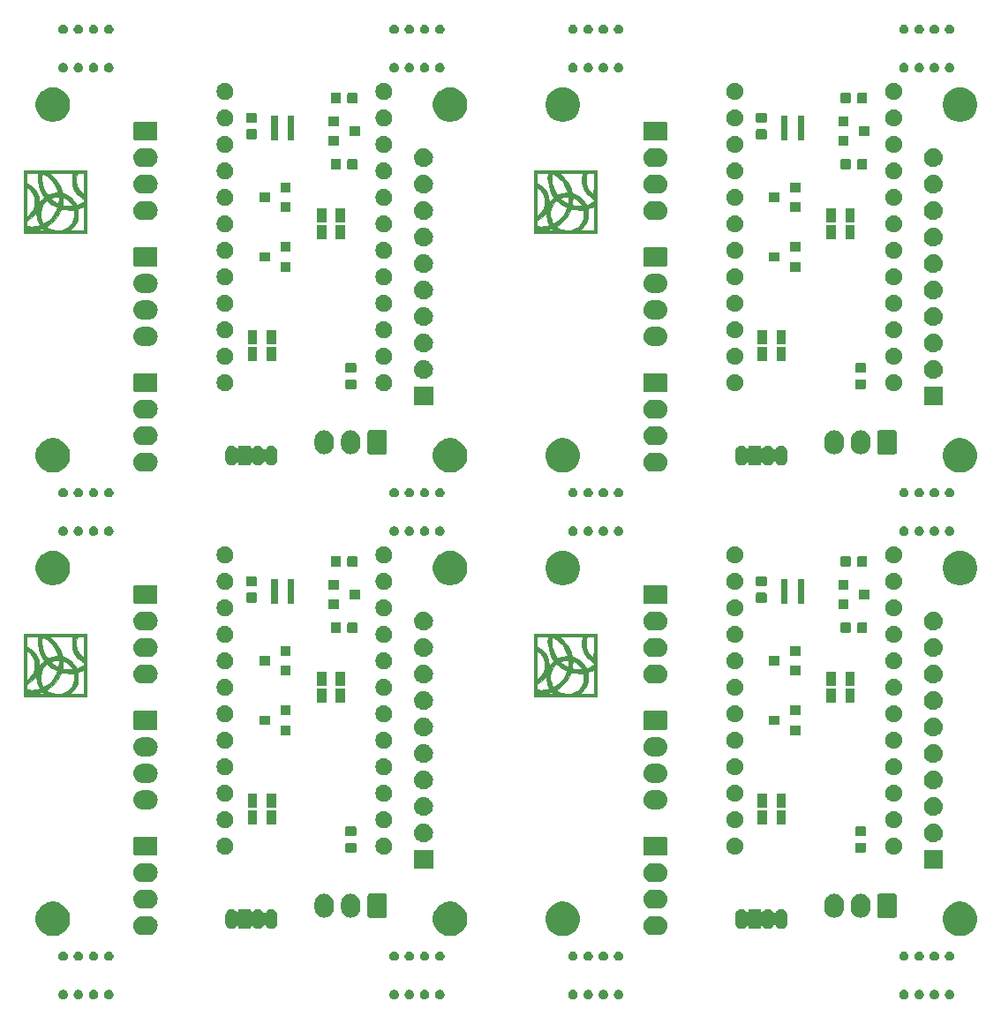
<source format=gbr>
G04 #@! TF.GenerationSoftware,KiCad,Pcbnew,5.0.2-bee76a0~70~ubuntu18.04.1*
G04 #@! TF.CreationDate,2020-04-02T20:28:14-04:00*
G04 #@! TF.ProjectId,output.panel,6f757470-7574-42e7-9061-6e656c2e6b69,rev?*
G04 #@! TF.SameCoordinates,Original*
G04 #@! TF.FileFunction,Soldermask,Top*
G04 #@! TF.FilePolarity,Negative*
%FSLAX46Y46*%
G04 Gerber Fmt 4.6, Leading zero omitted, Abs format (unit mm)*
G04 Created by KiCad (PCBNEW 5.0.2-bee76a0~70~ubuntu18.04.1) date Thu 02 Apr 2020 08:28:14 PM EDT*
%MOMM*%
%LPD*%
G01*
G04 APERTURE LIST*
%ADD10C,0.010000*%
%ADD11C,0.100000*%
G04 APERTURE END LIST*
D10*
G04 #@! TO.C,G\002A\002A\002A*
G36*
X16909333Y-98655667D02*
X16909333Y-92644334D01*
X18289628Y-92644334D01*
X18289628Y-92898334D01*
X17163333Y-92898334D01*
X17163333Y-93811710D01*
X17163333Y-94247235D01*
X17163333Y-95673468D01*
X17163534Y-96058234D01*
X17164426Y-96366358D01*
X17166444Y-96605865D01*
X17170020Y-96784779D01*
X17175589Y-96911125D01*
X17183584Y-96992928D01*
X17194439Y-97038211D01*
X17208588Y-97055000D01*
X17226465Y-97051318D01*
X17237416Y-97043948D01*
X17479450Y-96830691D01*
X17687520Y-96587480D01*
X17812178Y-96390834D01*
X17872802Y-96269763D01*
X17911702Y-96167740D01*
X17933682Y-96059713D01*
X17943546Y-95920634D01*
X17946098Y-95725453D01*
X17946145Y-95692334D01*
X17943838Y-95480250D01*
X17933753Y-95327298D01*
X17911742Y-95208023D01*
X17873656Y-95096967D01*
X17834945Y-95009920D01*
X17693317Y-94767182D01*
X17509635Y-94537172D01*
X17310771Y-94352893D01*
X17283824Y-94333032D01*
X17163333Y-94247235D01*
X17163333Y-93811710D01*
X17436045Y-93991007D01*
X17753579Y-94245646D01*
X18009288Y-94547134D01*
X18088529Y-94689576D01*
X18088529Y-96754316D01*
X18061799Y-96757739D01*
X18004541Y-96817092D01*
X17930220Y-96908771D01*
X17695772Y-97161370D01*
X17435871Y-97365634D01*
X17300916Y-97444454D01*
X17223834Y-97489290D01*
X17182716Y-97540161D01*
X17166301Y-97623274D01*
X17163333Y-97764708D01*
X17163333Y-98014575D01*
X17395908Y-98043633D01*
X17642689Y-98056188D01*
X17917472Y-98032377D01*
X18228398Y-97973737D01*
X18425629Y-97929404D01*
X18322188Y-97703458D01*
X18256460Y-97533213D01*
X18193206Y-97324343D01*
X18140195Y-97107808D01*
X18105198Y-96914570D01*
X18095402Y-96799782D01*
X18088529Y-96754316D01*
X18088529Y-94689576D01*
X18197423Y-94885324D01*
X18312235Y-95250067D01*
X18348164Y-95601278D01*
X18348666Y-95827723D01*
X18539425Y-95573958D01*
X18640517Y-95447237D01*
X18730015Y-95348643D01*
X18790224Y-95297492D01*
X18794527Y-95295502D01*
X18827351Y-95269237D01*
X18818366Y-95217268D01*
X18763369Y-95119598D01*
X18754609Y-95105649D01*
X18594638Y-94805393D01*
X18458423Y-94458606D01*
X18351920Y-94089000D01*
X18281080Y-93720289D01*
X18251856Y-93376185D01*
X18261592Y-93141750D01*
X18289628Y-92898334D01*
X18289628Y-92644334D01*
X18679432Y-92644334D01*
X18679432Y-92983397D01*
X18654081Y-93023346D01*
X18632017Y-93135832D01*
X18615215Y-93308738D01*
X18609441Y-93413193D01*
X18614225Y-93531408D01*
X18633151Y-93698198D01*
X18662260Y-93879429D01*
X18665534Y-93896798D01*
X18712301Y-94084832D01*
X18781856Y-94296068D01*
X18865313Y-94509410D01*
X18953790Y-94703763D01*
X19038401Y-94858033D01*
X19077180Y-94908512D01*
X19077180Y-95524113D01*
X18926423Y-95690982D01*
X18707309Y-95991590D01*
X18560090Y-96322645D01*
X18487835Y-96671563D01*
X18493615Y-97025760D01*
X18543203Y-97261567D01*
X18597732Y-97419819D01*
X18621072Y-97473768D01*
X18621072Y-98255144D01*
X18525962Y-98278524D01*
X18474689Y-98296178D01*
X18346343Y-98335377D01*
X18240428Y-98357509D01*
X18216344Y-98359334D01*
X18150386Y-98368771D01*
X18137000Y-98380500D01*
X18176115Y-98389998D01*
X18280606Y-98397290D01*
X18431186Y-98401259D01*
X18502542Y-98401667D01*
X18868085Y-98401667D01*
X18760887Y-98317345D01*
X18687384Y-98267198D01*
X18621072Y-98255144D01*
X18621072Y-97473768D01*
X18661619Y-97567492D01*
X18694399Y-97628398D01*
X18778058Y-97765297D01*
X18942979Y-97681161D01*
X19078340Y-97593940D01*
X19246010Y-97459652D01*
X19425460Y-97297385D01*
X19596160Y-97126229D01*
X19737581Y-96965272D01*
X19794526Y-96889349D01*
X19886871Y-96739747D01*
X19980886Y-96563933D01*
X20022434Y-96475942D01*
X20124143Y-96245958D01*
X19835327Y-96094189D01*
X19649375Y-95983711D01*
X19454003Y-95847818D01*
X19311845Y-95733266D01*
X19077180Y-95524113D01*
X19077180Y-94908512D01*
X19109146Y-94950124D01*
X19157385Y-94982975D01*
X19217084Y-94988736D01*
X19312698Y-94965762D01*
X19421518Y-94929095D01*
X19609978Y-94874624D01*
X19818367Y-94831324D01*
X19916123Y-94817703D01*
X20049622Y-94798482D01*
X20070850Y-94793093D01*
X20070850Y-95184334D01*
X19919718Y-95197257D01*
X19743554Y-95230061D01*
X19662416Y-95251335D01*
X19436797Y-95318336D01*
X19559482Y-95439551D01*
X19661570Y-95525684D01*
X19804344Y-95628408D01*
X19935275Y-95712179D01*
X20071941Y-95789537D01*
X20161454Y-95820136D01*
X20214024Y-95795453D01*
X20239862Y-95706967D01*
X20249179Y-95546155D01*
X20250691Y-95448917D01*
X20253666Y-95184334D01*
X20070850Y-95184334D01*
X20070850Y-94793093D01*
X20141264Y-94775216D01*
X20169000Y-94756558D01*
X20149907Y-94669022D01*
X20099184Y-94529939D01*
X20026666Y-94361579D01*
X19942187Y-94186212D01*
X19855581Y-94026109D01*
X19821565Y-93969770D01*
X19638975Y-93725135D01*
X19406194Y-93479766D01*
X19151567Y-93260929D01*
X18926866Y-93109035D01*
X18805539Y-93041991D01*
X18714540Y-92996384D01*
X18679432Y-92983397D01*
X18679432Y-92644334D01*
X21642380Y-92644334D01*
X21642380Y-92898333D01*
X20482357Y-92898333D01*
X20178873Y-92898769D01*
X19905030Y-92899998D01*
X19671657Y-92901905D01*
X19489579Y-92904372D01*
X19369624Y-92907284D01*
X19322618Y-92910524D01*
X19322333Y-92910801D01*
X19353184Y-92940790D01*
X19433638Y-93006652D01*
X19533945Y-93084646D01*
X19729774Y-93261808D01*
X19931969Y-93492461D01*
X20124972Y-93754234D01*
X20293223Y-94024756D01*
X20421164Y-94281657D01*
X20478995Y-94443500D01*
X20504415Y-94537593D01*
X20528432Y-94628905D01*
X20528432Y-96379034D01*
X20478604Y-96397425D01*
X20437660Y-96465138D01*
X20398103Y-96564043D01*
X20264877Y-96839651D01*
X20077034Y-97128467D01*
X19852065Y-97409689D01*
X19607464Y-97662515D01*
X19360722Y-97866142D01*
X19235224Y-97946913D01*
X19135616Y-98008321D01*
X19076078Y-98053776D01*
X19068659Y-98064639D01*
X19101847Y-98096400D01*
X19189112Y-98157610D01*
X19309871Y-98233972D01*
X19417080Y-98296761D01*
X19507134Y-98339027D01*
X19601675Y-98365467D01*
X19722344Y-98380781D01*
X19890783Y-98389666D01*
X20049785Y-98394608D01*
X20268396Y-98399374D01*
X20424731Y-98397163D01*
X20541083Y-98385055D01*
X20639748Y-98360126D01*
X20743017Y-98319454D01*
X20792497Y-98297262D01*
X21068784Y-98130129D01*
X21320569Y-97899397D01*
X21526216Y-97626084D01*
X21578344Y-97533834D01*
X21640688Y-97406874D01*
X21679826Y-97298845D01*
X21701212Y-97182515D01*
X21710301Y-97030653D01*
X21712385Y-96864563D01*
X21714166Y-96449292D01*
X21227333Y-96437006D01*
X21018660Y-96429286D01*
X20828837Y-96417847D01*
X20681207Y-96404353D01*
X20608047Y-96392928D01*
X20528432Y-96379034D01*
X20528432Y-94628905D01*
X20538770Y-94668210D01*
X20549112Y-94708084D01*
X20594523Y-94833107D01*
X20650493Y-94884978D01*
X20668529Y-94887527D01*
X20668529Y-95269397D01*
X20650202Y-95307542D01*
X20633211Y-95406737D01*
X20623617Y-95512417D01*
X20613630Y-95668842D01*
X20604509Y-95807178D01*
X20600338Y-95867721D01*
X20620988Y-95972162D01*
X20666416Y-96010288D01*
X20739134Y-96025646D01*
X20873906Y-96041801D01*
X21048180Y-96056334D01*
X21157888Y-96063034D01*
X21575276Y-96085100D01*
X21523546Y-95988442D01*
X21420885Y-95841099D01*
X21270081Y-95677421D01*
X21096857Y-95522453D01*
X20926934Y-95401242D01*
X20910698Y-95391703D01*
X20790882Y-95325638D01*
X20701418Y-95281204D01*
X20668529Y-95269397D01*
X20668529Y-94887527D01*
X20671870Y-94888000D01*
X20746416Y-94906152D01*
X20869519Y-94953817D01*
X21014955Y-95020805D01*
X21019488Y-95023056D01*
X21238428Y-95156817D01*
X21458958Y-95334069D01*
X21657800Y-95532915D01*
X21811677Y-95731455D01*
X21859043Y-95812883D01*
X21906369Y-95900281D01*
X21951605Y-95951649D01*
X22010965Y-95966976D01*
X22100663Y-95946252D01*
X22236911Y-95889465D01*
X22402083Y-95812530D01*
X22542536Y-95743079D01*
X22622058Y-95689777D01*
X22657719Y-95635849D01*
X22666591Y-95564518D01*
X22666666Y-95552515D01*
X22656342Y-95465103D01*
X22612312Y-95401337D01*
X22514985Y-95337020D01*
X22474424Y-95315037D01*
X22244582Y-95154713D01*
X22023899Y-94931061D01*
X21827840Y-94665186D01*
X21671869Y-94378192D01*
X21571452Y-94091183D01*
X21568535Y-94078813D01*
X21536775Y-93864557D01*
X21526478Y-93615361D01*
X21537124Y-93366404D01*
X21568196Y-93152862D01*
X21583023Y-93095562D01*
X21642380Y-92898333D01*
X21642380Y-92644334D01*
X22666666Y-92644334D01*
X22666666Y-92898334D01*
X22034229Y-92898334D01*
X21970014Y-93099417D01*
X21927763Y-93315503D01*
X21916781Y-93603840D01*
X21918647Y-93681500D01*
X21930209Y-93888532D01*
X21952816Y-94041916D01*
X21993045Y-94172554D01*
X22049305Y-94295334D01*
X22120312Y-94413178D01*
X22220333Y-94551311D01*
X22334813Y-94692856D01*
X22449200Y-94820940D01*
X22548939Y-94918687D01*
X22619477Y-94969223D01*
X22633470Y-94972667D01*
X22642632Y-94932243D01*
X22650825Y-94818604D01*
X22657683Y-94643201D01*
X22662840Y-94417483D01*
X22665928Y-94152900D01*
X22666666Y-93935500D01*
X22666666Y-92898334D01*
X22666666Y-92644334D01*
X22666667Y-92644334D01*
X22666667Y-96125940D01*
X22380916Y-96235041D01*
X22095166Y-96344142D01*
X22095166Y-96833154D01*
X22093964Y-97046876D01*
X22087280Y-97200383D01*
X22070506Y-97318121D01*
X22039028Y-97424539D01*
X21988235Y-97544082D01*
X21943031Y-97639667D01*
X21841516Y-97825452D01*
X21718811Y-98013013D01*
X21600667Y-98163143D01*
X21595461Y-98168834D01*
X21497387Y-98276240D01*
X21426686Y-98355924D01*
X21398379Y-98390951D01*
X21398347Y-98391084D01*
X21437634Y-98394766D01*
X21547005Y-98397891D01*
X21711877Y-98400215D01*
X21917670Y-98401495D01*
X22031666Y-98401667D01*
X22666666Y-98401667D01*
X22666667Y-97263804D01*
X22666667Y-96125940D01*
X22666667Y-92644334D01*
X22920666Y-92644334D01*
X22920666Y-98655667D01*
X16909333Y-98655667D01*
X16909333Y-98655667D01*
G37*
X16909333Y-98655667D02*
X16909333Y-92644334D01*
X18289628Y-92644334D01*
X18289628Y-92898334D01*
X17163333Y-92898334D01*
X17163333Y-93811710D01*
X17163333Y-94247235D01*
X17163333Y-95673468D01*
X17163534Y-96058234D01*
X17164426Y-96366358D01*
X17166444Y-96605865D01*
X17170020Y-96784779D01*
X17175589Y-96911125D01*
X17183584Y-96992928D01*
X17194439Y-97038211D01*
X17208588Y-97055000D01*
X17226465Y-97051318D01*
X17237416Y-97043948D01*
X17479450Y-96830691D01*
X17687520Y-96587480D01*
X17812178Y-96390834D01*
X17872802Y-96269763D01*
X17911702Y-96167740D01*
X17933682Y-96059713D01*
X17943546Y-95920634D01*
X17946098Y-95725453D01*
X17946145Y-95692334D01*
X17943838Y-95480250D01*
X17933753Y-95327298D01*
X17911742Y-95208023D01*
X17873656Y-95096967D01*
X17834945Y-95009920D01*
X17693317Y-94767182D01*
X17509635Y-94537172D01*
X17310771Y-94352893D01*
X17283824Y-94333032D01*
X17163333Y-94247235D01*
X17163333Y-93811710D01*
X17436045Y-93991007D01*
X17753579Y-94245646D01*
X18009288Y-94547134D01*
X18088529Y-94689576D01*
X18088529Y-96754316D01*
X18061799Y-96757739D01*
X18004541Y-96817092D01*
X17930220Y-96908771D01*
X17695772Y-97161370D01*
X17435871Y-97365634D01*
X17300916Y-97444454D01*
X17223834Y-97489290D01*
X17182716Y-97540161D01*
X17166301Y-97623274D01*
X17163333Y-97764708D01*
X17163333Y-98014575D01*
X17395908Y-98043633D01*
X17642689Y-98056188D01*
X17917472Y-98032377D01*
X18228398Y-97973737D01*
X18425629Y-97929404D01*
X18322188Y-97703458D01*
X18256460Y-97533213D01*
X18193206Y-97324343D01*
X18140195Y-97107808D01*
X18105198Y-96914570D01*
X18095402Y-96799782D01*
X18088529Y-96754316D01*
X18088529Y-94689576D01*
X18197423Y-94885324D01*
X18312235Y-95250067D01*
X18348164Y-95601278D01*
X18348666Y-95827723D01*
X18539425Y-95573958D01*
X18640517Y-95447237D01*
X18730015Y-95348643D01*
X18790224Y-95297492D01*
X18794527Y-95295502D01*
X18827351Y-95269237D01*
X18818366Y-95217268D01*
X18763369Y-95119598D01*
X18754609Y-95105649D01*
X18594638Y-94805393D01*
X18458423Y-94458606D01*
X18351920Y-94089000D01*
X18281080Y-93720289D01*
X18251856Y-93376185D01*
X18261592Y-93141750D01*
X18289628Y-92898334D01*
X18289628Y-92644334D01*
X18679432Y-92644334D01*
X18679432Y-92983397D01*
X18654081Y-93023346D01*
X18632017Y-93135832D01*
X18615215Y-93308738D01*
X18609441Y-93413193D01*
X18614225Y-93531408D01*
X18633151Y-93698198D01*
X18662260Y-93879429D01*
X18665534Y-93896798D01*
X18712301Y-94084832D01*
X18781856Y-94296068D01*
X18865313Y-94509410D01*
X18953790Y-94703763D01*
X19038401Y-94858033D01*
X19077180Y-94908512D01*
X19077180Y-95524113D01*
X18926423Y-95690982D01*
X18707309Y-95991590D01*
X18560090Y-96322645D01*
X18487835Y-96671563D01*
X18493615Y-97025760D01*
X18543203Y-97261567D01*
X18597732Y-97419819D01*
X18621072Y-97473768D01*
X18621072Y-98255144D01*
X18525962Y-98278524D01*
X18474689Y-98296178D01*
X18346343Y-98335377D01*
X18240428Y-98357509D01*
X18216344Y-98359334D01*
X18150386Y-98368771D01*
X18137000Y-98380500D01*
X18176115Y-98389998D01*
X18280606Y-98397290D01*
X18431186Y-98401259D01*
X18502542Y-98401667D01*
X18868085Y-98401667D01*
X18760887Y-98317345D01*
X18687384Y-98267198D01*
X18621072Y-98255144D01*
X18621072Y-97473768D01*
X18661619Y-97567492D01*
X18694399Y-97628398D01*
X18778058Y-97765297D01*
X18942979Y-97681161D01*
X19078340Y-97593940D01*
X19246010Y-97459652D01*
X19425460Y-97297385D01*
X19596160Y-97126229D01*
X19737581Y-96965272D01*
X19794526Y-96889349D01*
X19886871Y-96739747D01*
X19980886Y-96563933D01*
X20022434Y-96475942D01*
X20124143Y-96245958D01*
X19835327Y-96094189D01*
X19649375Y-95983711D01*
X19454003Y-95847818D01*
X19311845Y-95733266D01*
X19077180Y-95524113D01*
X19077180Y-94908512D01*
X19109146Y-94950124D01*
X19157385Y-94982975D01*
X19217084Y-94988736D01*
X19312698Y-94965762D01*
X19421518Y-94929095D01*
X19609978Y-94874624D01*
X19818367Y-94831324D01*
X19916123Y-94817703D01*
X20049622Y-94798482D01*
X20070850Y-94793093D01*
X20070850Y-95184334D01*
X19919718Y-95197257D01*
X19743554Y-95230061D01*
X19662416Y-95251335D01*
X19436797Y-95318336D01*
X19559482Y-95439551D01*
X19661570Y-95525684D01*
X19804344Y-95628408D01*
X19935275Y-95712179D01*
X20071941Y-95789537D01*
X20161454Y-95820136D01*
X20214024Y-95795453D01*
X20239862Y-95706967D01*
X20249179Y-95546155D01*
X20250691Y-95448917D01*
X20253666Y-95184334D01*
X20070850Y-95184334D01*
X20070850Y-94793093D01*
X20141264Y-94775216D01*
X20169000Y-94756558D01*
X20149907Y-94669022D01*
X20099184Y-94529939D01*
X20026666Y-94361579D01*
X19942187Y-94186212D01*
X19855581Y-94026109D01*
X19821565Y-93969770D01*
X19638975Y-93725135D01*
X19406194Y-93479766D01*
X19151567Y-93260929D01*
X18926866Y-93109035D01*
X18805539Y-93041991D01*
X18714540Y-92996384D01*
X18679432Y-92983397D01*
X18679432Y-92644334D01*
X21642380Y-92644334D01*
X21642380Y-92898333D01*
X20482357Y-92898333D01*
X20178873Y-92898769D01*
X19905030Y-92899998D01*
X19671657Y-92901905D01*
X19489579Y-92904372D01*
X19369624Y-92907284D01*
X19322618Y-92910524D01*
X19322333Y-92910801D01*
X19353184Y-92940790D01*
X19433638Y-93006652D01*
X19533945Y-93084646D01*
X19729774Y-93261808D01*
X19931969Y-93492461D01*
X20124972Y-93754234D01*
X20293223Y-94024756D01*
X20421164Y-94281657D01*
X20478995Y-94443500D01*
X20504415Y-94537593D01*
X20528432Y-94628905D01*
X20528432Y-96379034D01*
X20478604Y-96397425D01*
X20437660Y-96465138D01*
X20398103Y-96564043D01*
X20264877Y-96839651D01*
X20077034Y-97128467D01*
X19852065Y-97409689D01*
X19607464Y-97662515D01*
X19360722Y-97866142D01*
X19235224Y-97946913D01*
X19135616Y-98008321D01*
X19076078Y-98053776D01*
X19068659Y-98064639D01*
X19101847Y-98096400D01*
X19189112Y-98157610D01*
X19309871Y-98233972D01*
X19417080Y-98296761D01*
X19507134Y-98339027D01*
X19601675Y-98365467D01*
X19722344Y-98380781D01*
X19890783Y-98389666D01*
X20049785Y-98394608D01*
X20268396Y-98399374D01*
X20424731Y-98397163D01*
X20541083Y-98385055D01*
X20639748Y-98360126D01*
X20743017Y-98319454D01*
X20792497Y-98297262D01*
X21068784Y-98130129D01*
X21320569Y-97899397D01*
X21526216Y-97626084D01*
X21578344Y-97533834D01*
X21640688Y-97406874D01*
X21679826Y-97298845D01*
X21701212Y-97182515D01*
X21710301Y-97030653D01*
X21712385Y-96864563D01*
X21714166Y-96449292D01*
X21227333Y-96437006D01*
X21018660Y-96429286D01*
X20828837Y-96417847D01*
X20681207Y-96404353D01*
X20608047Y-96392928D01*
X20528432Y-96379034D01*
X20528432Y-94628905D01*
X20538770Y-94668210D01*
X20549112Y-94708084D01*
X20594523Y-94833107D01*
X20650493Y-94884978D01*
X20668529Y-94887527D01*
X20668529Y-95269397D01*
X20650202Y-95307542D01*
X20633211Y-95406737D01*
X20623617Y-95512417D01*
X20613630Y-95668842D01*
X20604509Y-95807178D01*
X20600338Y-95867721D01*
X20620988Y-95972162D01*
X20666416Y-96010288D01*
X20739134Y-96025646D01*
X20873906Y-96041801D01*
X21048180Y-96056334D01*
X21157888Y-96063034D01*
X21575276Y-96085100D01*
X21523546Y-95988442D01*
X21420885Y-95841099D01*
X21270081Y-95677421D01*
X21096857Y-95522453D01*
X20926934Y-95401242D01*
X20910698Y-95391703D01*
X20790882Y-95325638D01*
X20701418Y-95281204D01*
X20668529Y-95269397D01*
X20668529Y-94887527D01*
X20671870Y-94888000D01*
X20746416Y-94906152D01*
X20869519Y-94953817D01*
X21014955Y-95020805D01*
X21019488Y-95023056D01*
X21238428Y-95156817D01*
X21458958Y-95334069D01*
X21657800Y-95532915D01*
X21811677Y-95731455D01*
X21859043Y-95812883D01*
X21906369Y-95900281D01*
X21951605Y-95951649D01*
X22010965Y-95966976D01*
X22100663Y-95946252D01*
X22236911Y-95889465D01*
X22402083Y-95812530D01*
X22542536Y-95743079D01*
X22622058Y-95689777D01*
X22657719Y-95635849D01*
X22666591Y-95564518D01*
X22666666Y-95552515D01*
X22656342Y-95465103D01*
X22612312Y-95401337D01*
X22514985Y-95337020D01*
X22474424Y-95315037D01*
X22244582Y-95154713D01*
X22023899Y-94931061D01*
X21827840Y-94665186D01*
X21671869Y-94378192D01*
X21571452Y-94091183D01*
X21568535Y-94078813D01*
X21536775Y-93864557D01*
X21526478Y-93615361D01*
X21537124Y-93366404D01*
X21568196Y-93152862D01*
X21583023Y-93095562D01*
X21642380Y-92898333D01*
X21642380Y-92644334D01*
X22666666Y-92644334D01*
X22666666Y-92898334D01*
X22034229Y-92898334D01*
X21970014Y-93099417D01*
X21927763Y-93315503D01*
X21916781Y-93603840D01*
X21918647Y-93681500D01*
X21930209Y-93888532D01*
X21952816Y-94041916D01*
X21993045Y-94172554D01*
X22049305Y-94295334D01*
X22120312Y-94413178D01*
X22220333Y-94551311D01*
X22334813Y-94692856D01*
X22449200Y-94820940D01*
X22548939Y-94918687D01*
X22619477Y-94969223D01*
X22633470Y-94972667D01*
X22642632Y-94932243D01*
X22650825Y-94818604D01*
X22657683Y-94643201D01*
X22662840Y-94417483D01*
X22665928Y-94152900D01*
X22666666Y-93935500D01*
X22666666Y-92898334D01*
X22666666Y-92644334D01*
X22666667Y-92644334D01*
X22666667Y-96125940D01*
X22380916Y-96235041D01*
X22095166Y-96344142D01*
X22095166Y-96833154D01*
X22093964Y-97046876D01*
X22087280Y-97200383D01*
X22070506Y-97318121D01*
X22039028Y-97424539D01*
X21988235Y-97544082D01*
X21943031Y-97639667D01*
X21841516Y-97825452D01*
X21718811Y-98013013D01*
X21600667Y-98163143D01*
X21595461Y-98168834D01*
X21497387Y-98276240D01*
X21426686Y-98355924D01*
X21398379Y-98390951D01*
X21398347Y-98391084D01*
X21437634Y-98394766D01*
X21547005Y-98397891D01*
X21711877Y-98400215D01*
X21917670Y-98401495D01*
X22031666Y-98401667D01*
X22666666Y-98401667D01*
X22666667Y-97263804D01*
X22666667Y-96125940D01*
X22666667Y-92644334D01*
X22920666Y-92644334D01*
X22920666Y-98655667D01*
X16909333Y-98655667D01*
G36*
X65804333Y-98655667D02*
X65804333Y-92644334D01*
X67184628Y-92644334D01*
X67184628Y-92898334D01*
X66058333Y-92898334D01*
X66058333Y-93811710D01*
X66058333Y-94247235D01*
X66058333Y-95673468D01*
X66058534Y-96058234D01*
X66059426Y-96366358D01*
X66061444Y-96605865D01*
X66065020Y-96784779D01*
X66070589Y-96911125D01*
X66078584Y-96992928D01*
X66089439Y-97038211D01*
X66103588Y-97055000D01*
X66121465Y-97051318D01*
X66132416Y-97043948D01*
X66374450Y-96830691D01*
X66582520Y-96587480D01*
X66707178Y-96390834D01*
X66767802Y-96269763D01*
X66806702Y-96167740D01*
X66828682Y-96059713D01*
X66838546Y-95920634D01*
X66841098Y-95725453D01*
X66841145Y-95692334D01*
X66838838Y-95480250D01*
X66828753Y-95327298D01*
X66806742Y-95208023D01*
X66768656Y-95096967D01*
X66729945Y-95009920D01*
X66588317Y-94767182D01*
X66404635Y-94537172D01*
X66205771Y-94352893D01*
X66178824Y-94333032D01*
X66058333Y-94247235D01*
X66058333Y-93811710D01*
X66331045Y-93991007D01*
X66648579Y-94245646D01*
X66904288Y-94547134D01*
X66983529Y-94689576D01*
X66983529Y-96754316D01*
X66956799Y-96757739D01*
X66899541Y-96817092D01*
X66825220Y-96908771D01*
X66590772Y-97161370D01*
X66330871Y-97365634D01*
X66195916Y-97444454D01*
X66118834Y-97489290D01*
X66077716Y-97540161D01*
X66061301Y-97623274D01*
X66058333Y-97764708D01*
X66058333Y-98014575D01*
X66290908Y-98043633D01*
X66537689Y-98056188D01*
X66812472Y-98032377D01*
X67123398Y-97973737D01*
X67320629Y-97929404D01*
X67217188Y-97703458D01*
X67151460Y-97533213D01*
X67088206Y-97324343D01*
X67035195Y-97107808D01*
X67000198Y-96914570D01*
X66990402Y-96799782D01*
X66983529Y-96754316D01*
X66983529Y-94689576D01*
X67092423Y-94885324D01*
X67207235Y-95250067D01*
X67243164Y-95601278D01*
X67243666Y-95827723D01*
X67434425Y-95573958D01*
X67535517Y-95447237D01*
X67625015Y-95348643D01*
X67685224Y-95297492D01*
X67689527Y-95295502D01*
X67722351Y-95269237D01*
X67713366Y-95217268D01*
X67658369Y-95119598D01*
X67649609Y-95105649D01*
X67489638Y-94805393D01*
X67353423Y-94458606D01*
X67246920Y-94089000D01*
X67176080Y-93720289D01*
X67146856Y-93376185D01*
X67156592Y-93141750D01*
X67184628Y-92898334D01*
X67184628Y-92644334D01*
X67574432Y-92644334D01*
X67574432Y-92983397D01*
X67549081Y-93023346D01*
X67527017Y-93135832D01*
X67510215Y-93308738D01*
X67504441Y-93413193D01*
X67509225Y-93531408D01*
X67528151Y-93698198D01*
X67557260Y-93879429D01*
X67560534Y-93896798D01*
X67607301Y-94084832D01*
X67676856Y-94296068D01*
X67760313Y-94509410D01*
X67848790Y-94703763D01*
X67933401Y-94858033D01*
X67972180Y-94908512D01*
X67972180Y-95524113D01*
X67821423Y-95690982D01*
X67602309Y-95991590D01*
X67455090Y-96322645D01*
X67382835Y-96671563D01*
X67388615Y-97025760D01*
X67438203Y-97261567D01*
X67492732Y-97419819D01*
X67516072Y-97473768D01*
X67516072Y-98255144D01*
X67420962Y-98278524D01*
X67369689Y-98296178D01*
X67241343Y-98335377D01*
X67135428Y-98357509D01*
X67111344Y-98359334D01*
X67045386Y-98368771D01*
X67032000Y-98380500D01*
X67071115Y-98389998D01*
X67175606Y-98397290D01*
X67326186Y-98401259D01*
X67397542Y-98401667D01*
X67763085Y-98401667D01*
X67655887Y-98317345D01*
X67582384Y-98267198D01*
X67516072Y-98255144D01*
X67516072Y-97473768D01*
X67556619Y-97567492D01*
X67589399Y-97628398D01*
X67673058Y-97765297D01*
X67837979Y-97681161D01*
X67973340Y-97593940D01*
X68141010Y-97459652D01*
X68320460Y-97297385D01*
X68491160Y-97126229D01*
X68632581Y-96965272D01*
X68689526Y-96889349D01*
X68781871Y-96739747D01*
X68875886Y-96563933D01*
X68917434Y-96475942D01*
X69019143Y-96245958D01*
X68730327Y-96094189D01*
X68544375Y-95983711D01*
X68349003Y-95847818D01*
X68206845Y-95733266D01*
X67972180Y-95524113D01*
X67972180Y-94908512D01*
X68004146Y-94950124D01*
X68052385Y-94982975D01*
X68112084Y-94988736D01*
X68207698Y-94965762D01*
X68316518Y-94929095D01*
X68504978Y-94874624D01*
X68713367Y-94831324D01*
X68811123Y-94817703D01*
X68944622Y-94798482D01*
X68965850Y-94793093D01*
X68965850Y-95184334D01*
X68814718Y-95197257D01*
X68638554Y-95230061D01*
X68557416Y-95251335D01*
X68331797Y-95318336D01*
X68454482Y-95439551D01*
X68556570Y-95525684D01*
X68699344Y-95628408D01*
X68830275Y-95712179D01*
X68966941Y-95789537D01*
X69056454Y-95820136D01*
X69109024Y-95795453D01*
X69134862Y-95706967D01*
X69144179Y-95546155D01*
X69145691Y-95448917D01*
X69148666Y-95184334D01*
X68965850Y-95184334D01*
X68965850Y-94793093D01*
X69036264Y-94775216D01*
X69064000Y-94756558D01*
X69044907Y-94669022D01*
X68994184Y-94529939D01*
X68921666Y-94361579D01*
X68837187Y-94186212D01*
X68750581Y-94026109D01*
X68716565Y-93969770D01*
X68533975Y-93725135D01*
X68301194Y-93479766D01*
X68046567Y-93260929D01*
X67821866Y-93109035D01*
X67700539Y-93041991D01*
X67609540Y-92996384D01*
X67574432Y-92983397D01*
X67574432Y-92644334D01*
X70537380Y-92644334D01*
X70537380Y-92898333D01*
X69377357Y-92898333D01*
X69073873Y-92898769D01*
X68800030Y-92899998D01*
X68566657Y-92901905D01*
X68384579Y-92904372D01*
X68264624Y-92907284D01*
X68217618Y-92910524D01*
X68217333Y-92910801D01*
X68248184Y-92940790D01*
X68328638Y-93006652D01*
X68428945Y-93084646D01*
X68624774Y-93261808D01*
X68826969Y-93492461D01*
X69019972Y-93754234D01*
X69188223Y-94024756D01*
X69316164Y-94281657D01*
X69373995Y-94443500D01*
X69399415Y-94537593D01*
X69423432Y-94628905D01*
X69423432Y-96379034D01*
X69373604Y-96397425D01*
X69332660Y-96465138D01*
X69293103Y-96564043D01*
X69159877Y-96839651D01*
X68972034Y-97128467D01*
X68747065Y-97409689D01*
X68502464Y-97662515D01*
X68255722Y-97866142D01*
X68130224Y-97946913D01*
X68030616Y-98008321D01*
X67971078Y-98053776D01*
X67963659Y-98064639D01*
X67996847Y-98096400D01*
X68084112Y-98157610D01*
X68204871Y-98233972D01*
X68312080Y-98296761D01*
X68402134Y-98339027D01*
X68496675Y-98365467D01*
X68617344Y-98380781D01*
X68785783Y-98389666D01*
X68944785Y-98394608D01*
X69163396Y-98399374D01*
X69319731Y-98397163D01*
X69436083Y-98385055D01*
X69534748Y-98360126D01*
X69638017Y-98319454D01*
X69687497Y-98297262D01*
X69963784Y-98130129D01*
X70215569Y-97899397D01*
X70421216Y-97626084D01*
X70473344Y-97533834D01*
X70535688Y-97406874D01*
X70574826Y-97298845D01*
X70596212Y-97182515D01*
X70605301Y-97030653D01*
X70607385Y-96864563D01*
X70609166Y-96449292D01*
X70122333Y-96437006D01*
X69913660Y-96429286D01*
X69723837Y-96417847D01*
X69576207Y-96404353D01*
X69503047Y-96392928D01*
X69423432Y-96379034D01*
X69423432Y-94628905D01*
X69433770Y-94668210D01*
X69444112Y-94708084D01*
X69489523Y-94833107D01*
X69545493Y-94884978D01*
X69563529Y-94887527D01*
X69563529Y-95269397D01*
X69545202Y-95307542D01*
X69528211Y-95406737D01*
X69518617Y-95512417D01*
X69508630Y-95668842D01*
X69499509Y-95807178D01*
X69495338Y-95867721D01*
X69515988Y-95972162D01*
X69561416Y-96010288D01*
X69634134Y-96025646D01*
X69768906Y-96041801D01*
X69943180Y-96056334D01*
X70052888Y-96063034D01*
X70470276Y-96085100D01*
X70418546Y-95988442D01*
X70315885Y-95841099D01*
X70165081Y-95677421D01*
X69991857Y-95522453D01*
X69821934Y-95401242D01*
X69805698Y-95391703D01*
X69685882Y-95325638D01*
X69596418Y-95281204D01*
X69563529Y-95269397D01*
X69563529Y-94887527D01*
X69566870Y-94888000D01*
X69641416Y-94906152D01*
X69764519Y-94953817D01*
X69909955Y-95020805D01*
X69914488Y-95023056D01*
X70133428Y-95156817D01*
X70353958Y-95334069D01*
X70552800Y-95532915D01*
X70706677Y-95731455D01*
X70754043Y-95812883D01*
X70801369Y-95900281D01*
X70846605Y-95951649D01*
X70905965Y-95966976D01*
X70995663Y-95946252D01*
X71131911Y-95889465D01*
X71297083Y-95812530D01*
X71437536Y-95743079D01*
X71517058Y-95689777D01*
X71552719Y-95635849D01*
X71561591Y-95564518D01*
X71561666Y-95552515D01*
X71551342Y-95465103D01*
X71507312Y-95401337D01*
X71409985Y-95337020D01*
X71369424Y-95315037D01*
X71139582Y-95154713D01*
X70918899Y-94931061D01*
X70722840Y-94665186D01*
X70566869Y-94378192D01*
X70466452Y-94091183D01*
X70463535Y-94078813D01*
X70431775Y-93864557D01*
X70421478Y-93615361D01*
X70432124Y-93366404D01*
X70463196Y-93152862D01*
X70478023Y-93095562D01*
X70537380Y-92898333D01*
X70537380Y-92644334D01*
X71561666Y-92644334D01*
X71561666Y-92898334D01*
X70929229Y-92898334D01*
X70865014Y-93099417D01*
X70822763Y-93315503D01*
X70811781Y-93603840D01*
X70813647Y-93681500D01*
X70825209Y-93888532D01*
X70847816Y-94041916D01*
X70888045Y-94172554D01*
X70944305Y-94295334D01*
X71015312Y-94413178D01*
X71115333Y-94551311D01*
X71229813Y-94692856D01*
X71344200Y-94820940D01*
X71443939Y-94918687D01*
X71514477Y-94969223D01*
X71528470Y-94972667D01*
X71537632Y-94932243D01*
X71545825Y-94818604D01*
X71552683Y-94643201D01*
X71557840Y-94417483D01*
X71560928Y-94152900D01*
X71561666Y-93935500D01*
X71561666Y-92898334D01*
X71561666Y-92644334D01*
X71561667Y-92644334D01*
X71561667Y-96125940D01*
X71275916Y-96235041D01*
X70990166Y-96344142D01*
X70990166Y-96833154D01*
X70988964Y-97046876D01*
X70982280Y-97200383D01*
X70965506Y-97318121D01*
X70934028Y-97424539D01*
X70883235Y-97544082D01*
X70838031Y-97639667D01*
X70736516Y-97825452D01*
X70613811Y-98013013D01*
X70495667Y-98163143D01*
X70490461Y-98168834D01*
X70392387Y-98276240D01*
X70321686Y-98355924D01*
X70293379Y-98390951D01*
X70293347Y-98391084D01*
X70332634Y-98394766D01*
X70442005Y-98397891D01*
X70606877Y-98400215D01*
X70812670Y-98401495D01*
X70926666Y-98401667D01*
X71561666Y-98401667D01*
X71561667Y-97263804D01*
X71561667Y-96125940D01*
X71561667Y-92644334D01*
X71815666Y-92644334D01*
X71815666Y-98655667D01*
X65804333Y-98655667D01*
X65804333Y-98655667D01*
G37*
X65804333Y-98655667D02*
X65804333Y-92644334D01*
X67184628Y-92644334D01*
X67184628Y-92898334D01*
X66058333Y-92898334D01*
X66058333Y-93811710D01*
X66058333Y-94247235D01*
X66058333Y-95673468D01*
X66058534Y-96058234D01*
X66059426Y-96366358D01*
X66061444Y-96605865D01*
X66065020Y-96784779D01*
X66070589Y-96911125D01*
X66078584Y-96992928D01*
X66089439Y-97038211D01*
X66103588Y-97055000D01*
X66121465Y-97051318D01*
X66132416Y-97043948D01*
X66374450Y-96830691D01*
X66582520Y-96587480D01*
X66707178Y-96390834D01*
X66767802Y-96269763D01*
X66806702Y-96167740D01*
X66828682Y-96059713D01*
X66838546Y-95920634D01*
X66841098Y-95725453D01*
X66841145Y-95692334D01*
X66838838Y-95480250D01*
X66828753Y-95327298D01*
X66806742Y-95208023D01*
X66768656Y-95096967D01*
X66729945Y-95009920D01*
X66588317Y-94767182D01*
X66404635Y-94537172D01*
X66205771Y-94352893D01*
X66178824Y-94333032D01*
X66058333Y-94247235D01*
X66058333Y-93811710D01*
X66331045Y-93991007D01*
X66648579Y-94245646D01*
X66904288Y-94547134D01*
X66983529Y-94689576D01*
X66983529Y-96754316D01*
X66956799Y-96757739D01*
X66899541Y-96817092D01*
X66825220Y-96908771D01*
X66590772Y-97161370D01*
X66330871Y-97365634D01*
X66195916Y-97444454D01*
X66118834Y-97489290D01*
X66077716Y-97540161D01*
X66061301Y-97623274D01*
X66058333Y-97764708D01*
X66058333Y-98014575D01*
X66290908Y-98043633D01*
X66537689Y-98056188D01*
X66812472Y-98032377D01*
X67123398Y-97973737D01*
X67320629Y-97929404D01*
X67217188Y-97703458D01*
X67151460Y-97533213D01*
X67088206Y-97324343D01*
X67035195Y-97107808D01*
X67000198Y-96914570D01*
X66990402Y-96799782D01*
X66983529Y-96754316D01*
X66983529Y-94689576D01*
X67092423Y-94885324D01*
X67207235Y-95250067D01*
X67243164Y-95601278D01*
X67243666Y-95827723D01*
X67434425Y-95573958D01*
X67535517Y-95447237D01*
X67625015Y-95348643D01*
X67685224Y-95297492D01*
X67689527Y-95295502D01*
X67722351Y-95269237D01*
X67713366Y-95217268D01*
X67658369Y-95119598D01*
X67649609Y-95105649D01*
X67489638Y-94805393D01*
X67353423Y-94458606D01*
X67246920Y-94089000D01*
X67176080Y-93720289D01*
X67146856Y-93376185D01*
X67156592Y-93141750D01*
X67184628Y-92898334D01*
X67184628Y-92644334D01*
X67574432Y-92644334D01*
X67574432Y-92983397D01*
X67549081Y-93023346D01*
X67527017Y-93135832D01*
X67510215Y-93308738D01*
X67504441Y-93413193D01*
X67509225Y-93531408D01*
X67528151Y-93698198D01*
X67557260Y-93879429D01*
X67560534Y-93896798D01*
X67607301Y-94084832D01*
X67676856Y-94296068D01*
X67760313Y-94509410D01*
X67848790Y-94703763D01*
X67933401Y-94858033D01*
X67972180Y-94908512D01*
X67972180Y-95524113D01*
X67821423Y-95690982D01*
X67602309Y-95991590D01*
X67455090Y-96322645D01*
X67382835Y-96671563D01*
X67388615Y-97025760D01*
X67438203Y-97261567D01*
X67492732Y-97419819D01*
X67516072Y-97473768D01*
X67516072Y-98255144D01*
X67420962Y-98278524D01*
X67369689Y-98296178D01*
X67241343Y-98335377D01*
X67135428Y-98357509D01*
X67111344Y-98359334D01*
X67045386Y-98368771D01*
X67032000Y-98380500D01*
X67071115Y-98389998D01*
X67175606Y-98397290D01*
X67326186Y-98401259D01*
X67397542Y-98401667D01*
X67763085Y-98401667D01*
X67655887Y-98317345D01*
X67582384Y-98267198D01*
X67516072Y-98255144D01*
X67516072Y-97473768D01*
X67556619Y-97567492D01*
X67589399Y-97628398D01*
X67673058Y-97765297D01*
X67837979Y-97681161D01*
X67973340Y-97593940D01*
X68141010Y-97459652D01*
X68320460Y-97297385D01*
X68491160Y-97126229D01*
X68632581Y-96965272D01*
X68689526Y-96889349D01*
X68781871Y-96739747D01*
X68875886Y-96563933D01*
X68917434Y-96475942D01*
X69019143Y-96245958D01*
X68730327Y-96094189D01*
X68544375Y-95983711D01*
X68349003Y-95847818D01*
X68206845Y-95733266D01*
X67972180Y-95524113D01*
X67972180Y-94908512D01*
X68004146Y-94950124D01*
X68052385Y-94982975D01*
X68112084Y-94988736D01*
X68207698Y-94965762D01*
X68316518Y-94929095D01*
X68504978Y-94874624D01*
X68713367Y-94831324D01*
X68811123Y-94817703D01*
X68944622Y-94798482D01*
X68965850Y-94793093D01*
X68965850Y-95184334D01*
X68814718Y-95197257D01*
X68638554Y-95230061D01*
X68557416Y-95251335D01*
X68331797Y-95318336D01*
X68454482Y-95439551D01*
X68556570Y-95525684D01*
X68699344Y-95628408D01*
X68830275Y-95712179D01*
X68966941Y-95789537D01*
X69056454Y-95820136D01*
X69109024Y-95795453D01*
X69134862Y-95706967D01*
X69144179Y-95546155D01*
X69145691Y-95448917D01*
X69148666Y-95184334D01*
X68965850Y-95184334D01*
X68965850Y-94793093D01*
X69036264Y-94775216D01*
X69064000Y-94756558D01*
X69044907Y-94669022D01*
X68994184Y-94529939D01*
X68921666Y-94361579D01*
X68837187Y-94186212D01*
X68750581Y-94026109D01*
X68716565Y-93969770D01*
X68533975Y-93725135D01*
X68301194Y-93479766D01*
X68046567Y-93260929D01*
X67821866Y-93109035D01*
X67700539Y-93041991D01*
X67609540Y-92996384D01*
X67574432Y-92983397D01*
X67574432Y-92644334D01*
X70537380Y-92644334D01*
X70537380Y-92898333D01*
X69377357Y-92898333D01*
X69073873Y-92898769D01*
X68800030Y-92899998D01*
X68566657Y-92901905D01*
X68384579Y-92904372D01*
X68264624Y-92907284D01*
X68217618Y-92910524D01*
X68217333Y-92910801D01*
X68248184Y-92940790D01*
X68328638Y-93006652D01*
X68428945Y-93084646D01*
X68624774Y-93261808D01*
X68826969Y-93492461D01*
X69019972Y-93754234D01*
X69188223Y-94024756D01*
X69316164Y-94281657D01*
X69373995Y-94443500D01*
X69399415Y-94537593D01*
X69423432Y-94628905D01*
X69423432Y-96379034D01*
X69373604Y-96397425D01*
X69332660Y-96465138D01*
X69293103Y-96564043D01*
X69159877Y-96839651D01*
X68972034Y-97128467D01*
X68747065Y-97409689D01*
X68502464Y-97662515D01*
X68255722Y-97866142D01*
X68130224Y-97946913D01*
X68030616Y-98008321D01*
X67971078Y-98053776D01*
X67963659Y-98064639D01*
X67996847Y-98096400D01*
X68084112Y-98157610D01*
X68204871Y-98233972D01*
X68312080Y-98296761D01*
X68402134Y-98339027D01*
X68496675Y-98365467D01*
X68617344Y-98380781D01*
X68785783Y-98389666D01*
X68944785Y-98394608D01*
X69163396Y-98399374D01*
X69319731Y-98397163D01*
X69436083Y-98385055D01*
X69534748Y-98360126D01*
X69638017Y-98319454D01*
X69687497Y-98297262D01*
X69963784Y-98130129D01*
X70215569Y-97899397D01*
X70421216Y-97626084D01*
X70473344Y-97533834D01*
X70535688Y-97406874D01*
X70574826Y-97298845D01*
X70596212Y-97182515D01*
X70605301Y-97030653D01*
X70607385Y-96864563D01*
X70609166Y-96449292D01*
X70122333Y-96437006D01*
X69913660Y-96429286D01*
X69723837Y-96417847D01*
X69576207Y-96404353D01*
X69503047Y-96392928D01*
X69423432Y-96379034D01*
X69423432Y-94628905D01*
X69433770Y-94668210D01*
X69444112Y-94708084D01*
X69489523Y-94833107D01*
X69545493Y-94884978D01*
X69563529Y-94887527D01*
X69563529Y-95269397D01*
X69545202Y-95307542D01*
X69528211Y-95406737D01*
X69518617Y-95512417D01*
X69508630Y-95668842D01*
X69499509Y-95807178D01*
X69495338Y-95867721D01*
X69515988Y-95972162D01*
X69561416Y-96010288D01*
X69634134Y-96025646D01*
X69768906Y-96041801D01*
X69943180Y-96056334D01*
X70052888Y-96063034D01*
X70470276Y-96085100D01*
X70418546Y-95988442D01*
X70315885Y-95841099D01*
X70165081Y-95677421D01*
X69991857Y-95522453D01*
X69821934Y-95401242D01*
X69805698Y-95391703D01*
X69685882Y-95325638D01*
X69596418Y-95281204D01*
X69563529Y-95269397D01*
X69563529Y-94887527D01*
X69566870Y-94888000D01*
X69641416Y-94906152D01*
X69764519Y-94953817D01*
X69909955Y-95020805D01*
X69914488Y-95023056D01*
X70133428Y-95156817D01*
X70353958Y-95334069D01*
X70552800Y-95532915D01*
X70706677Y-95731455D01*
X70754043Y-95812883D01*
X70801369Y-95900281D01*
X70846605Y-95951649D01*
X70905965Y-95966976D01*
X70995663Y-95946252D01*
X71131911Y-95889465D01*
X71297083Y-95812530D01*
X71437536Y-95743079D01*
X71517058Y-95689777D01*
X71552719Y-95635849D01*
X71561591Y-95564518D01*
X71561666Y-95552515D01*
X71551342Y-95465103D01*
X71507312Y-95401337D01*
X71409985Y-95337020D01*
X71369424Y-95315037D01*
X71139582Y-95154713D01*
X70918899Y-94931061D01*
X70722840Y-94665186D01*
X70566869Y-94378192D01*
X70466452Y-94091183D01*
X70463535Y-94078813D01*
X70431775Y-93864557D01*
X70421478Y-93615361D01*
X70432124Y-93366404D01*
X70463196Y-93152862D01*
X70478023Y-93095562D01*
X70537380Y-92898333D01*
X70537380Y-92644334D01*
X71561666Y-92644334D01*
X71561666Y-92898334D01*
X70929229Y-92898334D01*
X70865014Y-93099417D01*
X70822763Y-93315503D01*
X70811781Y-93603840D01*
X70813647Y-93681500D01*
X70825209Y-93888532D01*
X70847816Y-94041916D01*
X70888045Y-94172554D01*
X70944305Y-94295334D01*
X71015312Y-94413178D01*
X71115333Y-94551311D01*
X71229813Y-94692856D01*
X71344200Y-94820940D01*
X71443939Y-94918687D01*
X71514477Y-94969223D01*
X71528470Y-94972667D01*
X71537632Y-94932243D01*
X71545825Y-94818604D01*
X71552683Y-94643201D01*
X71557840Y-94417483D01*
X71560928Y-94152900D01*
X71561666Y-93935500D01*
X71561666Y-92898334D01*
X71561666Y-92644334D01*
X71561667Y-92644334D01*
X71561667Y-96125940D01*
X71275916Y-96235041D01*
X70990166Y-96344142D01*
X70990166Y-96833154D01*
X70988964Y-97046876D01*
X70982280Y-97200383D01*
X70965506Y-97318121D01*
X70934028Y-97424539D01*
X70883235Y-97544082D01*
X70838031Y-97639667D01*
X70736516Y-97825452D01*
X70613811Y-98013013D01*
X70495667Y-98163143D01*
X70490461Y-98168834D01*
X70392387Y-98276240D01*
X70321686Y-98355924D01*
X70293379Y-98390951D01*
X70293347Y-98391084D01*
X70332634Y-98394766D01*
X70442005Y-98397891D01*
X70606877Y-98400215D01*
X70812670Y-98401495D01*
X70926666Y-98401667D01*
X71561666Y-98401667D01*
X71561667Y-97263804D01*
X71561667Y-96125940D01*
X71561667Y-92644334D01*
X71815666Y-92644334D01*
X71815666Y-98655667D01*
X65804333Y-98655667D01*
G36*
X65804333Y-54205667D02*
X65804333Y-48194334D01*
X67184628Y-48194334D01*
X67184628Y-48448334D01*
X66058333Y-48448334D01*
X66058333Y-49361710D01*
X66058333Y-49797235D01*
X66058333Y-51223468D01*
X66058534Y-51608234D01*
X66059426Y-51916358D01*
X66061444Y-52155865D01*
X66065020Y-52334779D01*
X66070589Y-52461125D01*
X66078584Y-52542928D01*
X66089439Y-52588211D01*
X66103588Y-52605000D01*
X66121465Y-52601318D01*
X66132416Y-52593948D01*
X66374450Y-52380691D01*
X66582520Y-52137480D01*
X66707178Y-51940834D01*
X66767802Y-51819763D01*
X66806702Y-51717740D01*
X66828682Y-51609713D01*
X66838546Y-51470634D01*
X66841098Y-51275453D01*
X66841145Y-51242334D01*
X66838838Y-51030250D01*
X66828753Y-50877298D01*
X66806742Y-50758023D01*
X66768656Y-50646967D01*
X66729945Y-50559920D01*
X66588317Y-50317182D01*
X66404635Y-50087172D01*
X66205771Y-49902893D01*
X66178824Y-49883032D01*
X66058333Y-49797235D01*
X66058333Y-49361710D01*
X66331045Y-49541007D01*
X66648579Y-49795646D01*
X66904288Y-50097134D01*
X66983529Y-50239576D01*
X66983529Y-52304316D01*
X66956799Y-52307739D01*
X66899541Y-52367092D01*
X66825220Y-52458771D01*
X66590772Y-52711370D01*
X66330871Y-52915634D01*
X66195916Y-52994454D01*
X66118834Y-53039290D01*
X66077716Y-53090161D01*
X66061301Y-53173274D01*
X66058333Y-53314708D01*
X66058333Y-53564575D01*
X66290908Y-53593633D01*
X66537689Y-53606188D01*
X66812472Y-53582377D01*
X67123398Y-53523737D01*
X67320629Y-53479404D01*
X67217188Y-53253458D01*
X67151460Y-53083213D01*
X67088206Y-52874343D01*
X67035195Y-52657808D01*
X67000198Y-52464570D01*
X66990402Y-52349782D01*
X66983529Y-52304316D01*
X66983529Y-50239576D01*
X67092423Y-50435324D01*
X67207235Y-50800067D01*
X67243164Y-51151278D01*
X67243666Y-51377723D01*
X67434425Y-51123958D01*
X67535517Y-50997237D01*
X67625015Y-50898643D01*
X67685224Y-50847492D01*
X67689527Y-50845502D01*
X67722351Y-50819237D01*
X67713366Y-50767268D01*
X67658369Y-50669598D01*
X67649609Y-50655649D01*
X67489638Y-50355393D01*
X67353423Y-50008606D01*
X67246920Y-49639000D01*
X67176080Y-49270289D01*
X67146856Y-48926185D01*
X67156592Y-48691750D01*
X67184628Y-48448334D01*
X67184628Y-48194334D01*
X67574432Y-48194334D01*
X67574432Y-48533397D01*
X67549081Y-48573346D01*
X67527017Y-48685832D01*
X67510215Y-48858738D01*
X67504441Y-48963193D01*
X67509225Y-49081408D01*
X67528151Y-49248198D01*
X67557260Y-49429429D01*
X67560534Y-49446798D01*
X67607301Y-49634832D01*
X67676856Y-49846068D01*
X67760313Y-50059410D01*
X67848790Y-50253763D01*
X67933401Y-50408033D01*
X67972180Y-50458512D01*
X67972180Y-51074113D01*
X67821423Y-51240982D01*
X67602309Y-51541590D01*
X67455090Y-51872645D01*
X67382835Y-52221563D01*
X67388615Y-52575760D01*
X67438203Y-52811567D01*
X67492732Y-52969819D01*
X67516072Y-53023768D01*
X67516072Y-53805144D01*
X67420962Y-53828524D01*
X67369689Y-53846178D01*
X67241343Y-53885377D01*
X67135428Y-53907509D01*
X67111344Y-53909334D01*
X67045386Y-53918771D01*
X67032000Y-53930500D01*
X67071115Y-53939998D01*
X67175606Y-53947290D01*
X67326186Y-53951259D01*
X67397542Y-53951667D01*
X67763085Y-53951667D01*
X67655887Y-53867345D01*
X67582384Y-53817198D01*
X67516072Y-53805144D01*
X67516072Y-53023768D01*
X67556619Y-53117492D01*
X67589399Y-53178398D01*
X67673058Y-53315297D01*
X67837979Y-53231161D01*
X67973340Y-53143940D01*
X68141010Y-53009652D01*
X68320460Y-52847385D01*
X68491160Y-52676229D01*
X68632581Y-52515272D01*
X68689526Y-52439349D01*
X68781871Y-52289747D01*
X68875886Y-52113933D01*
X68917434Y-52025942D01*
X69019143Y-51795958D01*
X68730327Y-51644189D01*
X68544375Y-51533711D01*
X68349003Y-51397818D01*
X68206845Y-51283266D01*
X67972180Y-51074113D01*
X67972180Y-50458512D01*
X68004146Y-50500124D01*
X68052385Y-50532975D01*
X68112084Y-50538736D01*
X68207698Y-50515762D01*
X68316518Y-50479095D01*
X68504978Y-50424624D01*
X68713367Y-50381324D01*
X68811123Y-50367703D01*
X68944622Y-50348482D01*
X68965850Y-50343093D01*
X68965850Y-50734334D01*
X68814718Y-50747257D01*
X68638554Y-50780061D01*
X68557416Y-50801335D01*
X68331797Y-50868336D01*
X68454482Y-50989551D01*
X68556570Y-51075684D01*
X68699344Y-51178408D01*
X68830275Y-51262179D01*
X68966941Y-51339537D01*
X69056454Y-51370136D01*
X69109024Y-51345453D01*
X69134862Y-51256967D01*
X69144179Y-51096155D01*
X69145691Y-50998917D01*
X69148666Y-50734334D01*
X68965850Y-50734334D01*
X68965850Y-50343093D01*
X69036264Y-50325216D01*
X69064000Y-50306558D01*
X69044907Y-50219022D01*
X68994184Y-50079939D01*
X68921666Y-49911579D01*
X68837187Y-49736212D01*
X68750581Y-49576109D01*
X68716565Y-49519770D01*
X68533975Y-49275135D01*
X68301194Y-49029766D01*
X68046567Y-48810929D01*
X67821866Y-48659035D01*
X67700539Y-48591991D01*
X67609540Y-48546384D01*
X67574432Y-48533397D01*
X67574432Y-48194334D01*
X70537380Y-48194334D01*
X70537380Y-48448333D01*
X69377357Y-48448333D01*
X69073873Y-48448769D01*
X68800030Y-48449998D01*
X68566657Y-48451905D01*
X68384579Y-48454372D01*
X68264624Y-48457284D01*
X68217618Y-48460524D01*
X68217333Y-48460801D01*
X68248184Y-48490790D01*
X68328638Y-48556652D01*
X68428945Y-48634646D01*
X68624774Y-48811808D01*
X68826969Y-49042461D01*
X69019972Y-49304234D01*
X69188223Y-49574756D01*
X69316164Y-49831657D01*
X69373995Y-49993500D01*
X69399415Y-50087593D01*
X69423432Y-50178905D01*
X69423432Y-51929034D01*
X69373604Y-51947425D01*
X69332660Y-52015138D01*
X69293103Y-52114043D01*
X69159877Y-52389651D01*
X68972034Y-52678467D01*
X68747065Y-52959689D01*
X68502464Y-53212515D01*
X68255722Y-53416142D01*
X68130224Y-53496913D01*
X68030616Y-53558321D01*
X67971078Y-53603776D01*
X67963659Y-53614639D01*
X67996847Y-53646400D01*
X68084112Y-53707610D01*
X68204871Y-53783972D01*
X68312080Y-53846761D01*
X68402134Y-53889027D01*
X68496675Y-53915467D01*
X68617344Y-53930781D01*
X68785783Y-53939666D01*
X68944785Y-53944608D01*
X69163396Y-53949374D01*
X69319731Y-53947163D01*
X69436083Y-53935055D01*
X69534748Y-53910126D01*
X69638017Y-53869454D01*
X69687497Y-53847262D01*
X69963784Y-53680129D01*
X70215569Y-53449397D01*
X70421216Y-53176084D01*
X70473344Y-53083834D01*
X70535688Y-52956874D01*
X70574826Y-52848845D01*
X70596212Y-52732515D01*
X70605301Y-52580653D01*
X70607385Y-52414563D01*
X70609166Y-51999292D01*
X70122333Y-51987006D01*
X69913660Y-51979286D01*
X69723837Y-51967847D01*
X69576207Y-51954353D01*
X69503047Y-51942928D01*
X69423432Y-51929034D01*
X69423432Y-50178905D01*
X69433770Y-50218210D01*
X69444112Y-50258084D01*
X69489523Y-50383107D01*
X69545493Y-50434978D01*
X69563529Y-50437527D01*
X69563529Y-50819397D01*
X69545202Y-50857542D01*
X69528211Y-50956737D01*
X69518617Y-51062417D01*
X69508630Y-51218842D01*
X69499509Y-51357178D01*
X69495338Y-51417721D01*
X69515988Y-51522162D01*
X69561416Y-51560288D01*
X69634134Y-51575646D01*
X69768906Y-51591801D01*
X69943180Y-51606334D01*
X70052888Y-51613034D01*
X70470276Y-51635100D01*
X70418546Y-51538442D01*
X70315885Y-51391099D01*
X70165081Y-51227421D01*
X69991857Y-51072453D01*
X69821934Y-50951242D01*
X69805698Y-50941703D01*
X69685882Y-50875638D01*
X69596418Y-50831204D01*
X69563529Y-50819397D01*
X69563529Y-50437527D01*
X69566870Y-50438000D01*
X69641416Y-50456152D01*
X69764519Y-50503817D01*
X69909955Y-50570805D01*
X69914488Y-50573056D01*
X70133428Y-50706817D01*
X70353958Y-50884069D01*
X70552800Y-51082915D01*
X70706677Y-51281455D01*
X70754043Y-51362883D01*
X70801369Y-51450281D01*
X70846605Y-51501649D01*
X70905965Y-51516976D01*
X70995663Y-51496252D01*
X71131911Y-51439465D01*
X71297083Y-51362530D01*
X71437536Y-51293079D01*
X71517058Y-51239777D01*
X71552719Y-51185849D01*
X71561591Y-51114518D01*
X71561666Y-51102515D01*
X71551342Y-51015103D01*
X71507312Y-50951337D01*
X71409985Y-50887020D01*
X71369424Y-50865037D01*
X71139582Y-50704713D01*
X70918899Y-50481061D01*
X70722840Y-50215186D01*
X70566869Y-49928192D01*
X70466452Y-49641183D01*
X70463535Y-49628813D01*
X70431775Y-49414557D01*
X70421478Y-49165361D01*
X70432124Y-48916404D01*
X70463196Y-48702862D01*
X70478023Y-48645562D01*
X70537380Y-48448333D01*
X70537380Y-48194334D01*
X71561666Y-48194334D01*
X71561666Y-48448334D01*
X70929229Y-48448334D01*
X70865014Y-48649417D01*
X70822763Y-48865503D01*
X70811781Y-49153840D01*
X70813647Y-49231500D01*
X70825209Y-49438532D01*
X70847816Y-49591916D01*
X70888045Y-49722554D01*
X70944305Y-49845334D01*
X71015312Y-49963178D01*
X71115333Y-50101311D01*
X71229813Y-50242856D01*
X71344200Y-50370940D01*
X71443939Y-50468687D01*
X71514477Y-50519223D01*
X71528470Y-50522667D01*
X71537632Y-50482243D01*
X71545825Y-50368604D01*
X71552683Y-50193201D01*
X71557840Y-49967483D01*
X71560928Y-49702900D01*
X71561666Y-49485500D01*
X71561666Y-48448334D01*
X71561666Y-48194334D01*
X71561667Y-48194334D01*
X71561667Y-51675940D01*
X71275916Y-51785041D01*
X70990166Y-51894142D01*
X70990166Y-52383154D01*
X70988964Y-52596876D01*
X70982280Y-52750383D01*
X70965506Y-52868121D01*
X70934028Y-52974539D01*
X70883235Y-53094082D01*
X70838031Y-53189667D01*
X70736516Y-53375452D01*
X70613811Y-53563013D01*
X70495667Y-53713143D01*
X70490461Y-53718834D01*
X70392387Y-53826240D01*
X70321686Y-53905924D01*
X70293379Y-53940951D01*
X70293347Y-53941084D01*
X70332634Y-53944766D01*
X70442005Y-53947891D01*
X70606877Y-53950215D01*
X70812670Y-53951495D01*
X70926666Y-53951667D01*
X71561666Y-53951667D01*
X71561667Y-52813804D01*
X71561667Y-51675940D01*
X71561667Y-48194334D01*
X71815666Y-48194334D01*
X71815666Y-54205667D01*
X65804333Y-54205667D01*
X65804333Y-54205667D01*
G37*
X65804333Y-54205667D02*
X65804333Y-48194334D01*
X67184628Y-48194334D01*
X67184628Y-48448334D01*
X66058333Y-48448334D01*
X66058333Y-49361710D01*
X66058333Y-49797235D01*
X66058333Y-51223468D01*
X66058534Y-51608234D01*
X66059426Y-51916358D01*
X66061444Y-52155865D01*
X66065020Y-52334779D01*
X66070589Y-52461125D01*
X66078584Y-52542928D01*
X66089439Y-52588211D01*
X66103588Y-52605000D01*
X66121465Y-52601318D01*
X66132416Y-52593948D01*
X66374450Y-52380691D01*
X66582520Y-52137480D01*
X66707178Y-51940834D01*
X66767802Y-51819763D01*
X66806702Y-51717740D01*
X66828682Y-51609713D01*
X66838546Y-51470634D01*
X66841098Y-51275453D01*
X66841145Y-51242334D01*
X66838838Y-51030250D01*
X66828753Y-50877298D01*
X66806742Y-50758023D01*
X66768656Y-50646967D01*
X66729945Y-50559920D01*
X66588317Y-50317182D01*
X66404635Y-50087172D01*
X66205771Y-49902893D01*
X66178824Y-49883032D01*
X66058333Y-49797235D01*
X66058333Y-49361710D01*
X66331045Y-49541007D01*
X66648579Y-49795646D01*
X66904288Y-50097134D01*
X66983529Y-50239576D01*
X66983529Y-52304316D01*
X66956799Y-52307739D01*
X66899541Y-52367092D01*
X66825220Y-52458771D01*
X66590772Y-52711370D01*
X66330871Y-52915634D01*
X66195916Y-52994454D01*
X66118834Y-53039290D01*
X66077716Y-53090161D01*
X66061301Y-53173274D01*
X66058333Y-53314708D01*
X66058333Y-53564575D01*
X66290908Y-53593633D01*
X66537689Y-53606188D01*
X66812472Y-53582377D01*
X67123398Y-53523737D01*
X67320629Y-53479404D01*
X67217188Y-53253458D01*
X67151460Y-53083213D01*
X67088206Y-52874343D01*
X67035195Y-52657808D01*
X67000198Y-52464570D01*
X66990402Y-52349782D01*
X66983529Y-52304316D01*
X66983529Y-50239576D01*
X67092423Y-50435324D01*
X67207235Y-50800067D01*
X67243164Y-51151278D01*
X67243666Y-51377723D01*
X67434425Y-51123958D01*
X67535517Y-50997237D01*
X67625015Y-50898643D01*
X67685224Y-50847492D01*
X67689527Y-50845502D01*
X67722351Y-50819237D01*
X67713366Y-50767268D01*
X67658369Y-50669598D01*
X67649609Y-50655649D01*
X67489638Y-50355393D01*
X67353423Y-50008606D01*
X67246920Y-49639000D01*
X67176080Y-49270289D01*
X67146856Y-48926185D01*
X67156592Y-48691750D01*
X67184628Y-48448334D01*
X67184628Y-48194334D01*
X67574432Y-48194334D01*
X67574432Y-48533397D01*
X67549081Y-48573346D01*
X67527017Y-48685832D01*
X67510215Y-48858738D01*
X67504441Y-48963193D01*
X67509225Y-49081408D01*
X67528151Y-49248198D01*
X67557260Y-49429429D01*
X67560534Y-49446798D01*
X67607301Y-49634832D01*
X67676856Y-49846068D01*
X67760313Y-50059410D01*
X67848790Y-50253763D01*
X67933401Y-50408033D01*
X67972180Y-50458512D01*
X67972180Y-51074113D01*
X67821423Y-51240982D01*
X67602309Y-51541590D01*
X67455090Y-51872645D01*
X67382835Y-52221563D01*
X67388615Y-52575760D01*
X67438203Y-52811567D01*
X67492732Y-52969819D01*
X67516072Y-53023768D01*
X67516072Y-53805144D01*
X67420962Y-53828524D01*
X67369689Y-53846178D01*
X67241343Y-53885377D01*
X67135428Y-53907509D01*
X67111344Y-53909334D01*
X67045386Y-53918771D01*
X67032000Y-53930500D01*
X67071115Y-53939998D01*
X67175606Y-53947290D01*
X67326186Y-53951259D01*
X67397542Y-53951667D01*
X67763085Y-53951667D01*
X67655887Y-53867345D01*
X67582384Y-53817198D01*
X67516072Y-53805144D01*
X67516072Y-53023768D01*
X67556619Y-53117492D01*
X67589399Y-53178398D01*
X67673058Y-53315297D01*
X67837979Y-53231161D01*
X67973340Y-53143940D01*
X68141010Y-53009652D01*
X68320460Y-52847385D01*
X68491160Y-52676229D01*
X68632581Y-52515272D01*
X68689526Y-52439349D01*
X68781871Y-52289747D01*
X68875886Y-52113933D01*
X68917434Y-52025942D01*
X69019143Y-51795958D01*
X68730327Y-51644189D01*
X68544375Y-51533711D01*
X68349003Y-51397818D01*
X68206845Y-51283266D01*
X67972180Y-51074113D01*
X67972180Y-50458512D01*
X68004146Y-50500124D01*
X68052385Y-50532975D01*
X68112084Y-50538736D01*
X68207698Y-50515762D01*
X68316518Y-50479095D01*
X68504978Y-50424624D01*
X68713367Y-50381324D01*
X68811123Y-50367703D01*
X68944622Y-50348482D01*
X68965850Y-50343093D01*
X68965850Y-50734334D01*
X68814718Y-50747257D01*
X68638554Y-50780061D01*
X68557416Y-50801335D01*
X68331797Y-50868336D01*
X68454482Y-50989551D01*
X68556570Y-51075684D01*
X68699344Y-51178408D01*
X68830275Y-51262179D01*
X68966941Y-51339537D01*
X69056454Y-51370136D01*
X69109024Y-51345453D01*
X69134862Y-51256967D01*
X69144179Y-51096155D01*
X69145691Y-50998917D01*
X69148666Y-50734334D01*
X68965850Y-50734334D01*
X68965850Y-50343093D01*
X69036264Y-50325216D01*
X69064000Y-50306558D01*
X69044907Y-50219022D01*
X68994184Y-50079939D01*
X68921666Y-49911579D01*
X68837187Y-49736212D01*
X68750581Y-49576109D01*
X68716565Y-49519770D01*
X68533975Y-49275135D01*
X68301194Y-49029766D01*
X68046567Y-48810929D01*
X67821866Y-48659035D01*
X67700539Y-48591991D01*
X67609540Y-48546384D01*
X67574432Y-48533397D01*
X67574432Y-48194334D01*
X70537380Y-48194334D01*
X70537380Y-48448333D01*
X69377357Y-48448333D01*
X69073873Y-48448769D01*
X68800030Y-48449998D01*
X68566657Y-48451905D01*
X68384579Y-48454372D01*
X68264624Y-48457284D01*
X68217618Y-48460524D01*
X68217333Y-48460801D01*
X68248184Y-48490790D01*
X68328638Y-48556652D01*
X68428945Y-48634646D01*
X68624774Y-48811808D01*
X68826969Y-49042461D01*
X69019972Y-49304234D01*
X69188223Y-49574756D01*
X69316164Y-49831657D01*
X69373995Y-49993500D01*
X69399415Y-50087593D01*
X69423432Y-50178905D01*
X69423432Y-51929034D01*
X69373604Y-51947425D01*
X69332660Y-52015138D01*
X69293103Y-52114043D01*
X69159877Y-52389651D01*
X68972034Y-52678467D01*
X68747065Y-52959689D01*
X68502464Y-53212515D01*
X68255722Y-53416142D01*
X68130224Y-53496913D01*
X68030616Y-53558321D01*
X67971078Y-53603776D01*
X67963659Y-53614639D01*
X67996847Y-53646400D01*
X68084112Y-53707610D01*
X68204871Y-53783972D01*
X68312080Y-53846761D01*
X68402134Y-53889027D01*
X68496675Y-53915467D01*
X68617344Y-53930781D01*
X68785783Y-53939666D01*
X68944785Y-53944608D01*
X69163396Y-53949374D01*
X69319731Y-53947163D01*
X69436083Y-53935055D01*
X69534748Y-53910126D01*
X69638017Y-53869454D01*
X69687497Y-53847262D01*
X69963784Y-53680129D01*
X70215569Y-53449397D01*
X70421216Y-53176084D01*
X70473344Y-53083834D01*
X70535688Y-52956874D01*
X70574826Y-52848845D01*
X70596212Y-52732515D01*
X70605301Y-52580653D01*
X70607385Y-52414563D01*
X70609166Y-51999292D01*
X70122333Y-51987006D01*
X69913660Y-51979286D01*
X69723837Y-51967847D01*
X69576207Y-51954353D01*
X69503047Y-51942928D01*
X69423432Y-51929034D01*
X69423432Y-50178905D01*
X69433770Y-50218210D01*
X69444112Y-50258084D01*
X69489523Y-50383107D01*
X69545493Y-50434978D01*
X69563529Y-50437527D01*
X69563529Y-50819397D01*
X69545202Y-50857542D01*
X69528211Y-50956737D01*
X69518617Y-51062417D01*
X69508630Y-51218842D01*
X69499509Y-51357178D01*
X69495338Y-51417721D01*
X69515988Y-51522162D01*
X69561416Y-51560288D01*
X69634134Y-51575646D01*
X69768906Y-51591801D01*
X69943180Y-51606334D01*
X70052888Y-51613034D01*
X70470276Y-51635100D01*
X70418546Y-51538442D01*
X70315885Y-51391099D01*
X70165081Y-51227421D01*
X69991857Y-51072453D01*
X69821934Y-50951242D01*
X69805698Y-50941703D01*
X69685882Y-50875638D01*
X69596418Y-50831204D01*
X69563529Y-50819397D01*
X69563529Y-50437527D01*
X69566870Y-50438000D01*
X69641416Y-50456152D01*
X69764519Y-50503817D01*
X69909955Y-50570805D01*
X69914488Y-50573056D01*
X70133428Y-50706817D01*
X70353958Y-50884069D01*
X70552800Y-51082915D01*
X70706677Y-51281455D01*
X70754043Y-51362883D01*
X70801369Y-51450281D01*
X70846605Y-51501649D01*
X70905965Y-51516976D01*
X70995663Y-51496252D01*
X71131911Y-51439465D01*
X71297083Y-51362530D01*
X71437536Y-51293079D01*
X71517058Y-51239777D01*
X71552719Y-51185849D01*
X71561591Y-51114518D01*
X71561666Y-51102515D01*
X71551342Y-51015103D01*
X71507312Y-50951337D01*
X71409985Y-50887020D01*
X71369424Y-50865037D01*
X71139582Y-50704713D01*
X70918899Y-50481061D01*
X70722840Y-50215186D01*
X70566869Y-49928192D01*
X70466452Y-49641183D01*
X70463535Y-49628813D01*
X70431775Y-49414557D01*
X70421478Y-49165361D01*
X70432124Y-48916404D01*
X70463196Y-48702862D01*
X70478023Y-48645562D01*
X70537380Y-48448333D01*
X70537380Y-48194334D01*
X71561666Y-48194334D01*
X71561666Y-48448334D01*
X70929229Y-48448334D01*
X70865014Y-48649417D01*
X70822763Y-48865503D01*
X70811781Y-49153840D01*
X70813647Y-49231500D01*
X70825209Y-49438532D01*
X70847816Y-49591916D01*
X70888045Y-49722554D01*
X70944305Y-49845334D01*
X71015312Y-49963178D01*
X71115333Y-50101311D01*
X71229813Y-50242856D01*
X71344200Y-50370940D01*
X71443939Y-50468687D01*
X71514477Y-50519223D01*
X71528470Y-50522667D01*
X71537632Y-50482243D01*
X71545825Y-50368604D01*
X71552683Y-50193201D01*
X71557840Y-49967483D01*
X71560928Y-49702900D01*
X71561666Y-49485500D01*
X71561666Y-48448334D01*
X71561666Y-48194334D01*
X71561667Y-48194334D01*
X71561667Y-51675940D01*
X71275916Y-51785041D01*
X70990166Y-51894142D01*
X70990166Y-52383154D01*
X70988964Y-52596876D01*
X70982280Y-52750383D01*
X70965506Y-52868121D01*
X70934028Y-52974539D01*
X70883235Y-53094082D01*
X70838031Y-53189667D01*
X70736516Y-53375452D01*
X70613811Y-53563013D01*
X70495667Y-53713143D01*
X70490461Y-53718834D01*
X70392387Y-53826240D01*
X70321686Y-53905924D01*
X70293379Y-53940951D01*
X70293347Y-53941084D01*
X70332634Y-53944766D01*
X70442005Y-53947891D01*
X70606877Y-53950215D01*
X70812670Y-53951495D01*
X70926666Y-53951667D01*
X71561666Y-53951667D01*
X71561667Y-52813804D01*
X71561667Y-51675940D01*
X71561667Y-48194334D01*
X71815666Y-48194334D01*
X71815666Y-54205667D01*
X65804333Y-54205667D01*
G36*
X16909333Y-54205667D02*
X16909333Y-48194334D01*
X18289628Y-48194334D01*
X18289628Y-48448334D01*
X17163333Y-48448334D01*
X17163333Y-49361710D01*
X17163333Y-49797235D01*
X17163333Y-51223468D01*
X17163534Y-51608234D01*
X17164426Y-51916358D01*
X17166444Y-52155865D01*
X17170020Y-52334779D01*
X17175589Y-52461125D01*
X17183584Y-52542928D01*
X17194439Y-52588211D01*
X17208588Y-52605000D01*
X17226465Y-52601318D01*
X17237416Y-52593948D01*
X17479450Y-52380691D01*
X17687520Y-52137480D01*
X17812178Y-51940834D01*
X17872802Y-51819763D01*
X17911702Y-51717740D01*
X17933682Y-51609713D01*
X17943546Y-51470634D01*
X17946098Y-51275453D01*
X17946145Y-51242334D01*
X17943838Y-51030250D01*
X17933753Y-50877298D01*
X17911742Y-50758023D01*
X17873656Y-50646967D01*
X17834945Y-50559920D01*
X17693317Y-50317182D01*
X17509635Y-50087172D01*
X17310771Y-49902893D01*
X17283824Y-49883032D01*
X17163333Y-49797235D01*
X17163333Y-49361710D01*
X17436045Y-49541007D01*
X17753579Y-49795646D01*
X18009288Y-50097134D01*
X18088529Y-50239576D01*
X18088529Y-52304316D01*
X18061799Y-52307739D01*
X18004541Y-52367092D01*
X17930220Y-52458771D01*
X17695772Y-52711370D01*
X17435871Y-52915634D01*
X17300916Y-52994454D01*
X17223834Y-53039290D01*
X17182716Y-53090161D01*
X17166301Y-53173274D01*
X17163333Y-53314708D01*
X17163333Y-53564575D01*
X17395908Y-53593633D01*
X17642689Y-53606188D01*
X17917472Y-53582377D01*
X18228398Y-53523737D01*
X18425629Y-53479404D01*
X18322188Y-53253458D01*
X18256460Y-53083213D01*
X18193206Y-52874343D01*
X18140195Y-52657808D01*
X18105198Y-52464570D01*
X18095402Y-52349782D01*
X18088529Y-52304316D01*
X18088529Y-50239576D01*
X18197423Y-50435324D01*
X18312235Y-50800067D01*
X18348164Y-51151278D01*
X18348666Y-51377723D01*
X18539425Y-51123958D01*
X18640517Y-50997237D01*
X18730015Y-50898643D01*
X18790224Y-50847492D01*
X18794527Y-50845502D01*
X18827351Y-50819237D01*
X18818366Y-50767268D01*
X18763369Y-50669598D01*
X18754609Y-50655649D01*
X18594638Y-50355393D01*
X18458423Y-50008606D01*
X18351920Y-49639000D01*
X18281080Y-49270289D01*
X18251856Y-48926185D01*
X18261592Y-48691750D01*
X18289628Y-48448334D01*
X18289628Y-48194334D01*
X18679432Y-48194334D01*
X18679432Y-48533397D01*
X18654081Y-48573346D01*
X18632017Y-48685832D01*
X18615215Y-48858738D01*
X18609441Y-48963193D01*
X18614225Y-49081408D01*
X18633151Y-49248198D01*
X18662260Y-49429429D01*
X18665534Y-49446798D01*
X18712301Y-49634832D01*
X18781856Y-49846068D01*
X18865313Y-50059410D01*
X18953790Y-50253763D01*
X19038401Y-50408033D01*
X19077180Y-50458512D01*
X19077180Y-51074113D01*
X18926423Y-51240982D01*
X18707309Y-51541590D01*
X18560090Y-51872645D01*
X18487835Y-52221563D01*
X18493615Y-52575760D01*
X18543203Y-52811567D01*
X18597732Y-52969819D01*
X18621072Y-53023768D01*
X18621072Y-53805144D01*
X18525962Y-53828524D01*
X18474689Y-53846178D01*
X18346343Y-53885377D01*
X18240428Y-53907509D01*
X18216344Y-53909334D01*
X18150386Y-53918771D01*
X18137000Y-53930500D01*
X18176115Y-53939998D01*
X18280606Y-53947290D01*
X18431186Y-53951259D01*
X18502542Y-53951667D01*
X18868085Y-53951667D01*
X18760887Y-53867345D01*
X18687384Y-53817198D01*
X18621072Y-53805144D01*
X18621072Y-53023768D01*
X18661619Y-53117492D01*
X18694399Y-53178398D01*
X18778058Y-53315297D01*
X18942979Y-53231161D01*
X19078340Y-53143940D01*
X19246010Y-53009652D01*
X19425460Y-52847385D01*
X19596160Y-52676229D01*
X19737581Y-52515272D01*
X19794526Y-52439349D01*
X19886871Y-52289747D01*
X19980886Y-52113933D01*
X20022434Y-52025942D01*
X20124143Y-51795958D01*
X19835327Y-51644189D01*
X19649375Y-51533711D01*
X19454003Y-51397818D01*
X19311845Y-51283266D01*
X19077180Y-51074113D01*
X19077180Y-50458512D01*
X19109146Y-50500124D01*
X19157385Y-50532975D01*
X19217084Y-50538736D01*
X19312698Y-50515762D01*
X19421518Y-50479095D01*
X19609978Y-50424624D01*
X19818367Y-50381324D01*
X19916123Y-50367703D01*
X20049622Y-50348482D01*
X20070850Y-50343093D01*
X20070850Y-50734334D01*
X19919718Y-50747257D01*
X19743554Y-50780061D01*
X19662416Y-50801335D01*
X19436797Y-50868336D01*
X19559482Y-50989551D01*
X19661570Y-51075684D01*
X19804344Y-51178408D01*
X19935275Y-51262179D01*
X20071941Y-51339537D01*
X20161454Y-51370136D01*
X20214024Y-51345453D01*
X20239862Y-51256967D01*
X20249179Y-51096155D01*
X20250691Y-50998917D01*
X20253666Y-50734334D01*
X20070850Y-50734334D01*
X20070850Y-50343093D01*
X20141264Y-50325216D01*
X20169000Y-50306558D01*
X20149907Y-50219022D01*
X20099184Y-50079939D01*
X20026666Y-49911579D01*
X19942187Y-49736212D01*
X19855581Y-49576109D01*
X19821565Y-49519770D01*
X19638975Y-49275135D01*
X19406194Y-49029766D01*
X19151567Y-48810929D01*
X18926866Y-48659035D01*
X18805539Y-48591991D01*
X18714540Y-48546384D01*
X18679432Y-48533397D01*
X18679432Y-48194334D01*
X21642380Y-48194334D01*
X21642380Y-48448333D01*
X20482357Y-48448333D01*
X20178873Y-48448769D01*
X19905030Y-48449998D01*
X19671657Y-48451905D01*
X19489579Y-48454372D01*
X19369624Y-48457284D01*
X19322618Y-48460524D01*
X19322333Y-48460801D01*
X19353184Y-48490790D01*
X19433638Y-48556652D01*
X19533945Y-48634646D01*
X19729774Y-48811808D01*
X19931969Y-49042461D01*
X20124972Y-49304234D01*
X20293223Y-49574756D01*
X20421164Y-49831657D01*
X20478995Y-49993500D01*
X20504415Y-50087593D01*
X20528432Y-50178905D01*
X20528432Y-51929034D01*
X20478604Y-51947425D01*
X20437660Y-52015138D01*
X20398103Y-52114043D01*
X20264877Y-52389651D01*
X20077034Y-52678467D01*
X19852065Y-52959689D01*
X19607464Y-53212515D01*
X19360722Y-53416142D01*
X19235224Y-53496913D01*
X19135616Y-53558321D01*
X19076078Y-53603776D01*
X19068659Y-53614639D01*
X19101847Y-53646400D01*
X19189112Y-53707610D01*
X19309871Y-53783972D01*
X19417080Y-53846761D01*
X19507134Y-53889027D01*
X19601675Y-53915467D01*
X19722344Y-53930781D01*
X19890783Y-53939666D01*
X20049785Y-53944608D01*
X20268396Y-53949374D01*
X20424731Y-53947163D01*
X20541083Y-53935055D01*
X20639748Y-53910126D01*
X20743017Y-53869454D01*
X20792497Y-53847262D01*
X21068784Y-53680129D01*
X21320569Y-53449397D01*
X21526216Y-53176084D01*
X21578344Y-53083834D01*
X21640688Y-52956874D01*
X21679826Y-52848845D01*
X21701212Y-52732515D01*
X21710301Y-52580653D01*
X21712385Y-52414563D01*
X21714166Y-51999292D01*
X21227333Y-51987006D01*
X21018660Y-51979286D01*
X20828837Y-51967847D01*
X20681207Y-51954353D01*
X20608047Y-51942928D01*
X20528432Y-51929034D01*
X20528432Y-50178905D01*
X20538770Y-50218210D01*
X20549112Y-50258084D01*
X20594523Y-50383107D01*
X20650493Y-50434978D01*
X20668529Y-50437527D01*
X20668529Y-50819397D01*
X20650202Y-50857542D01*
X20633211Y-50956737D01*
X20623617Y-51062417D01*
X20613630Y-51218842D01*
X20604509Y-51357178D01*
X20600338Y-51417721D01*
X20620988Y-51522162D01*
X20666416Y-51560288D01*
X20739134Y-51575646D01*
X20873906Y-51591801D01*
X21048180Y-51606334D01*
X21157888Y-51613034D01*
X21575276Y-51635100D01*
X21523546Y-51538442D01*
X21420885Y-51391099D01*
X21270081Y-51227421D01*
X21096857Y-51072453D01*
X20926934Y-50951242D01*
X20910698Y-50941703D01*
X20790882Y-50875638D01*
X20701418Y-50831204D01*
X20668529Y-50819397D01*
X20668529Y-50437527D01*
X20671870Y-50438000D01*
X20746416Y-50456152D01*
X20869519Y-50503817D01*
X21014955Y-50570805D01*
X21019488Y-50573056D01*
X21238428Y-50706817D01*
X21458958Y-50884069D01*
X21657800Y-51082915D01*
X21811677Y-51281455D01*
X21859043Y-51362883D01*
X21906369Y-51450281D01*
X21951605Y-51501649D01*
X22010965Y-51516976D01*
X22100663Y-51496252D01*
X22236911Y-51439465D01*
X22402083Y-51362530D01*
X22542536Y-51293079D01*
X22622058Y-51239777D01*
X22657719Y-51185849D01*
X22666591Y-51114518D01*
X22666666Y-51102515D01*
X22656342Y-51015103D01*
X22612312Y-50951337D01*
X22514985Y-50887020D01*
X22474424Y-50865037D01*
X22244582Y-50704713D01*
X22023899Y-50481061D01*
X21827840Y-50215186D01*
X21671869Y-49928192D01*
X21571452Y-49641183D01*
X21568535Y-49628813D01*
X21536775Y-49414557D01*
X21526478Y-49165361D01*
X21537124Y-48916404D01*
X21568196Y-48702862D01*
X21583023Y-48645562D01*
X21642380Y-48448333D01*
X21642380Y-48194334D01*
X22666666Y-48194334D01*
X22666666Y-48448334D01*
X22034229Y-48448334D01*
X21970014Y-48649417D01*
X21927763Y-48865503D01*
X21916781Y-49153840D01*
X21918647Y-49231500D01*
X21930209Y-49438532D01*
X21952816Y-49591916D01*
X21993045Y-49722554D01*
X22049305Y-49845334D01*
X22120312Y-49963178D01*
X22220333Y-50101311D01*
X22334813Y-50242856D01*
X22449200Y-50370940D01*
X22548939Y-50468687D01*
X22619477Y-50519223D01*
X22633470Y-50522667D01*
X22642632Y-50482243D01*
X22650825Y-50368604D01*
X22657683Y-50193201D01*
X22662840Y-49967483D01*
X22665928Y-49702900D01*
X22666666Y-49485500D01*
X22666666Y-48448334D01*
X22666666Y-48194334D01*
X22666667Y-48194334D01*
X22666667Y-51675940D01*
X22380916Y-51785041D01*
X22095166Y-51894142D01*
X22095166Y-52383154D01*
X22093964Y-52596876D01*
X22087280Y-52750383D01*
X22070506Y-52868121D01*
X22039028Y-52974539D01*
X21988235Y-53094082D01*
X21943031Y-53189667D01*
X21841516Y-53375452D01*
X21718811Y-53563013D01*
X21600667Y-53713143D01*
X21595461Y-53718834D01*
X21497387Y-53826240D01*
X21426686Y-53905924D01*
X21398379Y-53940951D01*
X21398347Y-53941084D01*
X21437634Y-53944766D01*
X21547005Y-53947891D01*
X21711877Y-53950215D01*
X21917670Y-53951495D01*
X22031666Y-53951667D01*
X22666666Y-53951667D01*
X22666667Y-52813804D01*
X22666667Y-51675940D01*
X22666667Y-48194334D01*
X22920666Y-48194334D01*
X22920666Y-54205667D01*
X16909333Y-54205667D01*
X16909333Y-54205667D01*
G37*
X16909333Y-54205667D02*
X16909333Y-48194334D01*
X18289628Y-48194334D01*
X18289628Y-48448334D01*
X17163333Y-48448334D01*
X17163333Y-49361710D01*
X17163333Y-49797235D01*
X17163333Y-51223468D01*
X17163534Y-51608234D01*
X17164426Y-51916358D01*
X17166444Y-52155865D01*
X17170020Y-52334779D01*
X17175589Y-52461125D01*
X17183584Y-52542928D01*
X17194439Y-52588211D01*
X17208588Y-52605000D01*
X17226465Y-52601318D01*
X17237416Y-52593948D01*
X17479450Y-52380691D01*
X17687520Y-52137480D01*
X17812178Y-51940834D01*
X17872802Y-51819763D01*
X17911702Y-51717740D01*
X17933682Y-51609713D01*
X17943546Y-51470634D01*
X17946098Y-51275453D01*
X17946145Y-51242334D01*
X17943838Y-51030250D01*
X17933753Y-50877298D01*
X17911742Y-50758023D01*
X17873656Y-50646967D01*
X17834945Y-50559920D01*
X17693317Y-50317182D01*
X17509635Y-50087172D01*
X17310771Y-49902893D01*
X17283824Y-49883032D01*
X17163333Y-49797235D01*
X17163333Y-49361710D01*
X17436045Y-49541007D01*
X17753579Y-49795646D01*
X18009288Y-50097134D01*
X18088529Y-50239576D01*
X18088529Y-52304316D01*
X18061799Y-52307739D01*
X18004541Y-52367092D01*
X17930220Y-52458771D01*
X17695772Y-52711370D01*
X17435871Y-52915634D01*
X17300916Y-52994454D01*
X17223834Y-53039290D01*
X17182716Y-53090161D01*
X17166301Y-53173274D01*
X17163333Y-53314708D01*
X17163333Y-53564575D01*
X17395908Y-53593633D01*
X17642689Y-53606188D01*
X17917472Y-53582377D01*
X18228398Y-53523737D01*
X18425629Y-53479404D01*
X18322188Y-53253458D01*
X18256460Y-53083213D01*
X18193206Y-52874343D01*
X18140195Y-52657808D01*
X18105198Y-52464570D01*
X18095402Y-52349782D01*
X18088529Y-52304316D01*
X18088529Y-50239576D01*
X18197423Y-50435324D01*
X18312235Y-50800067D01*
X18348164Y-51151278D01*
X18348666Y-51377723D01*
X18539425Y-51123958D01*
X18640517Y-50997237D01*
X18730015Y-50898643D01*
X18790224Y-50847492D01*
X18794527Y-50845502D01*
X18827351Y-50819237D01*
X18818366Y-50767268D01*
X18763369Y-50669598D01*
X18754609Y-50655649D01*
X18594638Y-50355393D01*
X18458423Y-50008606D01*
X18351920Y-49639000D01*
X18281080Y-49270289D01*
X18251856Y-48926185D01*
X18261592Y-48691750D01*
X18289628Y-48448334D01*
X18289628Y-48194334D01*
X18679432Y-48194334D01*
X18679432Y-48533397D01*
X18654081Y-48573346D01*
X18632017Y-48685832D01*
X18615215Y-48858738D01*
X18609441Y-48963193D01*
X18614225Y-49081408D01*
X18633151Y-49248198D01*
X18662260Y-49429429D01*
X18665534Y-49446798D01*
X18712301Y-49634832D01*
X18781856Y-49846068D01*
X18865313Y-50059410D01*
X18953790Y-50253763D01*
X19038401Y-50408033D01*
X19077180Y-50458512D01*
X19077180Y-51074113D01*
X18926423Y-51240982D01*
X18707309Y-51541590D01*
X18560090Y-51872645D01*
X18487835Y-52221563D01*
X18493615Y-52575760D01*
X18543203Y-52811567D01*
X18597732Y-52969819D01*
X18621072Y-53023768D01*
X18621072Y-53805144D01*
X18525962Y-53828524D01*
X18474689Y-53846178D01*
X18346343Y-53885377D01*
X18240428Y-53907509D01*
X18216344Y-53909334D01*
X18150386Y-53918771D01*
X18137000Y-53930500D01*
X18176115Y-53939998D01*
X18280606Y-53947290D01*
X18431186Y-53951259D01*
X18502542Y-53951667D01*
X18868085Y-53951667D01*
X18760887Y-53867345D01*
X18687384Y-53817198D01*
X18621072Y-53805144D01*
X18621072Y-53023768D01*
X18661619Y-53117492D01*
X18694399Y-53178398D01*
X18778058Y-53315297D01*
X18942979Y-53231161D01*
X19078340Y-53143940D01*
X19246010Y-53009652D01*
X19425460Y-52847385D01*
X19596160Y-52676229D01*
X19737581Y-52515272D01*
X19794526Y-52439349D01*
X19886871Y-52289747D01*
X19980886Y-52113933D01*
X20022434Y-52025942D01*
X20124143Y-51795958D01*
X19835327Y-51644189D01*
X19649375Y-51533711D01*
X19454003Y-51397818D01*
X19311845Y-51283266D01*
X19077180Y-51074113D01*
X19077180Y-50458512D01*
X19109146Y-50500124D01*
X19157385Y-50532975D01*
X19217084Y-50538736D01*
X19312698Y-50515762D01*
X19421518Y-50479095D01*
X19609978Y-50424624D01*
X19818367Y-50381324D01*
X19916123Y-50367703D01*
X20049622Y-50348482D01*
X20070850Y-50343093D01*
X20070850Y-50734334D01*
X19919718Y-50747257D01*
X19743554Y-50780061D01*
X19662416Y-50801335D01*
X19436797Y-50868336D01*
X19559482Y-50989551D01*
X19661570Y-51075684D01*
X19804344Y-51178408D01*
X19935275Y-51262179D01*
X20071941Y-51339537D01*
X20161454Y-51370136D01*
X20214024Y-51345453D01*
X20239862Y-51256967D01*
X20249179Y-51096155D01*
X20250691Y-50998917D01*
X20253666Y-50734334D01*
X20070850Y-50734334D01*
X20070850Y-50343093D01*
X20141264Y-50325216D01*
X20169000Y-50306558D01*
X20149907Y-50219022D01*
X20099184Y-50079939D01*
X20026666Y-49911579D01*
X19942187Y-49736212D01*
X19855581Y-49576109D01*
X19821565Y-49519770D01*
X19638975Y-49275135D01*
X19406194Y-49029766D01*
X19151567Y-48810929D01*
X18926866Y-48659035D01*
X18805539Y-48591991D01*
X18714540Y-48546384D01*
X18679432Y-48533397D01*
X18679432Y-48194334D01*
X21642380Y-48194334D01*
X21642380Y-48448333D01*
X20482357Y-48448333D01*
X20178873Y-48448769D01*
X19905030Y-48449998D01*
X19671657Y-48451905D01*
X19489579Y-48454372D01*
X19369624Y-48457284D01*
X19322618Y-48460524D01*
X19322333Y-48460801D01*
X19353184Y-48490790D01*
X19433638Y-48556652D01*
X19533945Y-48634646D01*
X19729774Y-48811808D01*
X19931969Y-49042461D01*
X20124972Y-49304234D01*
X20293223Y-49574756D01*
X20421164Y-49831657D01*
X20478995Y-49993500D01*
X20504415Y-50087593D01*
X20528432Y-50178905D01*
X20528432Y-51929034D01*
X20478604Y-51947425D01*
X20437660Y-52015138D01*
X20398103Y-52114043D01*
X20264877Y-52389651D01*
X20077034Y-52678467D01*
X19852065Y-52959689D01*
X19607464Y-53212515D01*
X19360722Y-53416142D01*
X19235224Y-53496913D01*
X19135616Y-53558321D01*
X19076078Y-53603776D01*
X19068659Y-53614639D01*
X19101847Y-53646400D01*
X19189112Y-53707610D01*
X19309871Y-53783972D01*
X19417080Y-53846761D01*
X19507134Y-53889027D01*
X19601675Y-53915467D01*
X19722344Y-53930781D01*
X19890783Y-53939666D01*
X20049785Y-53944608D01*
X20268396Y-53949374D01*
X20424731Y-53947163D01*
X20541083Y-53935055D01*
X20639748Y-53910126D01*
X20743017Y-53869454D01*
X20792497Y-53847262D01*
X21068784Y-53680129D01*
X21320569Y-53449397D01*
X21526216Y-53176084D01*
X21578344Y-53083834D01*
X21640688Y-52956874D01*
X21679826Y-52848845D01*
X21701212Y-52732515D01*
X21710301Y-52580653D01*
X21712385Y-52414563D01*
X21714166Y-51999292D01*
X21227333Y-51987006D01*
X21018660Y-51979286D01*
X20828837Y-51967847D01*
X20681207Y-51954353D01*
X20608047Y-51942928D01*
X20528432Y-51929034D01*
X20528432Y-50178905D01*
X20538770Y-50218210D01*
X20549112Y-50258084D01*
X20594523Y-50383107D01*
X20650493Y-50434978D01*
X20668529Y-50437527D01*
X20668529Y-50819397D01*
X20650202Y-50857542D01*
X20633211Y-50956737D01*
X20623617Y-51062417D01*
X20613630Y-51218842D01*
X20604509Y-51357178D01*
X20600338Y-51417721D01*
X20620988Y-51522162D01*
X20666416Y-51560288D01*
X20739134Y-51575646D01*
X20873906Y-51591801D01*
X21048180Y-51606334D01*
X21157888Y-51613034D01*
X21575276Y-51635100D01*
X21523546Y-51538442D01*
X21420885Y-51391099D01*
X21270081Y-51227421D01*
X21096857Y-51072453D01*
X20926934Y-50951242D01*
X20910698Y-50941703D01*
X20790882Y-50875638D01*
X20701418Y-50831204D01*
X20668529Y-50819397D01*
X20668529Y-50437527D01*
X20671870Y-50438000D01*
X20746416Y-50456152D01*
X20869519Y-50503817D01*
X21014955Y-50570805D01*
X21019488Y-50573056D01*
X21238428Y-50706817D01*
X21458958Y-50884069D01*
X21657800Y-51082915D01*
X21811677Y-51281455D01*
X21859043Y-51362883D01*
X21906369Y-51450281D01*
X21951605Y-51501649D01*
X22010965Y-51516976D01*
X22100663Y-51496252D01*
X22236911Y-51439465D01*
X22402083Y-51362530D01*
X22542536Y-51293079D01*
X22622058Y-51239777D01*
X22657719Y-51185849D01*
X22666591Y-51114518D01*
X22666666Y-51102515D01*
X22656342Y-51015103D01*
X22612312Y-50951337D01*
X22514985Y-50887020D01*
X22474424Y-50865037D01*
X22244582Y-50704713D01*
X22023899Y-50481061D01*
X21827840Y-50215186D01*
X21671869Y-49928192D01*
X21571452Y-49641183D01*
X21568535Y-49628813D01*
X21536775Y-49414557D01*
X21526478Y-49165361D01*
X21537124Y-48916404D01*
X21568196Y-48702862D01*
X21583023Y-48645562D01*
X21642380Y-48448333D01*
X21642380Y-48194334D01*
X22666666Y-48194334D01*
X22666666Y-48448334D01*
X22034229Y-48448334D01*
X21970014Y-48649417D01*
X21927763Y-48865503D01*
X21916781Y-49153840D01*
X21918647Y-49231500D01*
X21930209Y-49438532D01*
X21952816Y-49591916D01*
X21993045Y-49722554D01*
X22049305Y-49845334D01*
X22120312Y-49963178D01*
X22220333Y-50101311D01*
X22334813Y-50242856D01*
X22449200Y-50370940D01*
X22548939Y-50468687D01*
X22619477Y-50519223D01*
X22633470Y-50522667D01*
X22642632Y-50482243D01*
X22650825Y-50368604D01*
X22657683Y-50193201D01*
X22662840Y-49967483D01*
X22665928Y-49702900D01*
X22666666Y-49485500D01*
X22666666Y-48448334D01*
X22666666Y-48194334D01*
X22666667Y-48194334D01*
X22666667Y-51675940D01*
X22380916Y-51785041D01*
X22095166Y-51894142D01*
X22095166Y-52383154D01*
X22093964Y-52596876D01*
X22087280Y-52750383D01*
X22070506Y-52868121D01*
X22039028Y-52974539D01*
X21988235Y-53094082D01*
X21943031Y-53189667D01*
X21841516Y-53375452D01*
X21718811Y-53563013D01*
X21600667Y-53713143D01*
X21595461Y-53718834D01*
X21497387Y-53826240D01*
X21426686Y-53905924D01*
X21398379Y-53940951D01*
X21398347Y-53941084D01*
X21437634Y-53944766D01*
X21547005Y-53947891D01*
X21711877Y-53950215D01*
X21917670Y-53951495D01*
X22031666Y-53951667D01*
X22666666Y-53951667D01*
X22666667Y-52813804D01*
X22666667Y-51675940D01*
X22666667Y-48194334D01*
X22920666Y-48194334D01*
X22920666Y-54205667D01*
X16909333Y-54205667D01*
D11*
G36*
X74074261Y-126816331D02*
X74156334Y-126850327D01*
X74156335Y-126850328D01*
X74156338Y-126850329D01*
X74230205Y-126899686D01*
X74230209Y-126899689D01*
X74293020Y-126962500D01*
X74293022Y-126962503D01*
X74293023Y-126962504D01*
X74342380Y-127036371D01*
X74342381Y-127036374D01*
X74342382Y-127036375D01*
X74376378Y-127118448D01*
X74393709Y-127205579D01*
X74393709Y-127294421D01*
X74376378Y-127381552D01*
X74342382Y-127463625D01*
X74342380Y-127463629D01*
X74293023Y-127537496D01*
X74293020Y-127537500D01*
X74230209Y-127600311D01*
X74230206Y-127600313D01*
X74230205Y-127600314D01*
X74156338Y-127649671D01*
X74156335Y-127649672D01*
X74156334Y-127649673D01*
X74074261Y-127683669D01*
X73987130Y-127701000D01*
X73898288Y-127701000D01*
X73811157Y-127683669D01*
X73729084Y-127649673D01*
X73729083Y-127649672D01*
X73729080Y-127649671D01*
X73655213Y-127600314D01*
X73655212Y-127600313D01*
X73655209Y-127600311D01*
X73592398Y-127537500D01*
X73592395Y-127537496D01*
X73543038Y-127463629D01*
X73543036Y-127463625D01*
X73509040Y-127381552D01*
X73491709Y-127294421D01*
X73491709Y-127205579D01*
X73509040Y-127118448D01*
X73543036Y-127036375D01*
X73543037Y-127036374D01*
X73543038Y-127036371D01*
X73592395Y-126962504D01*
X73592396Y-126962503D01*
X73592398Y-126962500D01*
X73655209Y-126899689D01*
X73655213Y-126899686D01*
X73729080Y-126850329D01*
X73729083Y-126850328D01*
X73729084Y-126850327D01*
X73811157Y-126816331D01*
X73898288Y-126799000D01*
X73987130Y-126799000D01*
X74074261Y-126816331D01*
X74074261Y-126816331D01*
G37*
G36*
X105824305Y-126816331D02*
X105906378Y-126850327D01*
X105906379Y-126850328D01*
X105906382Y-126850329D01*
X105980249Y-126899686D01*
X105980253Y-126899689D01*
X106043064Y-126962500D01*
X106043066Y-126962503D01*
X106043067Y-126962504D01*
X106092424Y-127036371D01*
X106092425Y-127036374D01*
X106092426Y-127036375D01*
X106126422Y-127118448D01*
X106143753Y-127205579D01*
X106143753Y-127294421D01*
X106126422Y-127381552D01*
X106092426Y-127463625D01*
X106092424Y-127463629D01*
X106043067Y-127537496D01*
X106043064Y-127537500D01*
X105980253Y-127600311D01*
X105980250Y-127600313D01*
X105980249Y-127600314D01*
X105906382Y-127649671D01*
X105906379Y-127649672D01*
X105906378Y-127649673D01*
X105824305Y-127683669D01*
X105737174Y-127701000D01*
X105648332Y-127701000D01*
X105561201Y-127683669D01*
X105479128Y-127649673D01*
X105479127Y-127649672D01*
X105479124Y-127649671D01*
X105405257Y-127600314D01*
X105405256Y-127600313D01*
X105405253Y-127600311D01*
X105342442Y-127537500D01*
X105342439Y-127537496D01*
X105293082Y-127463629D01*
X105293080Y-127463625D01*
X105259084Y-127381552D01*
X105241753Y-127294421D01*
X105241753Y-127205579D01*
X105259084Y-127118448D01*
X105293080Y-127036375D01*
X105293081Y-127036374D01*
X105293082Y-127036371D01*
X105342439Y-126962504D01*
X105342440Y-126962503D01*
X105342442Y-126962500D01*
X105405253Y-126899689D01*
X105405257Y-126899686D01*
X105479124Y-126850329D01*
X105479127Y-126850328D01*
X105479128Y-126850327D01*
X105561201Y-126816331D01*
X105648332Y-126799000D01*
X105737174Y-126799000D01*
X105824305Y-126816331D01*
X105824305Y-126816331D01*
G37*
G36*
X20803802Y-126816331D02*
X20885875Y-126850327D01*
X20885876Y-126850328D01*
X20885879Y-126850329D01*
X20959746Y-126899686D01*
X20959750Y-126899689D01*
X21022561Y-126962500D01*
X21022563Y-126962503D01*
X21022564Y-126962504D01*
X21071921Y-127036371D01*
X21071922Y-127036374D01*
X21071923Y-127036375D01*
X21105919Y-127118448D01*
X21123250Y-127205579D01*
X21123250Y-127294421D01*
X21105919Y-127381552D01*
X21071923Y-127463625D01*
X21071921Y-127463629D01*
X21022564Y-127537496D01*
X21022561Y-127537500D01*
X20959750Y-127600311D01*
X20959747Y-127600313D01*
X20959746Y-127600314D01*
X20885879Y-127649671D01*
X20885876Y-127649672D01*
X20885875Y-127649673D01*
X20803802Y-127683669D01*
X20716671Y-127701000D01*
X20627829Y-127701000D01*
X20540698Y-127683669D01*
X20458625Y-127649673D01*
X20458624Y-127649672D01*
X20458621Y-127649671D01*
X20384754Y-127600314D01*
X20384753Y-127600313D01*
X20384750Y-127600311D01*
X20321939Y-127537500D01*
X20321936Y-127537496D01*
X20272579Y-127463629D01*
X20272577Y-127463625D01*
X20238581Y-127381552D01*
X20221250Y-127294421D01*
X20221250Y-127205579D01*
X20238581Y-127118448D01*
X20272577Y-127036375D01*
X20272578Y-127036374D01*
X20272579Y-127036371D01*
X20321936Y-126962504D01*
X20321937Y-126962503D01*
X20321939Y-126962500D01*
X20384750Y-126899689D01*
X20384754Y-126899686D01*
X20458621Y-126850329D01*
X20458624Y-126850328D01*
X20458625Y-126850327D01*
X20540698Y-126816331D01*
X20627829Y-126799000D01*
X20716671Y-126799000D01*
X20803802Y-126816331D01*
X20803802Y-126816331D01*
G37*
G36*
X22262302Y-126816331D02*
X22344375Y-126850327D01*
X22344376Y-126850328D01*
X22344379Y-126850329D01*
X22418246Y-126899686D01*
X22418250Y-126899689D01*
X22481061Y-126962500D01*
X22481063Y-126962503D01*
X22481064Y-126962504D01*
X22530421Y-127036371D01*
X22530422Y-127036374D01*
X22530423Y-127036375D01*
X22564419Y-127118448D01*
X22581750Y-127205579D01*
X22581750Y-127294421D01*
X22564419Y-127381552D01*
X22530423Y-127463625D01*
X22530421Y-127463629D01*
X22481064Y-127537496D01*
X22481061Y-127537500D01*
X22418250Y-127600311D01*
X22418247Y-127600313D01*
X22418246Y-127600314D01*
X22344379Y-127649671D01*
X22344376Y-127649672D01*
X22344375Y-127649673D01*
X22262302Y-127683669D01*
X22175171Y-127701000D01*
X22086329Y-127701000D01*
X21999198Y-127683669D01*
X21917125Y-127649673D01*
X21917124Y-127649672D01*
X21917121Y-127649671D01*
X21843254Y-127600314D01*
X21843253Y-127600313D01*
X21843250Y-127600311D01*
X21780439Y-127537500D01*
X21780436Y-127537496D01*
X21731079Y-127463629D01*
X21731077Y-127463625D01*
X21697081Y-127381552D01*
X21679750Y-127294421D01*
X21679750Y-127205579D01*
X21697081Y-127118448D01*
X21731077Y-127036375D01*
X21731078Y-127036374D01*
X21731079Y-127036371D01*
X21780436Y-126962504D01*
X21780437Y-126962503D01*
X21780439Y-126962500D01*
X21843250Y-126899689D01*
X21843254Y-126899686D01*
X21917121Y-126850329D01*
X21917124Y-126850328D01*
X21917125Y-126850327D01*
X21999198Y-126816331D01*
X22086329Y-126799000D01*
X22175171Y-126799000D01*
X22262302Y-126816331D01*
X22262302Y-126816331D01*
G37*
G36*
X23720802Y-126816331D02*
X23802875Y-126850327D01*
X23802876Y-126850328D01*
X23802879Y-126850329D01*
X23876746Y-126899686D01*
X23876750Y-126899689D01*
X23939561Y-126962500D01*
X23939563Y-126962503D01*
X23939564Y-126962504D01*
X23988921Y-127036371D01*
X23988922Y-127036374D01*
X23988923Y-127036375D01*
X24022919Y-127118448D01*
X24040250Y-127205579D01*
X24040250Y-127294421D01*
X24022919Y-127381552D01*
X23988923Y-127463625D01*
X23988921Y-127463629D01*
X23939564Y-127537496D01*
X23939561Y-127537500D01*
X23876750Y-127600311D01*
X23876747Y-127600313D01*
X23876746Y-127600314D01*
X23802879Y-127649671D01*
X23802876Y-127649672D01*
X23802875Y-127649673D01*
X23720802Y-127683669D01*
X23633671Y-127701000D01*
X23544829Y-127701000D01*
X23457698Y-127683669D01*
X23375625Y-127649673D01*
X23375624Y-127649672D01*
X23375621Y-127649671D01*
X23301754Y-127600314D01*
X23301753Y-127600313D01*
X23301750Y-127600311D01*
X23238939Y-127537500D01*
X23238936Y-127537496D01*
X23189579Y-127463629D01*
X23189577Y-127463625D01*
X23155581Y-127381552D01*
X23138250Y-127294421D01*
X23138250Y-127205579D01*
X23155581Y-127118448D01*
X23189577Y-127036375D01*
X23189578Y-127036374D01*
X23189579Y-127036371D01*
X23238936Y-126962504D01*
X23238937Y-126962503D01*
X23238939Y-126962500D01*
X23301750Y-126899689D01*
X23301754Y-126899686D01*
X23375621Y-126850329D01*
X23375624Y-126850328D01*
X23375625Y-126850327D01*
X23457698Y-126816331D01*
X23544829Y-126799000D01*
X23633671Y-126799000D01*
X23720802Y-126816331D01*
X23720802Y-126816331D01*
G37*
G36*
X25179302Y-126816331D02*
X25261375Y-126850327D01*
X25261376Y-126850328D01*
X25261379Y-126850329D01*
X25335246Y-126899686D01*
X25335250Y-126899689D01*
X25398061Y-126962500D01*
X25398063Y-126962503D01*
X25398064Y-126962504D01*
X25447421Y-127036371D01*
X25447422Y-127036374D01*
X25447423Y-127036375D01*
X25481419Y-127118448D01*
X25498750Y-127205579D01*
X25498750Y-127294421D01*
X25481419Y-127381552D01*
X25447423Y-127463625D01*
X25447421Y-127463629D01*
X25398064Y-127537496D01*
X25398061Y-127537500D01*
X25335250Y-127600311D01*
X25335247Y-127600313D01*
X25335246Y-127600314D01*
X25261379Y-127649671D01*
X25261376Y-127649672D01*
X25261375Y-127649673D01*
X25179302Y-127683669D01*
X25092171Y-127701000D01*
X25003329Y-127701000D01*
X24916198Y-127683669D01*
X24834125Y-127649673D01*
X24834124Y-127649672D01*
X24834121Y-127649671D01*
X24760254Y-127600314D01*
X24760253Y-127600313D01*
X24760250Y-127600311D01*
X24697439Y-127537500D01*
X24697436Y-127537496D01*
X24648079Y-127463629D01*
X24648077Y-127463625D01*
X24614081Y-127381552D01*
X24596750Y-127294421D01*
X24596750Y-127205579D01*
X24614081Y-127118448D01*
X24648077Y-127036375D01*
X24648078Y-127036374D01*
X24648079Y-127036371D01*
X24697436Y-126962504D01*
X24697437Y-126962503D01*
X24697439Y-126962500D01*
X24760250Y-126899689D01*
X24760254Y-126899686D01*
X24834121Y-126850329D01*
X24834124Y-126850328D01*
X24834125Y-126850327D01*
X24916198Y-126816331D01*
X25003329Y-126799000D01*
X25092171Y-126799000D01*
X25179302Y-126816331D01*
X25179302Y-126816331D01*
G37*
G36*
X101448805Y-126816331D02*
X101530878Y-126850327D01*
X101530879Y-126850328D01*
X101530882Y-126850329D01*
X101604749Y-126899686D01*
X101604753Y-126899689D01*
X101667564Y-126962500D01*
X101667566Y-126962503D01*
X101667567Y-126962504D01*
X101716924Y-127036371D01*
X101716925Y-127036374D01*
X101716926Y-127036375D01*
X101750922Y-127118448D01*
X101768253Y-127205579D01*
X101768253Y-127294421D01*
X101750922Y-127381552D01*
X101716926Y-127463625D01*
X101716924Y-127463629D01*
X101667567Y-127537496D01*
X101667564Y-127537500D01*
X101604753Y-127600311D01*
X101604750Y-127600313D01*
X101604749Y-127600314D01*
X101530882Y-127649671D01*
X101530879Y-127649672D01*
X101530878Y-127649673D01*
X101448805Y-127683669D01*
X101361674Y-127701000D01*
X101272832Y-127701000D01*
X101185701Y-127683669D01*
X101103628Y-127649673D01*
X101103627Y-127649672D01*
X101103624Y-127649671D01*
X101029757Y-127600314D01*
X101029756Y-127600313D01*
X101029753Y-127600311D01*
X100966942Y-127537500D01*
X100966939Y-127537496D01*
X100917582Y-127463629D01*
X100917580Y-127463625D01*
X100883584Y-127381552D01*
X100866253Y-127294421D01*
X100866253Y-127205579D01*
X100883584Y-127118448D01*
X100917580Y-127036375D01*
X100917581Y-127036374D01*
X100917582Y-127036371D01*
X100966939Y-126962504D01*
X100966940Y-126962503D01*
X100966942Y-126962500D01*
X101029753Y-126899689D01*
X101029757Y-126899686D01*
X101103624Y-126850329D01*
X101103627Y-126850328D01*
X101103628Y-126850327D01*
X101185701Y-126816331D01*
X101272832Y-126799000D01*
X101361674Y-126799000D01*
X101448805Y-126816331D01*
X101448805Y-126816331D01*
G37*
G36*
X102907305Y-126816331D02*
X102989378Y-126850327D01*
X102989379Y-126850328D01*
X102989382Y-126850329D01*
X103063249Y-126899686D01*
X103063253Y-126899689D01*
X103126064Y-126962500D01*
X103126066Y-126962503D01*
X103126067Y-126962504D01*
X103175424Y-127036371D01*
X103175425Y-127036374D01*
X103175426Y-127036375D01*
X103209422Y-127118448D01*
X103226753Y-127205579D01*
X103226753Y-127294421D01*
X103209422Y-127381552D01*
X103175426Y-127463625D01*
X103175424Y-127463629D01*
X103126067Y-127537496D01*
X103126064Y-127537500D01*
X103063253Y-127600311D01*
X103063250Y-127600313D01*
X103063249Y-127600314D01*
X102989382Y-127649671D01*
X102989379Y-127649672D01*
X102989378Y-127649673D01*
X102907305Y-127683669D01*
X102820174Y-127701000D01*
X102731332Y-127701000D01*
X102644201Y-127683669D01*
X102562128Y-127649673D01*
X102562127Y-127649672D01*
X102562124Y-127649671D01*
X102488257Y-127600314D01*
X102488256Y-127600313D01*
X102488253Y-127600311D01*
X102425442Y-127537500D01*
X102425439Y-127537496D01*
X102376082Y-127463629D01*
X102376080Y-127463625D01*
X102342084Y-127381552D01*
X102324753Y-127294421D01*
X102324753Y-127205579D01*
X102342084Y-127118448D01*
X102376080Y-127036375D01*
X102376081Y-127036374D01*
X102376082Y-127036371D01*
X102425439Y-126962504D01*
X102425440Y-126962503D01*
X102425442Y-126962500D01*
X102488253Y-126899689D01*
X102488257Y-126899686D01*
X102562124Y-126850329D01*
X102562127Y-126850328D01*
X102562128Y-126850327D01*
X102644201Y-126816331D01*
X102731332Y-126799000D01*
X102820174Y-126799000D01*
X102907305Y-126816331D01*
X102907305Y-126816331D01*
G37*
G36*
X104365805Y-126816331D02*
X104447878Y-126850327D01*
X104447879Y-126850328D01*
X104447882Y-126850329D01*
X104521749Y-126899686D01*
X104521753Y-126899689D01*
X104584564Y-126962500D01*
X104584566Y-126962503D01*
X104584567Y-126962504D01*
X104633924Y-127036371D01*
X104633925Y-127036374D01*
X104633926Y-127036375D01*
X104667922Y-127118448D01*
X104685253Y-127205579D01*
X104685253Y-127294421D01*
X104667922Y-127381552D01*
X104633926Y-127463625D01*
X104633924Y-127463629D01*
X104584567Y-127537496D01*
X104584564Y-127537500D01*
X104521753Y-127600311D01*
X104521750Y-127600313D01*
X104521749Y-127600314D01*
X104447882Y-127649671D01*
X104447879Y-127649672D01*
X104447878Y-127649673D01*
X104365805Y-127683669D01*
X104278674Y-127701000D01*
X104189832Y-127701000D01*
X104102701Y-127683669D01*
X104020628Y-127649673D01*
X104020627Y-127649672D01*
X104020624Y-127649671D01*
X103946757Y-127600314D01*
X103946756Y-127600313D01*
X103946753Y-127600311D01*
X103883942Y-127537500D01*
X103883939Y-127537496D01*
X103834582Y-127463629D01*
X103834580Y-127463625D01*
X103800584Y-127381552D01*
X103783253Y-127294421D01*
X103783253Y-127205579D01*
X103800584Y-127118448D01*
X103834580Y-127036375D01*
X103834581Y-127036374D01*
X103834582Y-127036371D01*
X103883939Y-126962504D01*
X103883940Y-126962503D01*
X103883942Y-126962500D01*
X103946753Y-126899689D01*
X103946757Y-126899686D01*
X104020624Y-126850329D01*
X104020627Y-126850328D01*
X104020628Y-126850327D01*
X104102701Y-126816331D01*
X104189832Y-126799000D01*
X104278674Y-126799000D01*
X104365805Y-126816331D01*
X104365805Y-126816331D01*
G37*
G36*
X54012327Y-126816331D02*
X54094400Y-126850327D01*
X54094401Y-126850328D01*
X54094404Y-126850329D01*
X54168271Y-126899686D01*
X54168275Y-126899689D01*
X54231086Y-126962500D01*
X54231088Y-126962503D01*
X54231089Y-126962504D01*
X54280446Y-127036371D01*
X54280447Y-127036374D01*
X54280448Y-127036375D01*
X54314444Y-127118448D01*
X54331775Y-127205579D01*
X54331775Y-127294421D01*
X54314444Y-127381552D01*
X54280448Y-127463625D01*
X54280446Y-127463629D01*
X54231089Y-127537496D01*
X54231086Y-127537500D01*
X54168275Y-127600311D01*
X54168272Y-127600313D01*
X54168271Y-127600314D01*
X54094404Y-127649671D01*
X54094401Y-127649672D01*
X54094400Y-127649673D01*
X54012327Y-127683669D01*
X53925196Y-127701000D01*
X53836354Y-127701000D01*
X53749223Y-127683669D01*
X53667150Y-127649673D01*
X53667149Y-127649672D01*
X53667146Y-127649671D01*
X53593279Y-127600314D01*
X53593278Y-127600313D01*
X53593275Y-127600311D01*
X53530464Y-127537500D01*
X53530461Y-127537496D01*
X53481104Y-127463629D01*
X53481102Y-127463625D01*
X53447106Y-127381552D01*
X53429775Y-127294421D01*
X53429775Y-127205579D01*
X53447106Y-127118448D01*
X53481102Y-127036375D01*
X53481103Y-127036374D01*
X53481104Y-127036371D01*
X53530461Y-126962504D01*
X53530462Y-126962503D01*
X53530464Y-126962500D01*
X53593275Y-126899689D01*
X53593279Y-126899686D01*
X53667146Y-126850329D01*
X53667149Y-126850328D01*
X53667150Y-126850327D01*
X53749223Y-126816331D01*
X53836354Y-126799000D01*
X53925196Y-126799000D01*
X54012327Y-126816331D01*
X54012327Y-126816331D01*
G37*
G36*
X52553847Y-126816331D02*
X52635920Y-126850327D01*
X52635921Y-126850328D01*
X52635924Y-126850329D01*
X52709791Y-126899686D01*
X52709795Y-126899689D01*
X52772606Y-126962500D01*
X52772608Y-126962503D01*
X52772609Y-126962504D01*
X52821966Y-127036371D01*
X52821967Y-127036374D01*
X52821968Y-127036375D01*
X52855964Y-127118448D01*
X52873295Y-127205579D01*
X52873295Y-127294421D01*
X52855964Y-127381552D01*
X52821968Y-127463625D01*
X52821966Y-127463629D01*
X52772609Y-127537496D01*
X52772606Y-127537500D01*
X52709795Y-127600311D01*
X52709792Y-127600313D01*
X52709791Y-127600314D01*
X52635924Y-127649671D01*
X52635921Y-127649672D01*
X52635920Y-127649673D01*
X52553847Y-127683669D01*
X52466716Y-127701000D01*
X52377874Y-127701000D01*
X52290743Y-127683669D01*
X52208670Y-127649673D01*
X52208669Y-127649672D01*
X52208666Y-127649671D01*
X52134799Y-127600314D01*
X52134798Y-127600313D01*
X52134795Y-127600311D01*
X52071984Y-127537500D01*
X52071981Y-127537496D01*
X52022624Y-127463629D01*
X52022622Y-127463625D01*
X51988626Y-127381552D01*
X51971295Y-127294421D01*
X51971295Y-127205579D01*
X51988626Y-127118448D01*
X52022622Y-127036375D01*
X52022623Y-127036374D01*
X52022624Y-127036371D01*
X52071981Y-126962504D01*
X52071982Y-126962503D01*
X52071984Y-126962500D01*
X52134795Y-126899689D01*
X52134799Y-126899686D01*
X52208666Y-126850329D01*
X52208669Y-126850328D01*
X52208670Y-126850327D01*
X52290743Y-126816331D01*
X52377874Y-126799000D01*
X52466716Y-126799000D01*
X52553847Y-126816331D01*
X52553847Y-126816331D01*
G37*
G36*
X72615797Y-126816331D02*
X72697870Y-126850327D01*
X72697871Y-126850328D01*
X72697874Y-126850329D01*
X72771741Y-126899686D01*
X72771745Y-126899689D01*
X72834556Y-126962500D01*
X72834558Y-126962503D01*
X72834559Y-126962504D01*
X72883916Y-127036371D01*
X72883917Y-127036374D01*
X72883918Y-127036375D01*
X72917914Y-127118448D01*
X72935245Y-127205579D01*
X72935245Y-127294421D01*
X72917914Y-127381552D01*
X72883918Y-127463625D01*
X72883916Y-127463629D01*
X72834559Y-127537496D01*
X72834556Y-127537500D01*
X72771745Y-127600311D01*
X72771742Y-127600313D01*
X72771741Y-127600314D01*
X72697874Y-127649671D01*
X72697871Y-127649672D01*
X72697870Y-127649673D01*
X72615797Y-127683669D01*
X72528666Y-127701000D01*
X72439824Y-127701000D01*
X72352693Y-127683669D01*
X72270620Y-127649673D01*
X72270619Y-127649672D01*
X72270616Y-127649671D01*
X72196749Y-127600314D01*
X72196748Y-127600313D01*
X72196745Y-127600311D01*
X72133934Y-127537500D01*
X72133931Y-127537496D01*
X72084574Y-127463629D01*
X72084572Y-127463625D01*
X72050576Y-127381552D01*
X72033245Y-127294421D01*
X72033245Y-127205579D01*
X72050576Y-127118448D01*
X72084572Y-127036375D01*
X72084573Y-127036374D01*
X72084574Y-127036371D01*
X72133931Y-126962504D01*
X72133932Y-126962503D01*
X72133934Y-126962500D01*
X72196745Y-126899689D01*
X72196749Y-126899686D01*
X72270616Y-126850329D01*
X72270619Y-126850328D01*
X72270620Y-126850327D01*
X72352693Y-126816331D01*
X72439824Y-126799000D01*
X72528666Y-126799000D01*
X72615797Y-126816331D01*
X72615797Y-126816331D01*
G37*
G36*
X71157333Y-126816331D02*
X71239406Y-126850327D01*
X71239407Y-126850328D01*
X71239410Y-126850329D01*
X71313277Y-126899686D01*
X71313281Y-126899689D01*
X71376092Y-126962500D01*
X71376094Y-126962503D01*
X71376095Y-126962504D01*
X71425452Y-127036371D01*
X71425453Y-127036374D01*
X71425454Y-127036375D01*
X71459450Y-127118448D01*
X71476781Y-127205579D01*
X71476781Y-127294421D01*
X71459450Y-127381552D01*
X71425454Y-127463625D01*
X71425452Y-127463629D01*
X71376095Y-127537496D01*
X71376092Y-127537500D01*
X71313281Y-127600311D01*
X71313278Y-127600313D01*
X71313277Y-127600314D01*
X71239410Y-127649671D01*
X71239407Y-127649672D01*
X71239406Y-127649673D01*
X71157333Y-127683669D01*
X71070202Y-127701000D01*
X70981360Y-127701000D01*
X70894229Y-127683669D01*
X70812156Y-127649673D01*
X70812155Y-127649672D01*
X70812152Y-127649671D01*
X70738285Y-127600314D01*
X70738284Y-127600313D01*
X70738281Y-127600311D01*
X70675470Y-127537500D01*
X70675467Y-127537496D01*
X70626110Y-127463629D01*
X70626108Y-127463625D01*
X70592112Y-127381552D01*
X70574781Y-127294421D01*
X70574781Y-127205579D01*
X70592112Y-127118448D01*
X70626108Y-127036375D01*
X70626109Y-127036374D01*
X70626110Y-127036371D01*
X70675467Y-126962504D01*
X70675468Y-126962503D01*
X70675470Y-126962500D01*
X70738281Y-126899689D01*
X70738285Y-126899686D01*
X70812152Y-126850329D01*
X70812155Y-126850328D01*
X70812156Y-126850327D01*
X70894229Y-126816331D01*
X70981360Y-126799000D01*
X71070202Y-126799000D01*
X71157333Y-126816331D01*
X71157333Y-126816331D01*
G37*
G36*
X56929287Y-126816331D02*
X57011360Y-126850327D01*
X57011361Y-126850328D01*
X57011364Y-126850329D01*
X57085231Y-126899686D01*
X57085235Y-126899689D01*
X57148046Y-126962500D01*
X57148048Y-126962503D01*
X57148049Y-126962504D01*
X57197406Y-127036371D01*
X57197407Y-127036374D01*
X57197408Y-127036375D01*
X57231404Y-127118448D01*
X57248735Y-127205579D01*
X57248735Y-127294421D01*
X57231404Y-127381552D01*
X57197408Y-127463625D01*
X57197406Y-127463629D01*
X57148049Y-127537496D01*
X57148046Y-127537500D01*
X57085235Y-127600311D01*
X57085232Y-127600313D01*
X57085231Y-127600314D01*
X57011364Y-127649671D01*
X57011361Y-127649672D01*
X57011360Y-127649673D01*
X56929287Y-127683669D01*
X56842156Y-127701000D01*
X56753314Y-127701000D01*
X56666183Y-127683669D01*
X56584110Y-127649673D01*
X56584109Y-127649672D01*
X56584106Y-127649671D01*
X56510239Y-127600314D01*
X56510238Y-127600313D01*
X56510235Y-127600311D01*
X56447424Y-127537500D01*
X56447421Y-127537496D01*
X56398064Y-127463629D01*
X56398062Y-127463625D01*
X56364066Y-127381552D01*
X56346735Y-127294421D01*
X56346735Y-127205579D01*
X56364066Y-127118448D01*
X56398062Y-127036375D01*
X56398063Y-127036374D01*
X56398064Y-127036371D01*
X56447421Y-126962504D01*
X56447422Y-126962503D01*
X56447424Y-126962500D01*
X56510235Y-126899689D01*
X56510239Y-126899686D01*
X56584106Y-126850329D01*
X56584109Y-126850328D01*
X56584110Y-126850327D01*
X56666183Y-126816331D01*
X56753314Y-126799000D01*
X56842156Y-126799000D01*
X56929287Y-126816331D01*
X56929287Y-126816331D01*
G37*
G36*
X55470807Y-126816331D02*
X55552880Y-126850327D01*
X55552881Y-126850328D01*
X55552884Y-126850329D01*
X55626751Y-126899686D01*
X55626755Y-126899689D01*
X55689566Y-126962500D01*
X55689568Y-126962503D01*
X55689569Y-126962504D01*
X55738926Y-127036371D01*
X55738927Y-127036374D01*
X55738928Y-127036375D01*
X55772924Y-127118448D01*
X55790255Y-127205579D01*
X55790255Y-127294421D01*
X55772924Y-127381552D01*
X55738928Y-127463625D01*
X55738926Y-127463629D01*
X55689569Y-127537496D01*
X55689566Y-127537500D01*
X55626755Y-127600311D01*
X55626752Y-127600313D01*
X55626751Y-127600314D01*
X55552884Y-127649671D01*
X55552881Y-127649672D01*
X55552880Y-127649673D01*
X55470807Y-127683669D01*
X55383676Y-127701000D01*
X55294834Y-127701000D01*
X55207703Y-127683669D01*
X55125630Y-127649673D01*
X55125629Y-127649672D01*
X55125626Y-127649671D01*
X55051759Y-127600314D01*
X55051758Y-127600313D01*
X55051755Y-127600311D01*
X54988944Y-127537500D01*
X54988941Y-127537496D01*
X54939584Y-127463629D01*
X54939582Y-127463625D01*
X54905586Y-127381552D01*
X54888255Y-127294421D01*
X54888255Y-127205579D01*
X54905586Y-127118448D01*
X54939582Y-127036375D01*
X54939583Y-127036374D01*
X54939584Y-127036371D01*
X54988941Y-126962504D01*
X54988942Y-126962503D01*
X54988944Y-126962500D01*
X55051755Y-126899689D01*
X55051759Y-126899686D01*
X55125626Y-126850329D01*
X55125629Y-126850328D01*
X55125630Y-126850327D01*
X55207703Y-126816331D01*
X55294834Y-126799000D01*
X55383676Y-126799000D01*
X55470807Y-126816331D01*
X55470807Y-126816331D01*
G37*
G36*
X69698869Y-126816331D02*
X69780942Y-126850327D01*
X69780943Y-126850328D01*
X69780946Y-126850329D01*
X69854813Y-126899686D01*
X69854817Y-126899689D01*
X69917628Y-126962500D01*
X69917630Y-126962503D01*
X69917631Y-126962504D01*
X69966988Y-127036371D01*
X69966989Y-127036374D01*
X69966990Y-127036375D01*
X70000986Y-127118448D01*
X70018317Y-127205579D01*
X70018317Y-127294421D01*
X70000986Y-127381552D01*
X69966990Y-127463625D01*
X69966988Y-127463629D01*
X69917631Y-127537496D01*
X69917628Y-127537500D01*
X69854817Y-127600311D01*
X69854814Y-127600313D01*
X69854813Y-127600314D01*
X69780946Y-127649671D01*
X69780943Y-127649672D01*
X69780942Y-127649673D01*
X69698869Y-127683669D01*
X69611738Y-127701000D01*
X69522896Y-127701000D01*
X69435765Y-127683669D01*
X69353692Y-127649673D01*
X69353691Y-127649672D01*
X69353688Y-127649671D01*
X69279821Y-127600314D01*
X69279820Y-127600313D01*
X69279817Y-127600311D01*
X69217006Y-127537500D01*
X69217003Y-127537496D01*
X69167646Y-127463629D01*
X69167644Y-127463625D01*
X69133648Y-127381552D01*
X69116317Y-127294421D01*
X69116317Y-127205579D01*
X69133648Y-127118448D01*
X69167644Y-127036375D01*
X69167645Y-127036374D01*
X69167646Y-127036371D01*
X69217003Y-126962504D01*
X69217004Y-126962503D01*
X69217006Y-126962500D01*
X69279817Y-126899689D01*
X69279821Y-126899686D01*
X69353688Y-126850329D01*
X69353691Y-126850328D01*
X69353692Y-126850327D01*
X69435765Y-126816331D01*
X69522896Y-126799000D01*
X69611738Y-126799000D01*
X69698869Y-126816331D01*
X69698869Y-126816331D01*
G37*
G36*
X20803799Y-123141331D02*
X20885872Y-123175327D01*
X20885873Y-123175328D01*
X20885876Y-123175329D01*
X20959743Y-123224686D01*
X20959747Y-123224689D01*
X21022558Y-123287500D01*
X21022560Y-123287503D01*
X21022561Y-123287504D01*
X21071918Y-123361371D01*
X21071919Y-123361374D01*
X21071920Y-123361375D01*
X21105916Y-123443448D01*
X21123247Y-123530579D01*
X21123247Y-123619421D01*
X21105916Y-123706552D01*
X21071920Y-123788625D01*
X21071918Y-123788629D01*
X21022561Y-123862496D01*
X21022558Y-123862500D01*
X20959747Y-123925311D01*
X20959744Y-123925313D01*
X20959743Y-123925314D01*
X20885876Y-123974671D01*
X20885873Y-123974672D01*
X20885872Y-123974673D01*
X20803799Y-124008669D01*
X20716668Y-124026000D01*
X20627826Y-124026000D01*
X20540695Y-124008669D01*
X20458622Y-123974673D01*
X20458621Y-123974672D01*
X20458618Y-123974671D01*
X20384751Y-123925314D01*
X20384750Y-123925313D01*
X20384747Y-123925311D01*
X20321936Y-123862500D01*
X20321933Y-123862496D01*
X20272576Y-123788629D01*
X20272574Y-123788625D01*
X20238578Y-123706552D01*
X20221247Y-123619421D01*
X20221247Y-123530579D01*
X20238578Y-123443448D01*
X20272574Y-123361375D01*
X20272575Y-123361374D01*
X20272576Y-123361371D01*
X20321933Y-123287504D01*
X20321934Y-123287503D01*
X20321936Y-123287500D01*
X20384747Y-123224689D01*
X20384751Y-123224686D01*
X20458618Y-123175329D01*
X20458621Y-123175328D01*
X20458622Y-123175327D01*
X20540695Y-123141331D01*
X20627826Y-123124000D01*
X20716668Y-123124000D01*
X20803799Y-123141331D01*
X20803799Y-123141331D01*
G37*
G36*
X25179287Y-123141331D02*
X25261360Y-123175327D01*
X25261361Y-123175328D01*
X25261364Y-123175329D01*
X25335231Y-123224686D01*
X25335235Y-123224689D01*
X25398046Y-123287500D01*
X25398048Y-123287503D01*
X25398049Y-123287504D01*
X25447406Y-123361371D01*
X25447407Y-123361374D01*
X25447408Y-123361375D01*
X25481404Y-123443448D01*
X25498735Y-123530579D01*
X25498735Y-123619421D01*
X25481404Y-123706552D01*
X25447408Y-123788625D01*
X25447406Y-123788629D01*
X25398049Y-123862496D01*
X25398046Y-123862500D01*
X25335235Y-123925311D01*
X25335232Y-123925313D01*
X25335231Y-123925314D01*
X25261364Y-123974671D01*
X25261361Y-123974672D01*
X25261360Y-123974673D01*
X25179287Y-124008669D01*
X25092156Y-124026000D01*
X25003314Y-124026000D01*
X24916183Y-124008669D01*
X24834110Y-123974673D01*
X24834109Y-123974672D01*
X24834106Y-123974671D01*
X24760239Y-123925314D01*
X24760238Y-123925313D01*
X24760235Y-123925311D01*
X24697424Y-123862500D01*
X24697421Y-123862496D01*
X24648064Y-123788629D01*
X24648062Y-123788625D01*
X24614066Y-123706552D01*
X24596735Y-123619421D01*
X24596735Y-123530579D01*
X24614066Y-123443448D01*
X24648062Y-123361375D01*
X24648063Y-123361374D01*
X24648064Y-123361371D01*
X24697421Y-123287504D01*
X24697422Y-123287503D01*
X24697424Y-123287500D01*
X24760235Y-123224689D01*
X24760239Y-123224686D01*
X24834106Y-123175329D01*
X24834109Y-123175328D01*
X24834110Y-123175327D01*
X24916183Y-123141331D01*
X25003314Y-123124000D01*
X25092156Y-123124000D01*
X25179287Y-123141331D01*
X25179287Y-123141331D01*
G37*
G36*
X23720791Y-123141331D02*
X23802864Y-123175327D01*
X23802865Y-123175328D01*
X23802868Y-123175329D01*
X23876735Y-123224686D01*
X23876739Y-123224689D01*
X23939550Y-123287500D01*
X23939552Y-123287503D01*
X23939553Y-123287504D01*
X23988910Y-123361371D01*
X23988911Y-123361374D01*
X23988912Y-123361375D01*
X24022908Y-123443448D01*
X24040239Y-123530579D01*
X24040239Y-123619421D01*
X24022908Y-123706552D01*
X23988912Y-123788625D01*
X23988910Y-123788629D01*
X23939553Y-123862496D01*
X23939550Y-123862500D01*
X23876739Y-123925311D01*
X23876736Y-123925313D01*
X23876735Y-123925314D01*
X23802868Y-123974671D01*
X23802865Y-123974672D01*
X23802864Y-123974673D01*
X23720791Y-124008669D01*
X23633660Y-124026000D01*
X23544818Y-124026000D01*
X23457687Y-124008669D01*
X23375614Y-123974673D01*
X23375613Y-123974672D01*
X23375610Y-123974671D01*
X23301743Y-123925314D01*
X23301742Y-123925313D01*
X23301739Y-123925311D01*
X23238928Y-123862500D01*
X23238925Y-123862496D01*
X23189568Y-123788629D01*
X23189566Y-123788625D01*
X23155570Y-123706552D01*
X23138239Y-123619421D01*
X23138239Y-123530579D01*
X23155570Y-123443448D01*
X23189566Y-123361375D01*
X23189567Y-123361374D01*
X23189568Y-123361371D01*
X23238925Y-123287504D01*
X23238926Y-123287503D01*
X23238928Y-123287500D01*
X23301739Y-123224689D01*
X23301743Y-123224686D01*
X23375610Y-123175329D01*
X23375613Y-123175328D01*
X23375614Y-123175327D01*
X23457687Y-123141331D01*
X23544818Y-123124000D01*
X23633660Y-123124000D01*
X23720791Y-123141331D01*
X23720791Y-123141331D01*
G37*
G36*
X22262295Y-123141331D02*
X22344368Y-123175327D01*
X22344369Y-123175328D01*
X22344372Y-123175329D01*
X22418239Y-123224686D01*
X22418243Y-123224689D01*
X22481054Y-123287500D01*
X22481056Y-123287503D01*
X22481057Y-123287504D01*
X22530414Y-123361371D01*
X22530415Y-123361374D01*
X22530416Y-123361375D01*
X22564412Y-123443448D01*
X22581743Y-123530579D01*
X22581743Y-123619421D01*
X22564412Y-123706552D01*
X22530416Y-123788625D01*
X22530414Y-123788629D01*
X22481057Y-123862496D01*
X22481054Y-123862500D01*
X22418243Y-123925311D01*
X22418240Y-123925313D01*
X22418239Y-123925314D01*
X22344372Y-123974671D01*
X22344369Y-123974672D01*
X22344368Y-123974673D01*
X22262295Y-124008669D01*
X22175164Y-124026000D01*
X22086322Y-124026000D01*
X21999191Y-124008669D01*
X21917118Y-123974673D01*
X21917117Y-123974672D01*
X21917114Y-123974671D01*
X21843247Y-123925314D01*
X21843246Y-123925313D01*
X21843243Y-123925311D01*
X21780432Y-123862500D01*
X21780429Y-123862496D01*
X21731072Y-123788629D01*
X21731070Y-123788625D01*
X21697074Y-123706552D01*
X21679743Y-123619421D01*
X21679743Y-123530579D01*
X21697074Y-123443448D01*
X21731070Y-123361375D01*
X21731071Y-123361374D01*
X21731072Y-123361371D01*
X21780429Y-123287504D01*
X21780430Y-123287503D01*
X21780432Y-123287500D01*
X21843243Y-123224689D01*
X21843247Y-123224686D01*
X21917114Y-123175329D01*
X21917117Y-123175328D01*
X21917118Y-123175327D01*
X21999191Y-123141331D01*
X22086322Y-123124000D01*
X22175164Y-123124000D01*
X22262295Y-123141331D01*
X22262295Y-123141331D01*
G37*
G36*
X104365799Y-123141331D02*
X104447872Y-123175327D01*
X104447873Y-123175328D01*
X104447876Y-123175329D01*
X104521743Y-123224686D01*
X104521747Y-123224689D01*
X104584558Y-123287500D01*
X104584560Y-123287503D01*
X104584561Y-123287504D01*
X104633918Y-123361371D01*
X104633919Y-123361374D01*
X104633920Y-123361375D01*
X104667916Y-123443448D01*
X104685247Y-123530579D01*
X104685247Y-123619421D01*
X104667916Y-123706552D01*
X104633920Y-123788625D01*
X104633918Y-123788629D01*
X104584561Y-123862496D01*
X104584558Y-123862500D01*
X104521747Y-123925311D01*
X104521744Y-123925313D01*
X104521743Y-123925314D01*
X104447876Y-123974671D01*
X104447873Y-123974672D01*
X104447872Y-123974673D01*
X104365799Y-124008669D01*
X104278668Y-124026000D01*
X104189826Y-124026000D01*
X104102695Y-124008669D01*
X104020622Y-123974673D01*
X104020621Y-123974672D01*
X104020618Y-123974671D01*
X103946751Y-123925314D01*
X103946750Y-123925313D01*
X103946747Y-123925311D01*
X103883936Y-123862500D01*
X103883933Y-123862496D01*
X103834576Y-123788629D01*
X103834574Y-123788625D01*
X103800578Y-123706552D01*
X103783247Y-123619421D01*
X103783247Y-123530579D01*
X103800578Y-123443448D01*
X103834574Y-123361375D01*
X103834575Y-123361374D01*
X103834576Y-123361371D01*
X103883933Y-123287504D01*
X103883934Y-123287503D01*
X103883936Y-123287500D01*
X103946747Y-123224689D01*
X103946751Y-123224686D01*
X104020618Y-123175329D01*
X104020621Y-123175328D01*
X104020622Y-123175327D01*
X104102695Y-123141331D01*
X104189826Y-123124000D01*
X104278668Y-123124000D01*
X104365799Y-123141331D01*
X104365799Y-123141331D01*
G37*
G36*
X101448807Y-123141331D02*
X101530880Y-123175327D01*
X101530881Y-123175328D01*
X101530884Y-123175329D01*
X101604751Y-123224686D01*
X101604755Y-123224689D01*
X101667566Y-123287500D01*
X101667568Y-123287503D01*
X101667569Y-123287504D01*
X101716926Y-123361371D01*
X101716927Y-123361374D01*
X101716928Y-123361375D01*
X101750924Y-123443448D01*
X101768255Y-123530579D01*
X101768255Y-123619421D01*
X101750924Y-123706552D01*
X101716928Y-123788625D01*
X101716926Y-123788629D01*
X101667569Y-123862496D01*
X101667566Y-123862500D01*
X101604755Y-123925311D01*
X101604752Y-123925313D01*
X101604751Y-123925314D01*
X101530884Y-123974671D01*
X101530881Y-123974672D01*
X101530880Y-123974673D01*
X101448807Y-124008669D01*
X101361676Y-124026000D01*
X101272834Y-124026000D01*
X101185703Y-124008669D01*
X101103630Y-123974673D01*
X101103629Y-123974672D01*
X101103626Y-123974671D01*
X101029759Y-123925314D01*
X101029758Y-123925313D01*
X101029755Y-123925311D01*
X100966944Y-123862500D01*
X100966941Y-123862496D01*
X100917584Y-123788629D01*
X100917582Y-123788625D01*
X100883586Y-123706552D01*
X100866255Y-123619421D01*
X100866255Y-123530579D01*
X100883586Y-123443448D01*
X100917582Y-123361375D01*
X100917583Y-123361374D01*
X100917584Y-123361371D01*
X100966941Y-123287504D01*
X100966942Y-123287503D01*
X100966944Y-123287500D01*
X101029755Y-123224689D01*
X101029759Y-123224686D01*
X101103626Y-123175329D01*
X101103629Y-123175328D01*
X101103630Y-123175327D01*
X101185703Y-123141331D01*
X101272834Y-123124000D01*
X101361676Y-123124000D01*
X101448807Y-123141331D01*
X101448807Y-123141331D01*
G37*
G36*
X56929306Y-123141331D02*
X57011379Y-123175327D01*
X57011380Y-123175328D01*
X57011383Y-123175329D01*
X57085250Y-123224686D01*
X57085254Y-123224689D01*
X57148065Y-123287500D01*
X57148067Y-123287503D01*
X57148068Y-123287504D01*
X57197425Y-123361371D01*
X57197426Y-123361374D01*
X57197427Y-123361375D01*
X57231423Y-123443448D01*
X57248754Y-123530579D01*
X57248754Y-123619421D01*
X57231423Y-123706552D01*
X57197427Y-123788625D01*
X57197425Y-123788629D01*
X57148068Y-123862496D01*
X57148065Y-123862500D01*
X57085254Y-123925311D01*
X57085251Y-123925313D01*
X57085250Y-123925314D01*
X57011383Y-123974671D01*
X57011380Y-123974672D01*
X57011379Y-123974673D01*
X56929306Y-124008669D01*
X56842175Y-124026000D01*
X56753333Y-124026000D01*
X56666202Y-124008669D01*
X56584129Y-123974673D01*
X56584128Y-123974672D01*
X56584125Y-123974671D01*
X56510258Y-123925314D01*
X56510257Y-123925313D01*
X56510254Y-123925311D01*
X56447443Y-123862500D01*
X56447440Y-123862496D01*
X56398083Y-123788629D01*
X56398081Y-123788625D01*
X56364085Y-123706552D01*
X56346754Y-123619421D01*
X56346754Y-123530579D01*
X56364085Y-123443448D01*
X56398081Y-123361375D01*
X56398082Y-123361374D01*
X56398083Y-123361371D01*
X56447440Y-123287504D01*
X56447441Y-123287503D01*
X56447443Y-123287500D01*
X56510254Y-123224689D01*
X56510258Y-123224686D01*
X56584125Y-123175329D01*
X56584128Y-123175328D01*
X56584129Y-123175327D01*
X56666202Y-123141331D01*
X56753333Y-123124000D01*
X56842175Y-123124000D01*
X56929306Y-123141331D01*
X56929306Y-123141331D01*
G37*
G36*
X55470798Y-123141331D02*
X55552871Y-123175327D01*
X55552872Y-123175328D01*
X55552875Y-123175329D01*
X55626742Y-123224686D01*
X55626746Y-123224689D01*
X55689557Y-123287500D01*
X55689559Y-123287503D01*
X55689560Y-123287504D01*
X55738917Y-123361371D01*
X55738918Y-123361374D01*
X55738919Y-123361375D01*
X55772915Y-123443448D01*
X55790246Y-123530579D01*
X55790246Y-123619421D01*
X55772915Y-123706552D01*
X55738919Y-123788625D01*
X55738917Y-123788629D01*
X55689560Y-123862496D01*
X55689557Y-123862500D01*
X55626746Y-123925311D01*
X55626743Y-123925313D01*
X55626742Y-123925314D01*
X55552875Y-123974671D01*
X55552872Y-123974672D01*
X55552871Y-123974673D01*
X55470798Y-124008669D01*
X55383667Y-124026000D01*
X55294825Y-124026000D01*
X55207694Y-124008669D01*
X55125621Y-123974673D01*
X55125620Y-123974672D01*
X55125617Y-123974671D01*
X55051750Y-123925314D01*
X55051749Y-123925313D01*
X55051746Y-123925311D01*
X54988935Y-123862500D01*
X54988932Y-123862496D01*
X54939575Y-123788629D01*
X54939573Y-123788625D01*
X54905577Y-123706552D01*
X54888246Y-123619421D01*
X54888246Y-123530579D01*
X54905577Y-123443448D01*
X54939573Y-123361375D01*
X54939574Y-123361374D01*
X54939575Y-123361371D01*
X54988932Y-123287504D01*
X54988933Y-123287503D01*
X54988935Y-123287500D01*
X55051746Y-123224689D01*
X55051750Y-123224686D01*
X55125617Y-123175329D01*
X55125620Y-123175328D01*
X55125621Y-123175327D01*
X55207694Y-123141331D01*
X55294825Y-123124000D01*
X55383667Y-123124000D01*
X55470798Y-123141331D01*
X55470798Y-123141331D01*
G37*
G36*
X52553782Y-123141331D02*
X52635855Y-123175327D01*
X52635856Y-123175328D01*
X52635859Y-123175329D01*
X52709726Y-123224686D01*
X52709730Y-123224689D01*
X52772541Y-123287500D01*
X52772543Y-123287503D01*
X52772544Y-123287504D01*
X52821901Y-123361371D01*
X52821902Y-123361374D01*
X52821903Y-123361375D01*
X52855899Y-123443448D01*
X52873230Y-123530579D01*
X52873230Y-123619421D01*
X52855899Y-123706552D01*
X52821903Y-123788625D01*
X52821901Y-123788629D01*
X52772544Y-123862496D01*
X52772541Y-123862500D01*
X52709730Y-123925311D01*
X52709727Y-123925313D01*
X52709726Y-123925314D01*
X52635859Y-123974671D01*
X52635856Y-123974672D01*
X52635855Y-123974673D01*
X52553782Y-124008669D01*
X52466651Y-124026000D01*
X52377809Y-124026000D01*
X52290678Y-124008669D01*
X52208605Y-123974673D01*
X52208604Y-123974672D01*
X52208601Y-123974671D01*
X52134734Y-123925314D01*
X52134733Y-123925313D01*
X52134730Y-123925311D01*
X52071919Y-123862500D01*
X52071916Y-123862496D01*
X52022559Y-123788629D01*
X52022557Y-123788625D01*
X51988561Y-123706552D01*
X51971230Y-123619421D01*
X51971230Y-123530579D01*
X51988561Y-123443448D01*
X52022557Y-123361375D01*
X52022558Y-123361374D01*
X52022559Y-123361371D01*
X52071916Y-123287504D01*
X52071917Y-123287503D01*
X52071919Y-123287500D01*
X52134730Y-123224689D01*
X52134734Y-123224686D01*
X52208601Y-123175329D01*
X52208604Y-123175328D01*
X52208605Y-123175327D01*
X52290678Y-123141331D01*
X52377809Y-123124000D01*
X52466651Y-123124000D01*
X52553782Y-123141331D01*
X52553782Y-123141331D01*
G37*
G36*
X69698799Y-123141331D02*
X69780872Y-123175327D01*
X69780873Y-123175328D01*
X69780876Y-123175329D01*
X69854743Y-123224686D01*
X69854747Y-123224689D01*
X69917558Y-123287500D01*
X69917560Y-123287503D01*
X69917561Y-123287504D01*
X69966918Y-123361371D01*
X69966919Y-123361374D01*
X69966920Y-123361375D01*
X70000916Y-123443448D01*
X70018247Y-123530579D01*
X70018247Y-123619421D01*
X70000916Y-123706552D01*
X69966920Y-123788625D01*
X69966918Y-123788629D01*
X69917561Y-123862496D01*
X69917558Y-123862500D01*
X69854747Y-123925311D01*
X69854744Y-123925313D01*
X69854743Y-123925314D01*
X69780876Y-123974671D01*
X69780873Y-123974672D01*
X69780872Y-123974673D01*
X69698799Y-124008669D01*
X69611668Y-124026000D01*
X69522826Y-124026000D01*
X69435695Y-124008669D01*
X69353622Y-123974673D01*
X69353621Y-123974672D01*
X69353618Y-123974671D01*
X69279751Y-123925314D01*
X69279750Y-123925313D01*
X69279747Y-123925311D01*
X69216936Y-123862500D01*
X69216933Y-123862496D01*
X69167576Y-123788629D01*
X69167574Y-123788625D01*
X69133578Y-123706552D01*
X69116247Y-123619421D01*
X69116247Y-123530579D01*
X69133578Y-123443448D01*
X69167574Y-123361375D01*
X69167575Y-123361374D01*
X69167576Y-123361371D01*
X69216933Y-123287504D01*
X69216934Y-123287503D01*
X69216936Y-123287500D01*
X69279747Y-123224689D01*
X69279751Y-123224686D01*
X69353618Y-123175329D01*
X69353621Y-123175328D01*
X69353622Y-123175327D01*
X69435695Y-123141331D01*
X69522826Y-123124000D01*
X69611668Y-123124000D01*
X69698799Y-123141331D01*
X69698799Y-123141331D01*
G37*
G36*
X102907303Y-123141331D02*
X102989376Y-123175327D01*
X102989377Y-123175328D01*
X102989380Y-123175329D01*
X103063247Y-123224686D01*
X103063251Y-123224689D01*
X103126062Y-123287500D01*
X103126064Y-123287503D01*
X103126065Y-123287504D01*
X103175422Y-123361371D01*
X103175423Y-123361374D01*
X103175424Y-123361375D01*
X103209420Y-123443448D01*
X103226751Y-123530579D01*
X103226751Y-123619421D01*
X103209420Y-123706552D01*
X103175424Y-123788625D01*
X103175422Y-123788629D01*
X103126065Y-123862496D01*
X103126062Y-123862500D01*
X103063251Y-123925311D01*
X103063248Y-123925313D01*
X103063247Y-123925314D01*
X102989380Y-123974671D01*
X102989377Y-123974672D01*
X102989376Y-123974673D01*
X102907303Y-124008669D01*
X102820172Y-124026000D01*
X102731330Y-124026000D01*
X102644199Y-124008669D01*
X102562126Y-123974673D01*
X102562125Y-123974672D01*
X102562122Y-123974671D01*
X102488255Y-123925314D01*
X102488254Y-123925313D01*
X102488251Y-123925311D01*
X102425440Y-123862500D01*
X102425437Y-123862496D01*
X102376080Y-123788629D01*
X102376078Y-123788625D01*
X102342082Y-123706552D01*
X102324751Y-123619421D01*
X102324751Y-123530579D01*
X102342082Y-123443448D01*
X102376078Y-123361375D01*
X102376079Y-123361374D01*
X102376080Y-123361371D01*
X102425437Y-123287504D01*
X102425438Y-123287503D01*
X102425440Y-123287500D01*
X102488251Y-123224689D01*
X102488255Y-123224686D01*
X102562122Y-123175329D01*
X102562125Y-123175328D01*
X102562126Y-123175327D01*
X102644199Y-123141331D01*
X102731330Y-123124000D01*
X102820172Y-123124000D01*
X102907303Y-123141331D01*
X102907303Y-123141331D01*
G37*
G36*
X74074323Y-123141331D02*
X74156396Y-123175327D01*
X74156397Y-123175328D01*
X74156400Y-123175329D01*
X74230267Y-123224686D01*
X74230271Y-123224689D01*
X74293082Y-123287500D01*
X74293084Y-123287503D01*
X74293085Y-123287504D01*
X74342442Y-123361371D01*
X74342443Y-123361374D01*
X74342444Y-123361375D01*
X74376440Y-123443448D01*
X74393771Y-123530579D01*
X74393771Y-123619421D01*
X74376440Y-123706552D01*
X74342444Y-123788625D01*
X74342442Y-123788629D01*
X74293085Y-123862496D01*
X74293082Y-123862500D01*
X74230271Y-123925311D01*
X74230268Y-123925313D01*
X74230267Y-123925314D01*
X74156400Y-123974671D01*
X74156397Y-123974672D01*
X74156396Y-123974673D01*
X74074323Y-124008669D01*
X73987192Y-124026000D01*
X73898350Y-124026000D01*
X73811219Y-124008669D01*
X73729146Y-123974673D01*
X73729145Y-123974672D01*
X73729142Y-123974671D01*
X73655275Y-123925314D01*
X73655274Y-123925313D01*
X73655271Y-123925311D01*
X73592460Y-123862500D01*
X73592457Y-123862496D01*
X73543100Y-123788629D01*
X73543098Y-123788625D01*
X73509102Y-123706552D01*
X73491771Y-123619421D01*
X73491771Y-123530579D01*
X73509102Y-123443448D01*
X73543098Y-123361375D01*
X73543099Y-123361374D01*
X73543100Y-123361371D01*
X73592457Y-123287504D01*
X73592458Y-123287503D01*
X73592460Y-123287500D01*
X73655271Y-123224689D01*
X73655275Y-123224686D01*
X73729142Y-123175329D01*
X73729145Y-123175328D01*
X73729146Y-123175327D01*
X73811219Y-123141331D01*
X73898350Y-123124000D01*
X73987192Y-123124000D01*
X74074323Y-123141331D01*
X74074323Y-123141331D01*
G37*
G36*
X71157307Y-123141331D02*
X71239380Y-123175327D01*
X71239381Y-123175328D01*
X71239384Y-123175329D01*
X71313251Y-123224686D01*
X71313255Y-123224689D01*
X71376066Y-123287500D01*
X71376068Y-123287503D01*
X71376069Y-123287504D01*
X71425426Y-123361371D01*
X71425427Y-123361374D01*
X71425428Y-123361375D01*
X71459424Y-123443448D01*
X71476755Y-123530579D01*
X71476755Y-123619421D01*
X71459424Y-123706552D01*
X71425428Y-123788625D01*
X71425426Y-123788629D01*
X71376069Y-123862496D01*
X71376066Y-123862500D01*
X71313255Y-123925311D01*
X71313252Y-123925313D01*
X71313251Y-123925314D01*
X71239384Y-123974671D01*
X71239381Y-123974672D01*
X71239380Y-123974673D01*
X71157307Y-124008669D01*
X71070176Y-124026000D01*
X70981334Y-124026000D01*
X70894203Y-124008669D01*
X70812130Y-123974673D01*
X70812129Y-123974672D01*
X70812126Y-123974671D01*
X70738259Y-123925314D01*
X70738258Y-123925313D01*
X70738255Y-123925311D01*
X70675444Y-123862500D01*
X70675441Y-123862496D01*
X70626084Y-123788629D01*
X70626082Y-123788625D01*
X70592086Y-123706552D01*
X70574755Y-123619421D01*
X70574755Y-123530579D01*
X70592086Y-123443448D01*
X70626082Y-123361375D01*
X70626083Y-123361374D01*
X70626084Y-123361371D01*
X70675441Y-123287504D01*
X70675442Y-123287503D01*
X70675444Y-123287500D01*
X70738255Y-123224689D01*
X70738259Y-123224686D01*
X70812126Y-123175329D01*
X70812129Y-123175328D01*
X70812130Y-123175327D01*
X70894203Y-123141331D01*
X70981334Y-123124000D01*
X71070176Y-123124000D01*
X71157307Y-123141331D01*
X71157307Y-123141331D01*
G37*
G36*
X72615815Y-123141331D02*
X72697888Y-123175327D01*
X72697889Y-123175328D01*
X72697892Y-123175329D01*
X72771759Y-123224686D01*
X72771763Y-123224689D01*
X72834574Y-123287500D01*
X72834576Y-123287503D01*
X72834577Y-123287504D01*
X72883934Y-123361371D01*
X72883935Y-123361374D01*
X72883936Y-123361375D01*
X72917932Y-123443448D01*
X72935263Y-123530579D01*
X72935263Y-123619421D01*
X72917932Y-123706552D01*
X72883936Y-123788625D01*
X72883934Y-123788629D01*
X72834577Y-123862496D01*
X72834574Y-123862500D01*
X72771763Y-123925311D01*
X72771760Y-123925313D01*
X72771759Y-123925314D01*
X72697892Y-123974671D01*
X72697889Y-123974672D01*
X72697888Y-123974673D01*
X72615815Y-124008669D01*
X72528684Y-124026000D01*
X72439842Y-124026000D01*
X72352711Y-124008669D01*
X72270638Y-123974673D01*
X72270637Y-123974672D01*
X72270634Y-123974671D01*
X72196767Y-123925314D01*
X72196766Y-123925313D01*
X72196763Y-123925311D01*
X72133952Y-123862500D01*
X72133949Y-123862496D01*
X72084592Y-123788629D01*
X72084590Y-123788625D01*
X72050594Y-123706552D01*
X72033263Y-123619421D01*
X72033263Y-123530579D01*
X72050594Y-123443448D01*
X72084590Y-123361375D01*
X72084591Y-123361374D01*
X72084592Y-123361371D01*
X72133949Y-123287504D01*
X72133950Y-123287503D01*
X72133952Y-123287500D01*
X72196763Y-123224689D01*
X72196767Y-123224686D01*
X72270634Y-123175329D01*
X72270637Y-123175328D01*
X72270638Y-123175327D01*
X72352711Y-123141331D01*
X72439842Y-123124000D01*
X72528684Y-123124000D01*
X72615815Y-123141331D01*
X72615815Y-123141331D01*
G37*
G36*
X105824295Y-123141331D02*
X105906368Y-123175327D01*
X105906369Y-123175328D01*
X105906372Y-123175329D01*
X105980239Y-123224686D01*
X105980243Y-123224689D01*
X106043054Y-123287500D01*
X106043056Y-123287503D01*
X106043057Y-123287504D01*
X106092414Y-123361371D01*
X106092415Y-123361374D01*
X106092416Y-123361375D01*
X106126412Y-123443448D01*
X106143743Y-123530579D01*
X106143743Y-123619421D01*
X106126412Y-123706552D01*
X106092416Y-123788625D01*
X106092414Y-123788629D01*
X106043057Y-123862496D01*
X106043054Y-123862500D01*
X105980243Y-123925311D01*
X105980240Y-123925313D01*
X105980239Y-123925314D01*
X105906372Y-123974671D01*
X105906369Y-123974672D01*
X105906368Y-123974673D01*
X105824295Y-124008669D01*
X105737164Y-124026000D01*
X105648322Y-124026000D01*
X105561191Y-124008669D01*
X105479118Y-123974673D01*
X105479117Y-123974672D01*
X105479114Y-123974671D01*
X105405247Y-123925314D01*
X105405246Y-123925313D01*
X105405243Y-123925311D01*
X105342432Y-123862500D01*
X105342429Y-123862496D01*
X105293072Y-123788629D01*
X105293070Y-123788625D01*
X105259074Y-123706552D01*
X105241743Y-123619421D01*
X105241743Y-123530579D01*
X105259074Y-123443448D01*
X105293070Y-123361375D01*
X105293071Y-123361374D01*
X105293072Y-123361371D01*
X105342429Y-123287504D01*
X105342430Y-123287503D01*
X105342432Y-123287500D01*
X105405243Y-123224689D01*
X105405247Y-123224686D01*
X105479114Y-123175329D01*
X105479117Y-123175328D01*
X105479118Y-123175327D01*
X105561191Y-123141331D01*
X105648322Y-123124000D01*
X105737164Y-123124000D01*
X105824295Y-123141331D01*
X105824295Y-123141331D01*
G37*
G36*
X54012290Y-123141331D02*
X54094363Y-123175327D01*
X54094364Y-123175328D01*
X54094367Y-123175329D01*
X54168234Y-123224686D01*
X54168238Y-123224689D01*
X54231049Y-123287500D01*
X54231051Y-123287503D01*
X54231052Y-123287504D01*
X54280409Y-123361371D01*
X54280410Y-123361374D01*
X54280411Y-123361375D01*
X54314407Y-123443448D01*
X54331738Y-123530579D01*
X54331738Y-123619421D01*
X54314407Y-123706552D01*
X54280411Y-123788625D01*
X54280409Y-123788629D01*
X54231052Y-123862496D01*
X54231049Y-123862500D01*
X54168238Y-123925311D01*
X54168235Y-123925313D01*
X54168234Y-123925314D01*
X54094367Y-123974671D01*
X54094364Y-123974672D01*
X54094363Y-123974673D01*
X54012290Y-124008669D01*
X53925159Y-124026000D01*
X53836317Y-124026000D01*
X53749186Y-124008669D01*
X53667113Y-123974673D01*
X53667112Y-123974672D01*
X53667109Y-123974671D01*
X53593242Y-123925314D01*
X53593241Y-123925313D01*
X53593238Y-123925311D01*
X53530427Y-123862500D01*
X53530424Y-123862496D01*
X53481067Y-123788629D01*
X53481065Y-123788625D01*
X53447069Y-123706552D01*
X53429738Y-123619421D01*
X53429738Y-123530579D01*
X53447069Y-123443448D01*
X53481065Y-123361375D01*
X53481066Y-123361374D01*
X53481067Y-123361371D01*
X53530424Y-123287504D01*
X53530425Y-123287503D01*
X53530427Y-123287500D01*
X53593238Y-123224689D01*
X53593242Y-123224686D01*
X53667109Y-123175329D01*
X53667112Y-123175328D01*
X53667113Y-123175327D01*
X53749186Y-123141331D01*
X53836317Y-123124000D01*
X53925159Y-123124000D01*
X54012290Y-123141331D01*
X54012290Y-123141331D01*
G37*
G36*
X68955256Y-118406298D02*
X69061579Y-118427447D01*
X69362042Y-118551903D01*
X69470176Y-118624156D01*
X69632454Y-118732587D01*
X69862413Y-118962546D01*
X69862415Y-118962549D01*
X69994617Y-119160402D01*
X70043098Y-119232960D01*
X70053563Y-119258224D01*
X70167553Y-119533421D01*
X70167892Y-119535124D01*
X70230803Y-119851398D01*
X70231000Y-119852391D01*
X70231000Y-120177609D01*
X70167553Y-120496579D01*
X70080336Y-120707139D01*
X70048779Y-120783326D01*
X70043097Y-120797042D01*
X69928308Y-120968835D01*
X69862413Y-121067454D01*
X69632454Y-121297413D01*
X69632451Y-121297415D01*
X69362042Y-121478097D01*
X69061579Y-121602553D01*
X68955256Y-121623702D01*
X68742611Y-121666000D01*
X68417389Y-121666000D01*
X68204744Y-121623702D01*
X68098421Y-121602553D01*
X67797958Y-121478097D01*
X67527549Y-121297415D01*
X67527546Y-121297413D01*
X67297587Y-121067454D01*
X67231692Y-120968835D01*
X67116903Y-120797042D01*
X67111222Y-120783326D01*
X67079664Y-120707139D01*
X66992447Y-120496579D01*
X66929000Y-120177609D01*
X66929000Y-119852391D01*
X66929198Y-119851398D01*
X66992108Y-119535124D01*
X66992447Y-119533421D01*
X67106437Y-119258224D01*
X67116902Y-119232960D01*
X67165384Y-119160402D01*
X67297585Y-118962549D01*
X67297587Y-118962546D01*
X67527546Y-118732587D01*
X67689824Y-118624156D01*
X67797958Y-118551903D01*
X68098421Y-118427447D01*
X68204744Y-118406298D01*
X68417389Y-118364000D01*
X68742611Y-118364000D01*
X68955256Y-118406298D01*
X68955256Y-118406298D01*
G37*
G36*
X107055256Y-118406298D02*
X107161579Y-118427447D01*
X107462042Y-118551903D01*
X107570176Y-118624156D01*
X107732454Y-118732587D01*
X107962413Y-118962546D01*
X107962415Y-118962549D01*
X108094617Y-119160402D01*
X108143098Y-119232960D01*
X108153563Y-119258224D01*
X108267553Y-119533421D01*
X108267892Y-119535124D01*
X108330803Y-119851398D01*
X108331000Y-119852391D01*
X108331000Y-120177609D01*
X108267553Y-120496579D01*
X108180336Y-120707139D01*
X108148779Y-120783326D01*
X108143097Y-120797042D01*
X108028308Y-120968835D01*
X107962413Y-121067454D01*
X107732454Y-121297413D01*
X107732451Y-121297415D01*
X107462042Y-121478097D01*
X107161579Y-121602553D01*
X107055256Y-121623702D01*
X106842611Y-121666000D01*
X106517389Y-121666000D01*
X106304744Y-121623702D01*
X106198421Y-121602553D01*
X105897958Y-121478097D01*
X105627549Y-121297415D01*
X105627546Y-121297413D01*
X105397587Y-121067454D01*
X105331692Y-120968835D01*
X105216903Y-120797042D01*
X105211222Y-120783326D01*
X105179664Y-120707139D01*
X105092447Y-120496579D01*
X105029000Y-120177609D01*
X105029000Y-119852391D01*
X105029198Y-119851398D01*
X105092108Y-119535124D01*
X105092447Y-119533421D01*
X105206437Y-119258224D01*
X105216902Y-119232960D01*
X105265384Y-119160402D01*
X105397585Y-118962549D01*
X105397587Y-118962546D01*
X105627546Y-118732587D01*
X105789824Y-118624156D01*
X105897958Y-118551903D01*
X106198421Y-118427447D01*
X106304744Y-118406298D01*
X106517389Y-118364000D01*
X106842611Y-118364000D01*
X107055256Y-118406298D01*
X107055256Y-118406298D01*
G37*
G36*
X58160256Y-118406298D02*
X58266579Y-118427447D01*
X58567042Y-118551903D01*
X58675176Y-118624156D01*
X58837454Y-118732587D01*
X59067413Y-118962546D01*
X59067415Y-118962549D01*
X59199617Y-119160402D01*
X59248098Y-119232960D01*
X59258563Y-119258224D01*
X59372553Y-119533421D01*
X59372892Y-119535124D01*
X59435803Y-119851398D01*
X59436000Y-119852391D01*
X59436000Y-120177609D01*
X59372553Y-120496579D01*
X59285336Y-120707139D01*
X59253779Y-120783326D01*
X59248097Y-120797042D01*
X59133308Y-120968835D01*
X59067413Y-121067454D01*
X58837454Y-121297413D01*
X58837451Y-121297415D01*
X58567042Y-121478097D01*
X58266579Y-121602553D01*
X58160256Y-121623702D01*
X57947611Y-121666000D01*
X57622389Y-121666000D01*
X57409744Y-121623702D01*
X57303421Y-121602553D01*
X57002958Y-121478097D01*
X56732549Y-121297415D01*
X56732546Y-121297413D01*
X56502587Y-121067454D01*
X56436692Y-120968835D01*
X56321903Y-120797042D01*
X56316222Y-120783326D01*
X56284664Y-120707139D01*
X56197447Y-120496579D01*
X56134000Y-120177609D01*
X56134000Y-119852391D01*
X56134198Y-119851398D01*
X56197108Y-119535124D01*
X56197447Y-119533421D01*
X56311437Y-119258224D01*
X56321902Y-119232960D01*
X56370384Y-119160402D01*
X56502585Y-118962549D01*
X56502587Y-118962546D01*
X56732546Y-118732587D01*
X56894824Y-118624156D01*
X57002958Y-118551903D01*
X57303421Y-118427447D01*
X57409744Y-118406298D01*
X57622389Y-118364000D01*
X57947611Y-118364000D01*
X58160256Y-118406298D01*
X58160256Y-118406298D01*
G37*
G36*
X20060256Y-118406298D02*
X20166579Y-118427447D01*
X20467042Y-118551903D01*
X20575176Y-118624156D01*
X20737454Y-118732587D01*
X20967413Y-118962546D01*
X20967415Y-118962549D01*
X21099617Y-119160402D01*
X21148098Y-119232960D01*
X21158563Y-119258224D01*
X21272553Y-119533421D01*
X21272892Y-119535124D01*
X21335803Y-119851398D01*
X21336000Y-119852391D01*
X21336000Y-120177609D01*
X21272553Y-120496579D01*
X21185336Y-120707139D01*
X21153779Y-120783326D01*
X21148097Y-120797042D01*
X21033308Y-120968835D01*
X20967413Y-121067454D01*
X20737454Y-121297413D01*
X20737451Y-121297415D01*
X20467042Y-121478097D01*
X20166579Y-121602553D01*
X20060256Y-121623702D01*
X19847611Y-121666000D01*
X19522389Y-121666000D01*
X19309744Y-121623702D01*
X19203421Y-121602553D01*
X18902958Y-121478097D01*
X18632549Y-121297415D01*
X18632546Y-121297413D01*
X18402587Y-121067454D01*
X18336692Y-120968835D01*
X18221903Y-120797042D01*
X18216222Y-120783326D01*
X18184664Y-120707139D01*
X18097447Y-120496579D01*
X18034000Y-120177609D01*
X18034000Y-119852391D01*
X18034198Y-119851398D01*
X18097108Y-119535124D01*
X18097447Y-119533421D01*
X18211437Y-119258224D01*
X18221902Y-119232960D01*
X18270384Y-119160402D01*
X18402585Y-118962549D01*
X18402587Y-118962546D01*
X18632546Y-118732587D01*
X18794824Y-118624156D01*
X18902958Y-118551903D01*
X19203421Y-118427447D01*
X19309744Y-118406298D01*
X19522389Y-118364000D01*
X19847611Y-118364000D01*
X20060256Y-118406298D01*
X20060256Y-118406298D01*
G37*
G36*
X28887050Y-119732625D02*
X28985548Y-119742326D01*
X29101287Y-119777435D01*
X29159158Y-119794990D01*
X29224675Y-119830010D01*
X29319156Y-119880511D01*
X29338029Y-119896000D01*
X29459396Y-119995604D01*
X29574488Y-120135843D01*
X29660010Y-120295842D01*
X29660010Y-120295843D01*
X29712674Y-120469452D01*
X29730456Y-120650000D01*
X29712674Y-120830548D01*
X29677565Y-120946287D01*
X29660010Y-121004158D01*
X29626179Y-121067451D01*
X29574489Y-121164156D01*
X29459396Y-121304396D01*
X29319156Y-121419489D01*
X29244679Y-121459298D01*
X29159158Y-121505010D01*
X29101287Y-121522565D01*
X28985548Y-121557674D01*
X28895345Y-121566558D01*
X28850245Y-121571000D01*
X28299755Y-121571000D01*
X28254655Y-121566558D01*
X28164452Y-121557674D01*
X28048713Y-121522565D01*
X27990842Y-121505010D01*
X27905321Y-121459298D01*
X27830844Y-121419489D01*
X27690604Y-121304396D01*
X27575511Y-121164156D01*
X27523821Y-121067451D01*
X27489990Y-121004158D01*
X27472435Y-120946287D01*
X27437326Y-120830548D01*
X27419544Y-120650000D01*
X27437326Y-120469452D01*
X27489990Y-120295843D01*
X27489990Y-120295842D01*
X27575512Y-120135843D01*
X27690604Y-119995604D01*
X27811971Y-119896000D01*
X27830844Y-119880511D01*
X27925325Y-119830010D01*
X27990842Y-119794990D01*
X28048713Y-119777435D01*
X28164452Y-119742326D01*
X28262950Y-119732625D01*
X28299755Y-119729000D01*
X28850245Y-119729000D01*
X28887050Y-119732625D01*
X28887050Y-119732625D01*
G37*
G36*
X77782050Y-119732625D02*
X77880548Y-119742326D01*
X77996287Y-119777435D01*
X78054158Y-119794990D01*
X78119675Y-119830010D01*
X78214156Y-119880511D01*
X78233029Y-119896000D01*
X78354396Y-119995604D01*
X78469488Y-120135843D01*
X78555010Y-120295842D01*
X78555010Y-120295843D01*
X78607674Y-120469452D01*
X78625456Y-120650000D01*
X78607674Y-120830548D01*
X78572565Y-120946287D01*
X78555010Y-121004158D01*
X78521179Y-121067451D01*
X78469489Y-121164156D01*
X78354396Y-121304396D01*
X78214156Y-121419489D01*
X78139679Y-121459298D01*
X78054158Y-121505010D01*
X77996287Y-121522565D01*
X77880548Y-121557674D01*
X77790345Y-121566558D01*
X77745245Y-121571000D01*
X77194755Y-121571000D01*
X77149655Y-121566558D01*
X77059452Y-121557674D01*
X76943713Y-121522565D01*
X76885842Y-121505010D01*
X76800321Y-121459298D01*
X76725844Y-121419489D01*
X76585604Y-121304396D01*
X76470511Y-121164156D01*
X76418821Y-121067451D01*
X76384990Y-121004158D01*
X76367435Y-120946287D01*
X76332326Y-120830548D01*
X76314544Y-120650000D01*
X76332326Y-120469452D01*
X76384990Y-120295843D01*
X76384990Y-120295842D01*
X76470512Y-120135843D01*
X76585604Y-119995604D01*
X76706971Y-119896000D01*
X76725844Y-119880511D01*
X76820325Y-119830010D01*
X76885842Y-119794990D01*
X76943713Y-119777435D01*
X77059452Y-119742326D01*
X77157950Y-119732625D01*
X77194755Y-119729000D01*
X77745245Y-119729000D01*
X77782050Y-119732625D01*
X77782050Y-119732625D01*
G37*
G36*
X89649876Y-119072479D02*
X89760337Y-119105987D01*
X89862136Y-119160400D01*
X89862138Y-119160402D01*
X89951369Y-119233631D01*
X89962073Y-119246674D01*
X90024599Y-119322860D01*
X90079013Y-119424662D01*
X90112521Y-119535123D01*
X90121000Y-119621214D01*
X90121000Y-120408786D01*
X90112521Y-120494877D01*
X90079013Y-120605338D01*
X90024600Y-120707137D01*
X89951369Y-120796369D01*
X89862137Y-120869600D01*
X89760338Y-120924013D01*
X89649877Y-120957521D01*
X89535000Y-120968835D01*
X89420124Y-120957521D01*
X89309663Y-120924013D01*
X89207864Y-120869600D01*
X89118632Y-120796369D01*
X89045402Y-120707139D01*
X89024249Y-120667563D01*
X89010239Y-120641352D01*
X88996628Y-120620982D01*
X88979301Y-120603655D01*
X88958927Y-120590040D01*
X88936288Y-120580663D01*
X88912254Y-120575882D01*
X88887750Y-120575882D01*
X88863717Y-120580662D01*
X88841078Y-120590039D01*
X88820703Y-120603653D01*
X88803376Y-120620980D01*
X88789761Y-120641355D01*
X88754599Y-120707138D01*
X88681369Y-120796369D01*
X88592137Y-120869600D01*
X88490338Y-120924013D01*
X88379877Y-120957521D01*
X88265000Y-120968835D01*
X88150124Y-120957521D01*
X88039663Y-120924013D01*
X87937864Y-120869600D01*
X87848632Y-120796369D01*
X87802626Y-120740311D01*
X87785298Y-120722984D01*
X87764924Y-120709370D01*
X87742285Y-120699993D01*
X87718251Y-120695213D01*
X87693747Y-120695213D01*
X87669714Y-120699994D01*
X87647075Y-120709371D01*
X87626700Y-120722985D01*
X87609373Y-120740313D01*
X87595759Y-120760687D01*
X87586382Y-120783326D01*
X87581000Y-120819611D01*
X87581000Y-120966000D01*
X86409000Y-120966000D01*
X86409000Y-120819612D01*
X86406598Y-120795226D01*
X86399485Y-120771777D01*
X86387934Y-120750166D01*
X86372388Y-120731224D01*
X86353446Y-120715678D01*
X86331835Y-120704127D01*
X86308386Y-120697014D01*
X86284000Y-120694612D01*
X86259614Y-120697014D01*
X86236165Y-120704127D01*
X86214554Y-120715678D01*
X86187374Y-120740312D01*
X86141369Y-120796369D01*
X86052137Y-120869600D01*
X85950338Y-120924013D01*
X85839877Y-120957521D01*
X85725000Y-120968835D01*
X85610124Y-120957521D01*
X85499663Y-120924013D01*
X85397864Y-120869600D01*
X85308632Y-120796369D01*
X85235401Y-120707137D01*
X85189351Y-120620982D01*
X85180988Y-120605337D01*
X85147479Y-120494876D01*
X85139000Y-120408785D01*
X85139000Y-119621216D01*
X85147479Y-119535125D01*
X85147479Y-119535124D01*
X85180987Y-119424663D01*
X85235400Y-119322864D01*
X85270713Y-119279835D01*
X85308631Y-119233631D01*
X85326694Y-119218807D01*
X85397860Y-119160401D01*
X85499662Y-119105987D01*
X85610123Y-119072479D01*
X85725000Y-119061165D01*
X85839876Y-119072479D01*
X85950337Y-119105987D01*
X86052136Y-119160400D01*
X86052138Y-119160402D01*
X86141369Y-119233631D01*
X86187377Y-119289692D01*
X86204702Y-119307016D01*
X86225076Y-119320630D01*
X86247715Y-119330007D01*
X86271749Y-119334787D01*
X86296253Y-119334787D01*
X86320286Y-119330006D01*
X86342925Y-119320629D01*
X86363300Y-119307015D01*
X86380627Y-119289687D01*
X86394241Y-119269313D01*
X86403618Y-119246674D01*
X86409000Y-119210389D01*
X86409000Y-119064000D01*
X87581000Y-119064000D01*
X87581000Y-119210389D01*
X87583402Y-119234775D01*
X87590515Y-119258224D01*
X87602066Y-119279835D01*
X87617612Y-119298777D01*
X87636554Y-119314323D01*
X87658165Y-119325874D01*
X87681614Y-119332987D01*
X87706000Y-119335389D01*
X87730386Y-119332987D01*
X87753835Y-119325874D01*
X87775446Y-119314323D01*
X87802626Y-119289689D01*
X87819348Y-119269313D01*
X87848631Y-119233631D01*
X87866694Y-119218807D01*
X87937860Y-119160401D01*
X88039662Y-119105987D01*
X88150123Y-119072479D01*
X88265000Y-119061165D01*
X88379876Y-119072479D01*
X88490337Y-119105987D01*
X88592136Y-119160400D01*
X88592138Y-119160402D01*
X88681369Y-119233631D01*
X88692073Y-119246674D01*
X88754599Y-119322860D01*
X88789760Y-119388643D01*
X88803373Y-119409018D01*
X88820700Y-119426345D01*
X88841075Y-119439959D01*
X88863714Y-119449336D01*
X88887747Y-119454117D01*
X88912252Y-119454117D01*
X88936285Y-119449337D01*
X88958924Y-119439959D01*
X88979299Y-119426346D01*
X88996626Y-119409019D01*
X89010240Y-119388644D01*
X89045401Y-119322863D01*
X89080713Y-119279835D01*
X89118631Y-119233631D01*
X89136694Y-119218807D01*
X89207860Y-119160401D01*
X89309662Y-119105987D01*
X89420123Y-119072479D01*
X89535000Y-119061165D01*
X89649876Y-119072479D01*
X89649876Y-119072479D01*
G37*
G36*
X40754876Y-119072479D02*
X40865337Y-119105987D01*
X40967136Y-119160400D01*
X40967138Y-119160402D01*
X41056369Y-119233631D01*
X41067073Y-119246674D01*
X41129599Y-119322860D01*
X41184013Y-119424662D01*
X41217521Y-119535123D01*
X41226000Y-119621214D01*
X41226000Y-120408786D01*
X41217521Y-120494877D01*
X41184013Y-120605338D01*
X41129600Y-120707137D01*
X41056369Y-120796369D01*
X40967137Y-120869600D01*
X40865338Y-120924013D01*
X40754877Y-120957521D01*
X40640000Y-120968835D01*
X40525124Y-120957521D01*
X40414663Y-120924013D01*
X40312864Y-120869600D01*
X40223632Y-120796369D01*
X40150402Y-120707139D01*
X40129249Y-120667563D01*
X40115239Y-120641352D01*
X40101628Y-120620982D01*
X40084301Y-120603655D01*
X40063927Y-120590040D01*
X40041288Y-120580663D01*
X40017254Y-120575882D01*
X39992750Y-120575882D01*
X39968717Y-120580662D01*
X39946078Y-120590039D01*
X39925703Y-120603653D01*
X39908376Y-120620980D01*
X39894761Y-120641355D01*
X39859599Y-120707138D01*
X39786369Y-120796369D01*
X39697137Y-120869600D01*
X39595338Y-120924013D01*
X39484877Y-120957521D01*
X39370000Y-120968835D01*
X39255124Y-120957521D01*
X39144663Y-120924013D01*
X39042864Y-120869600D01*
X38953632Y-120796369D01*
X38907626Y-120740311D01*
X38890298Y-120722984D01*
X38869924Y-120709370D01*
X38847285Y-120699993D01*
X38823251Y-120695213D01*
X38798747Y-120695213D01*
X38774714Y-120699994D01*
X38752075Y-120709371D01*
X38731700Y-120722985D01*
X38714373Y-120740313D01*
X38700759Y-120760687D01*
X38691382Y-120783326D01*
X38686000Y-120819611D01*
X38686000Y-120966000D01*
X37514000Y-120966000D01*
X37514000Y-120819611D01*
X37511598Y-120795226D01*
X37504485Y-120771777D01*
X37492934Y-120750166D01*
X37477388Y-120731224D01*
X37458446Y-120715678D01*
X37436835Y-120704127D01*
X37413386Y-120697014D01*
X37389000Y-120694612D01*
X37364614Y-120697014D01*
X37341165Y-120704127D01*
X37319554Y-120715678D01*
X37292374Y-120740312D01*
X37246369Y-120796369D01*
X37157137Y-120869600D01*
X37055338Y-120924013D01*
X36944877Y-120957521D01*
X36830000Y-120968835D01*
X36715124Y-120957521D01*
X36604663Y-120924013D01*
X36502864Y-120869600D01*
X36413632Y-120796369D01*
X36340401Y-120707137D01*
X36294351Y-120620982D01*
X36285988Y-120605337D01*
X36252479Y-120494876D01*
X36244000Y-120408785D01*
X36244000Y-119621216D01*
X36252479Y-119535125D01*
X36252479Y-119535124D01*
X36285987Y-119424663D01*
X36340400Y-119322864D01*
X36375713Y-119279835D01*
X36413631Y-119233631D01*
X36431694Y-119218807D01*
X36502860Y-119160401D01*
X36604662Y-119105987D01*
X36715123Y-119072479D01*
X36830000Y-119061165D01*
X36944876Y-119072479D01*
X37055337Y-119105987D01*
X37157136Y-119160400D01*
X37157138Y-119160402D01*
X37246369Y-119233631D01*
X37292377Y-119289692D01*
X37309702Y-119307016D01*
X37330076Y-119320630D01*
X37352715Y-119330007D01*
X37376749Y-119334787D01*
X37401253Y-119334787D01*
X37425286Y-119330006D01*
X37447925Y-119320629D01*
X37468300Y-119307015D01*
X37485627Y-119289687D01*
X37499241Y-119269313D01*
X37508618Y-119246674D01*
X37514000Y-119210389D01*
X37514000Y-119064000D01*
X38686000Y-119064000D01*
X38686000Y-119210389D01*
X38688402Y-119234775D01*
X38695515Y-119258224D01*
X38707066Y-119279835D01*
X38722612Y-119298777D01*
X38741554Y-119314323D01*
X38763165Y-119325874D01*
X38786614Y-119332987D01*
X38811000Y-119335389D01*
X38835386Y-119332987D01*
X38858835Y-119325874D01*
X38880446Y-119314323D01*
X38907626Y-119289689D01*
X38924348Y-119269313D01*
X38953631Y-119233631D01*
X38971694Y-119218807D01*
X39042860Y-119160401D01*
X39144662Y-119105987D01*
X39255123Y-119072479D01*
X39370000Y-119061165D01*
X39484876Y-119072479D01*
X39595337Y-119105987D01*
X39697136Y-119160400D01*
X39697138Y-119160402D01*
X39786369Y-119233631D01*
X39797073Y-119246674D01*
X39859599Y-119322860D01*
X39894760Y-119388643D01*
X39908373Y-119409018D01*
X39925700Y-119426345D01*
X39946075Y-119439959D01*
X39968714Y-119449336D01*
X39992747Y-119454117D01*
X40017252Y-119454117D01*
X40041285Y-119449337D01*
X40063924Y-119439959D01*
X40084299Y-119426346D01*
X40101626Y-119409019D01*
X40115240Y-119388644D01*
X40150401Y-119322863D01*
X40185713Y-119279835D01*
X40223631Y-119233631D01*
X40241694Y-119218807D01*
X40312860Y-119160401D01*
X40414662Y-119105987D01*
X40525123Y-119072479D01*
X40640000Y-119061165D01*
X40754876Y-119072479D01*
X40754876Y-119072479D01*
G37*
G36*
X94795548Y-117607326D02*
X94911287Y-117642435D01*
X94969158Y-117659990D01*
X94992315Y-117672368D01*
X95129156Y-117745511D01*
X95269396Y-117860604D01*
X95384489Y-118000844D01*
X95470010Y-118160843D01*
X95522674Y-118334452D01*
X95522674Y-118334455D01*
X95535449Y-118464157D01*
X95536000Y-118469757D01*
X95536000Y-119020244D01*
X95522674Y-119155548D01*
X95495031Y-119246674D01*
X95470010Y-119329158D01*
X95469556Y-119330007D01*
X95384489Y-119489156D01*
X95269396Y-119629396D01*
X95129155Y-119744489D01*
X95034674Y-119794990D01*
X94969157Y-119830010D01*
X94922550Y-119844148D01*
X94795547Y-119882674D01*
X94615000Y-119900456D01*
X94434452Y-119882674D01*
X94307449Y-119844148D01*
X94260842Y-119830010D01*
X94119686Y-119754560D01*
X94100844Y-119744489D01*
X93960604Y-119629396D01*
X93845511Y-119489155D01*
X93791183Y-119387514D01*
X93759990Y-119329157D01*
X93730809Y-119232960D01*
X93707326Y-119155547D01*
X93694000Y-119020243D01*
X93694000Y-118469756D01*
X93707326Y-118334452D01*
X93759990Y-118160843D01*
X93759990Y-118160842D01*
X93845513Y-118000843D01*
X93904103Y-117929452D01*
X93960605Y-117860604D01*
X94100845Y-117745511D01*
X94237686Y-117672368D01*
X94260843Y-117659990D01*
X94318714Y-117642435D01*
X94434453Y-117607326D01*
X94615000Y-117589544D01*
X94795548Y-117607326D01*
X94795548Y-117607326D01*
G37*
G36*
X97335548Y-117607326D02*
X97451287Y-117642435D01*
X97509158Y-117659990D01*
X97532315Y-117672368D01*
X97669156Y-117745511D01*
X97809396Y-117860604D01*
X97924489Y-118000844D01*
X98010010Y-118160843D01*
X98062674Y-118334452D01*
X98062674Y-118334455D01*
X98075449Y-118464157D01*
X98076000Y-118469757D01*
X98076000Y-119020244D01*
X98062674Y-119155548D01*
X98035031Y-119246674D01*
X98010010Y-119329158D01*
X98009556Y-119330007D01*
X97924489Y-119489156D01*
X97809396Y-119629396D01*
X97669155Y-119744489D01*
X97574674Y-119794990D01*
X97509157Y-119830010D01*
X97462550Y-119844148D01*
X97335547Y-119882674D01*
X97155000Y-119900456D01*
X96974452Y-119882674D01*
X96847449Y-119844148D01*
X96800842Y-119830010D01*
X96659686Y-119754560D01*
X96640844Y-119744489D01*
X96500604Y-119629396D01*
X96385511Y-119489155D01*
X96331183Y-119387514D01*
X96299990Y-119329157D01*
X96270809Y-119232960D01*
X96247326Y-119155547D01*
X96234000Y-119020243D01*
X96234000Y-118469756D01*
X96247326Y-118334452D01*
X96299990Y-118160843D01*
X96299990Y-118160842D01*
X96385513Y-118000843D01*
X96444103Y-117929452D01*
X96500605Y-117860604D01*
X96640845Y-117745511D01*
X96777686Y-117672368D01*
X96800843Y-117659990D01*
X96858714Y-117642435D01*
X96974453Y-117607326D01*
X97155000Y-117589544D01*
X97335548Y-117607326D01*
X97335548Y-117607326D01*
G37*
G36*
X45900548Y-117607326D02*
X46016287Y-117642435D01*
X46074158Y-117659990D01*
X46097315Y-117672368D01*
X46234156Y-117745511D01*
X46374396Y-117860604D01*
X46489489Y-118000844D01*
X46575010Y-118160843D01*
X46627674Y-118334452D01*
X46627674Y-118334455D01*
X46640449Y-118464157D01*
X46641000Y-118469757D01*
X46641000Y-119020244D01*
X46627674Y-119155548D01*
X46600031Y-119246674D01*
X46575010Y-119329158D01*
X46574556Y-119330007D01*
X46489489Y-119489156D01*
X46374396Y-119629396D01*
X46234155Y-119744489D01*
X46139674Y-119794990D01*
X46074157Y-119830010D01*
X46027550Y-119844148D01*
X45900547Y-119882674D01*
X45720000Y-119900456D01*
X45539452Y-119882674D01*
X45412449Y-119844148D01*
X45365842Y-119830010D01*
X45224686Y-119754560D01*
X45205844Y-119744489D01*
X45065604Y-119629396D01*
X44950511Y-119489155D01*
X44896183Y-119387514D01*
X44864990Y-119329157D01*
X44835809Y-119232960D01*
X44812326Y-119155547D01*
X44799000Y-119020243D01*
X44799000Y-118469756D01*
X44812326Y-118334452D01*
X44864990Y-118160843D01*
X44864990Y-118160842D01*
X44950513Y-118000843D01*
X45009103Y-117929452D01*
X45065605Y-117860604D01*
X45205845Y-117745511D01*
X45342686Y-117672368D01*
X45365843Y-117659990D01*
X45423714Y-117642435D01*
X45539453Y-117607326D01*
X45720000Y-117589544D01*
X45900548Y-117607326D01*
X45900548Y-117607326D01*
G37*
G36*
X48440548Y-117607326D02*
X48556287Y-117642435D01*
X48614158Y-117659990D01*
X48637315Y-117672368D01*
X48774156Y-117745511D01*
X48914396Y-117860604D01*
X49029489Y-118000844D01*
X49115010Y-118160843D01*
X49167674Y-118334452D01*
X49167674Y-118334455D01*
X49180449Y-118464157D01*
X49181000Y-118469757D01*
X49181000Y-119020244D01*
X49167674Y-119155548D01*
X49140031Y-119246674D01*
X49115010Y-119329158D01*
X49114556Y-119330007D01*
X49029489Y-119489156D01*
X48914396Y-119629396D01*
X48774155Y-119744489D01*
X48679674Y-119794990D01*
X48614157Y-119830010D01*
X48567550Y-119844148D01*
X48440547Y-119882674D01*
X48260000Y-119900456D01*
X48079452Y-119882674D01*
X47952449Y-119844148D01*
X47905842Y-119830010D01*
X47764686Y-119754560D01*
X47745844Y-119744489D01*
X47605604Y-119629396D01*
X47490511Y-119489155D01*
X47436183Y-119387514D01*
X47404990Y-119329157D01*
X47375809Y-119232960D01*
X47352326Y-119155547D01*
X47339000Y-119020243D01*
X47339000Y-118469756D01*
X47352326Y-118334452D01*
X47404990Y-118160843D01*
X47404990Y-118160842D01*
X47490513Y-118000843D01*
X47549103Y-117929452D01*
X47605605Y-117860604D01*
X47745845Y-117745511D01*
X47882686Y-117672368D01*
X47905843Y-117659990D01*
X47963714Y-117642435D01*
X48079453Y-117607326D01*
X48260000Y-117589544D01*
X48440548Y-117607326D01*
X48440548Y-117607326D01*
G37*
G36*
X100474560Y-117597966D02*
X100507383Y-117607923D01*
X100537632Y-117624092D01*
X100564148Y-117645852D01*
X100585908Y-117672368D01*
X100602077Y-117702617D01*
X100612034Y-117735440D01*
X100616000Y-117775712D01*
X100616000Y-119714288D01*
X100612034Y-119754560D01*
X100602077Y-119787383D01*
X100585908Y-119817632D01*
X100564148Y-119844148D01*
X100537632Y-119865908D01*
X100507383Y-119882077D01*
X100474560Y-119892034D01*
X100434288Y-119896000D01*
X98955712Y-119896000D01*
X98915440Y-119892034D01*
X98882617Y-119882077D01*
X98852368Y-119865908D01*
X98825852Y-119844148D01*
X98804092Y-119817632D01*
X98787923Y-119787383D01*
X98777966Y-119754560D01*
X98774000Y-119714288D01*
X98774000Y-117775712D01*
X98777966Y-117735440D01*
X98787923Y-117702617D01*
X98804092Y-117672368D01*
X98825852Y-117645852D01*
X98852368Y-117624092D01*
X98882617Y-117607923D01*
X98915440Y-117597966D01*
X98955712Y-117594000D01*
X100434288Y-117594000D01*
X100474560Y-117597966D01*
X100474560Y-117597966D01*
G37*
G36*
X51579560Y-117597966D02*
X51612383Y-117607923D01*
X51642632Y-117624092D01*
X51669148Y-117645852D01*
X51690908Y-117672368D01*
X51707077Y-117702617D01*
X51717034Y-117735440D01*
X51721000Y-117775712D01*
X51721000Y-119714288D01*
X51717034Y-119754560D01*
X51707077Y-119787383D01*
X51690908Y-119817632D01*
X51669148Y-119844148D01*
X51642632Y-119865908D01*
X51612383Y-119882077D01*
X51579560Y-119892034D01*
X51539288Y-119896000D01*
X50060712Y-119896000D01*
X50020440Y-119892034D01*
X49987617Y-119882077D01*
X49957368Y-119865908D01*
X49930852Y-119844148D01*
X49909092Y-119817632D01*
X49892923Y-119787383D01*
X49882966Y-119754560D01*
X49879000Y-119714288D01*
X49879000Y-117775712D01*
X49882966Y-117735440D01*
X49892923Y-117702617D01*
X49909092Y-117672368D01*
X49930852Y-117645852D01*
X49957368Y-117624092D01*
X49987617Y-117607923D01*
X50020440Y-117597966D01*
X50060712Y-117594000D01*
X51539288Y-117594000D01*
X51579560Y-117597966D01*
X51579560Y-117597966D01*
G37*
G36*
X28895345Y-117193442D02*
X28985548Y-117202326D01*
X29101287Y-117237435D01*
X29159158Y-117254990D01*
X29244679Y-117300702D01*
X29319156Y-117340511D01*
X29459396Y-117455604D01*
X29574489Y-117595844D01*
X29601219Y-117645852D01*
X29660010Y-117755842D01*
X29660010Y-117755843D01*
X29712674Y-117929452D01*
X29730456Y-118110000D01*
X29712674Y-118290548D01*
X29699355Y-118334454D01*
X29660010Y-118464158D01*
X29657017Y-118469757D01*
X29574489Y-118624156D01*
X29459396Y-118764396D01*
X29319156Y-118879489D01*
X29244679Y-118919298D01*
X29159158Y-118965010D01*
X29101287Y-118982565D01*
X28985548Y-119017674D01*
X28895345Y-119026558D01*
X28850245Y-119031000D01*
X28299755Y-119031000D01*
X28254655Y-119026558D01*
X28164452Y-119017674D01*
X28048713Y-118982565D01*
X27990842Y-118965010D01*
X27905321Y-118919298D01*
X27830844Y-118879489D01*
X27690604Y-118764396D01*
X27575511Y-118624156D01*
X27492983Y-118469757D01*
X27489990Y-118464158D01*
X27450645Y-118334454D01*
X27437326Y-118290548D01*
X27419544Y-118110000D01*
X27437326Y-117929452D01*
X27489990Y-117755843D01*
X27489990Y-117755842D01*
X27548781Y-117645852D01*
X27575511Y-117595844D01*
X27690604Y-117455604D01*
X27830844Y-117340511D01*
X27905321Y-117300702D01*
X27990842Y-117254990D01*
X28048713Y-117237435D01*
X28164452Y-117202326D01*
X28254655Y-117193442D01*
X28299755Y-117189000D01*
X28850245Y-117189000D01*
X28895345Y-117193442D01*
X28895345Y-117193442D01*
G37*
G36*
X77790345Y-117193442D02*
X77880548Y-117202326D01*
X77996287Y-117237435D01*
X78054158Y-117254990D01*
X78139679Y-117300702D01*
X78214156Y-117340511D01*
X78354396Y-117455604D01*
X78469489Y-117595844D01*
X78496219Y-117645852D01*
X78555010Y-117755842D01*
X78555010Y-117755843D01*
X78607674Y-117929452D01*
X78625456Y-118110000D01*
X78607674Y-118290548D01*
X78594355Y-118334454D01*
X78555010Y-118464158D01*
X78552017Y-118469757D01*
X78469489Y-118624156D01*
X78354396Y-118764396D01*
X78214156Y-118879489D01*
X78139679Y-118919298D01*
X78054158Y-118965010D01*
X77996287Y-118982565D01*
X77880548Y-119017674D01*
X77790345Y-119026558D01*
X77745245Y-119031000D01*
X77194755Y-119031000D01*
X77149655Y-119026558D01*
X77059452Y-119017674D01*
X76943713Y-118982565D01*
X76885842Y-118965010D01*
X76800321Y-118919298D01*
X76725844Y-118879489D01*
X76585604Y-118764396D01*
X76470511Y-118624156D01*
X76387983Y-118469757D01*
X76384990Y-118464158D01*
X76345645Y-118334454D01*
X76332326Y-118290548D01*
X76314544Y-118110000D01*
X76332326Y-117929452D01*
X76384990Y-117755843D01*
X76384990Y-117755842D01*
X76443781Y-117645852D01*
X76470511Y-117595844D01*
X76585604Y-117455604D01*
X76725844Y-117340511D01*
X76800321Y-117300702D01*
X76885842Y-117254990D01*
X76943713Y-117237435D01*
X77059452Y-117202326D01*
X77149655Y-117193442D01*
X77194755Y-117189000D01*
X77745245Y-117189000D01*
X77790345Y-117193442D01*
X77790345Y-117193442D01*
G37*
G36*
X77790345Y-114653442D02*
X77880548Y-114662326D01*
X77996287Y-114697435D01*
X78054158Y-114714990D01*
X78139679Y-114760702D01*
X78214156Y-114800511D01*
X78214158Y-114800512D01*
X78214157Y-114800512D01*
X78354396Y-114915604D01*
X78469488Y-115055843D01*
X78555010Y-115215842D01*
X78555010Y-115215843D01*
X78607674Y-115389452D01*
X78625456Y-115570000D01*
X78607674Y-115750548D01*
X78572565Y-115866287D01*
X78555010Y-115924158D01*
X78509298Y-116009679D01*
X78469489Y-116084156D01*
X78354396Y-116224396D01*
X78214156Y-116339489D01*
X78139679Y-116379298D01*
X78054158Y-116425010D01*
X77996287Y-116442565D01*
X77880548Y-116477674D01*
X77790345Y-116486558D01*
X77745245Y-116491000D01*
X77194755Y-116491000D01*
X77149655Y-116486558D01*
X77059452Y-116477674D01*
X76943713Y-116442565D01*
X76885842Y-116425010D01*
X76800321Y-116379298D01*
X76725844Y-116339489D01*
X76585604Y-116224396D01*
X76470511Y-116084156D01*
X76430702Y-116009679D01*
X76384990Y-115924158D01*
X76367435Y-115866287D01*
X76332326Y-115750548D01*
X76314544Y-115570000D01*
X76332326Y-115389452D01*
X76384990Y-115215843D01*
X76384990Y-115215842D01*
X76470512Y-115055843D01*
X76585604Y-114915604D01*
X76725843Y-114800512D01*
X76725842Y-114800512D01*
X76725844Y-114800511D01*
X76800321Y-114760702D01*
X76885842Y-114714990D01*
X76943713Y-114697435D01*
X77059452Y-114662326D01*
X77149655Y-114653442D01*
X77194755Y-114649000D01*
X77745245Y-114649000D01*
X77790345Y-114653442D01*
X77790345Y-114653442D01*
G37*
G36*
X28895345Y-114653442D02*
X28985548Y-114662326D01*
X29101287Y-114697435D01*
X29159158Y-114714990D01*
X29244679Y-114760702D01*
X29319156Y-114800511D01*
X29319158Y-114800512D01*
X29319157Y-114800512D01*
X29459396Y-114915604D01*
X29574488Y-115055843D01*
X29660010Y-115215842D01*
X29660010Y-115215843D01*
X29712674Y-115389452D01*
X29730456Y-115570000D01*
X29712674Y-115750548D01*
X29677565Y-115866287D01*
X29660010Y-115924158D01*
X29614298Y-116009679D01*
X29574489Y-116084156D01*
X29459396Y-116224396D01*
X29319156Y-116339489D01*
X29244679Y-116379298D01*
X29159158Y-116425010D01*
X29101287Y-116442565D01*
X28985548Y-116477674D01*
X28895345Y-116486558D01*
X28850245Y-116491000D01*
X28299755Y-116491000D01*
X28254655Y-116486558D01*
X28164452Y-116477674D01*
X28048713Y-116442565D01*
X27990842Y-116425010D01*
X27905321Y-116379298D01*
X27830844Y-116339489D01*
X27690604Y-116224396D01*
X27575511Y-116084156D01*
X27535702Y-116009679D01*
X27489990Y-115924158D01*
X27472435Y-115866287D01*
X27437326Y-115750548D01*
X27419544Y-115570000D01*
X27437326Y-115389452D01*
X27489990Y-115215843D01*
X27489990Y-115215842D01*
X27575512Y-115055843D01*
X27690604Y-114915604D01*
X27830843Y-114800512D01*
X27830842Y-114800512D01*
X27830844Y-114800511D01*
X27905321Y-114760702D01*
X27990842Y-114714990D01*
X28048713Y-114697435D01*
X28164452Y-114662326D01*
X28254655Y-114653442D01*
X28299755Y-114649000D01*
X28850245Y-114649000D01*
X28895345Y-114653442D01*
X28895345Y-114653442D01*
G37*
G36*
X56146000Y-115201000D02*
X54344000Y-115201000D01*
X54344000Y-113399000D01*
X56146000Y-113399000D01*
X56146000Y-115201000D01*
X56146000Y-115201000D01*
G37*
G36*
X105041000Y-115201000D02*
X103239000Y-115201000D01*
X103239000Y-113399000D01*
X105041000Y-113399000D01*
X105041000Y-115201000D01*
X105041000Y-115201000D01*
G37*
G36*
X78479560Y-112112966D02*
X78512383Y-112122923D01*
X78542632Y-112139092D01*
X78569148Y-112160852D01*
X78590908Y-112187368D01*
X78607077Y-112217617D01*
X78617034Y-112250440D01*
X78621000Y-112290712D01*
X78621000Y-113769288D01*
X78617034Y-113809560D01*
X78607077Y-113842383D01*
X78590908Y-113872632D01*
X78569148Y-113899148D01*
X78542632Y-113920908D01*
X78512383Y-113937077D01*
X78479560Y-113947034D01*
X78439288Y-113951000D01*
X76500712Y-113951000D01*
X76460440Y-113947034D01*
X76427617Y-113937077D01*
X76397368Y-113920908D01*
X76370852Y-113899148D01*
X76349092Y-113872632D01*
X76332923Y-113842383D01*
X76322966Y-113809560D01*
X76319000Y-113769288D01*
X76319000Y-112290712D01*
X76322966Y-112250440D01*
X76332923Y-112217617D01*
X76349092Y-112187368D01*
X76370852Y-112160852D01*
X76397368Y-112139092D01*
X76427617Y-112122923D01*
X76460440Y-112112966D01*
X76500712Y-112109000D01*
X78439288Y-112109000D01*
X78479560Y-112112966D01*
X78479560Y-112112966D01*
G37*
G36*
X29584560Y-112112966D02*
X29617383Y-112122923D01*
X29647632Y-112139092D01*
X29674148Y-112160852D01*
X29695908Y-112187368D01*
X29712077Y-112217617D01*
X29722034Y-112250440D01*
X29726000Y-112290712D01*
X29726000Y-113769288D01*
X29722034Y-113809560D01*
X29712077Y-113842383D01*
X29695908Y-113872632D01*
X29674148Y-113899148D01*
X29647632Y-113920908D01*
X29617383Y-113937077D01*
X29584560Y-113947034D01*
X29544288Y-113951000D01*
X27605712Y-113951000D01*
X27565440Y-113947034D01*
X27532617Y-113937077D01*
X27502368Y-113920908D01*
X27475852Y-113899148D01*
X27454092Y-113872632D01*
X27437923Y-113842383D01*
X27427966Y-113809560D01*
X27424000Y-113769288D01*
X27424000Y-112290712D01*
X27427966Y-112250440D01*
X27437923Y-112217617D01*
X27454092Y-112187368D01*
X27475852Y-112160852D01*
X27502368Y-112139092D01*
X27532617Y-112122923D01*
X27565440Y-112112966D01*
X27605712Y-112109000D01*
X29544288Y-112109000D01*
X29584560Y-112112966D01*
X29584560Y-112112966D01*
G37*
G36*
X36432142Y-112248242D02*
X36580102Y-112309530D01*
X36598799Y-112322023D01*
X36713257Y-112398501D01*
X36826499Y-112511743D01*
X36827191Y-112512779D01*
X36915470Y-112644898D01*
X36976758Y-112792858D01*
X37008000Y-112949925D01*
X37008000Y-113110075D01*
X36976758Y-113267142D01*
X36929354Y-113381583D01*
X36915471Y-113415100D01*
X36826499Y-113548257D01*
X36713257Y-113661499D01*
X36647130Y-113705683D01*
X36580102Y-113750470D01*
X36432142Y-113811758D01*
X36275075Y-113843000D01*
X36114925Y-113843000D01*
X35957858Y-113811758D01*
X35809898Y-113750470D01*
X35742870Y-113705683D01*
X35676743Y-113661499D01*
X35563501Y-113548257D01*
X35474529Y-113415100D01*
X35460646Y-113381583D01*
X35413242Y-113267142D01*
X35382000Y-113110075D01*
X35382000Y-112949925D01*
X35413242Y-112792858D01*
X35474530Y-112644898D01*
X35562809Y-112512779D01*
X35563501Y-112511743D01*
X35676743Y-112398501D01*
X35791201Y-112322023D01*
X35809898Y-112309530D01*
X35957858Y-112248242D01*
X36114925Y-112217000D01*
X36275075Y-112217000D01*
X36432142Y-112248242D01*
X36432142Y-112248242D01*
G37*
G36*
X100567142Y-112248242D02*
X100715102Y-112309530D01*
X100733799Y-112322023D01*
X100848257Y-112398501D01*
X100961499Y-112511743D01*
X100962191Y-112512779D01*
X101050470Y-112644898D01*
X101111758Y-112792858D01*
X101143000Y-112949925D01*
X101143000Y-113110075D01*
X101111758Y-113267142D01*
X101064354Y-113381583D01*
X101050471Y-113415100D01*
X100961499Y-113548257D01*
X100848257Y-113661499D01*
X100782130Y-113705683D01*
X100715102Y-113750470D01*
X100567142Y-113811758D01*
X100410075Y-113843000D01*
X100249925Y-113843000D01*
X100092858Y-113811758D01*
X99944898Y-113750470D01*
X99877870Y-113705683D01*
X99811743Y-113661499D01*
X99698501Y-113548257D01*
X99609529Y-113415100D01*
X99595646Y-113381583D01*
X99548242Y-113267142D01*
X99517000Y-113110075D01*
X99517000Y-112949925D01*
X99548242Y-112792858D01*
X99609530Y-112644898D01*
X99697809Y-112512779D01*
X99698501Y-112511743D01*
X99811743Y-112398501D01*
X99926201Y-112322023D01*
X99944898Y-112309530D01*
X100092858Y-112248242D01*
X100249925Y-112217000D01*
X100410075Y-112217000D01*
X100567142Y-112248242D01*
X100567142Y-112248242D01*
G37*
G36*
X51672142Y-112248242D02*
X51820102Y-112309530D01*
X51838799Y-112322023D01*
X51953257Y-112398501D01*
X52066499Y-112511743D01*
X52067191Y-112512779D01*
X52155470Y-112644898D01*
X52216758Y-112792858D01*
X52248000Y-112949925D01*
X52248000Y-113110075D01*
X52216758Y-113267142D01*
X52169354Y-113381583D01*
X52155471Y-113415100D01*
X52066499Y-113548257D01*
X51953257Y-113661499D01*
X51887130Y-113705683D01*
X51820102Y-113750470D01*
X51672142Y-113811758D01*
X51515075Y-113843000D01*
X51354925Y-113843000D01*
X51197858Y-113811758D01*
X51049898Y-113750470D01*
X50982870Y-113705683D01*
X50916743Y-113661499D01*
X50803501Y-113548257D01*
X50714529Y-113415100D01*
X50700646Y-113381583D01*
X50653242Y-113267142D01*
X50622000Y-113110075D01*
X50622000Y-112949925D01*
X50653242Y-112792858D01*
X50714530Y-112644898D01*
X50802809Y-112512779D01*
X50803501Y-112511743D01*
X50916743Y-112398501D01*
X51031201Y-112322023D01*
X51049898Y-112309530D01*
X51197858Y-112248242D01*
X51354925Y-112217000D01*
X51515075Y-112217000D01*
X51672142Y-112248242D01*
X51672142Y-112248242D01*
G37*
G36*
X85327142Y-112248242D02*
X85475102Y-112309530D01*
X85493799Y-112322023D01*
X85608257Y-112398501D01*
X85721499Y-112511743D01*
X85722191Y-112512779D01*
X85810470Y-112644898D01*
X85871758Y-112792858D01*
X85903000Y-112949925D01*
X85903000Y-113110075D01*
X85871758Y-113267142D01*
X85824354Y-113381583D01*
X85810471Y-113415100D01*
X85721499Y-113548257D01*
X85608257Y-113661499D01*
X85542130Y-113705683D01*
X85475102Y-113750470D01*
X85327142Y-113811758D01*
X85170075Y-113843000D01*
X85009925Y-113843000D01*
X84852858Y-113811758D01*
X84704898Y-113750470D01*
X84637870Y-113705683D01*
X84571743Y-113661499D01*
X84458501Y-113548257D01*
X84369529Y-113415100D01*
X84355646Y-113381583D01*
X84308242Y-113267142D01*
X84277000Y-113110075D01*
X84277000Y-112949925D01*
X84308242Y-112792858D01*
X84369530Y-112644898D01*
X84457809Y-112512779D01*
X84458501Y-112511743D01*
X84571743Y-112398501D01*
X84686201Y-112322023D01*
X84704898Y-112309530D01*
X84852858Y-112248242D01*
X85009925Y-112217000D01*
X85170075Y-112217000D01*
X85327142Y-112248242D01*
X85327142Y-112248242D01*
G37*
G36*
X48639591Y-112698085D02*
X48673569Y-112708393D01*
X48704887Y-112725133D01*
X48732339Y-112747661D01*
X48754867Y-112775113D01*
X48771607Y-112806431D01*
X48781915Y-112840409D01*
X48786000Y-112881890D01*
X48786000Y-113483110D01*
X48781915Y-113524591D01*
X48771607Y-113558569D01*
X48754867Y-113589887D01*
X48732339Y-113617339D01*
X48704887Y-113639867D01*
X48673569Y-113656607D01*
X48639591Y-113666915D01*
X48598110Y-113671000D01*
X47921890Y-113671000D01*
X47880409Y-113666915D01*
X47846431Y-113656607D01*
X47815113Y-113639867D01*
X47787661Y-113617339D01*
X47765133Y-113589887D01*
X47748393Y-113558569D01*
X47738085Y-113524591D01*
X47734000Y-113483110D01*
X47734000Y-112881890D01*
X47738085Y-112840409D01*
X47748393Y-112806431D01*
X47765133Y-112775113D01*
X47787661Y-112747661D01*
X47815113Y-112725133D01*
X47846431Y-112708393D01*
X47880409Y-112698085D01*
X47921890Y-112694000D01*
X48598110Y-112694000D01*
X48639591Y-112698085D01*
X48639591Y-112698085D01*
G37*
G36*
X97534591Y-112698085D02*
X97568569Y-112708393D01*
X97599887Y-112725133D01*
X97627339Y-112747661D01*
X97649867Y-112775113D01*
X97666607Y-112806431D01*
X97676915Y-112840409D01*
X97681000Y-112881890D01*
X97681000Y-113483110D01*
X97676915Y-113524591D01*
X97666607Y-113558569D01*
X97649867Y-113589887D01*
X97627339Y-113617339D01*
X97599887Y-113639867D01*
X97568569Y-113656607D01*
X97534591Y-113666915D01*
X97493110Y-113671000D01*
X96816890Y-113671000D01*
X96775409Y-113666915D01*
X96741431Y-113656607D01*
X96710113Y-113639867D01*
X96682661Y-113617339D01*
X96660133Y-113589887D01*
X96643393Y-113558569D01*
X96633085Y-113524591D01*
X96629000Y-113483110D01*
X96629000Y-112881890D01*
X96633085Y-112840409D01*
X96643393Y-112806431D01*
X96660133Y-112775113D01*
X96682661Y-112747661D01*
X96710113Y-112725133D01*
X96741431Y-112708393D01*
X96775409Y-112698085D01*
X96816890Y-112694000D01*
X97493110Y-112694000D01*
X97534591Y-112698085D01*
X97534591Y-112698085D01*
G37*
G36*
X104250442Y-110865518D02*
X104316627Y-110872037D01*
X104429853Y-110906384D01*
X104486467Y-110923557D01*
X104625087Y-110997652D01*
X104642991Y-111007222D01*
X104644253Y-111008258D01*
X104780186Y-111119814D01*
X104854584Y-111210470D01*
X104892778Y-111257009D01*
X104892779Y-111257011D01*
X104976443Y-111413533D01*
X104976443Y-111413534D01*
X105027963Y-111583373D01*
X105045359Y-111760000D01*
X105027963Y-111936627D01*
X105004223Y-112014887D01*
X104976443Y-112106467D01*
X104959004Y-112139092D01*
X104892778Y-112262991D01*
X104870028Y-112290712D01*
X104780186Y-112400186D01*
X104678729Y-112483448D01*
X104642991Y-112512778D01*
X104642989Y-112512779D01*
X104486467Y-112596443D01*
X104429853Y-112613616D01*
X104316627Y-112647963D01*
X104250442Y-112654482D01*
X104184260Y-112661000D01*
X104095740Y-112661000D01*
X104029558Y-112654482D01*
X103963373Y-112647963D01*
X103850147Y-112613616D01*
X103793533Y-112596443D01*
X103637011Y-112512779D01*
X103637009Y-112512778D01*
X103601271Y-112483448D01*
X103499814Y-112400186D01*
X103409972Y-112290712D01*
X103387222Y-112262991D01*
X103320996Y-112139092D01*
X103303557Y-112106467D01*
X103275777Y-112014887D01*
X103252037Y-111936627D01*
X103234641Y-111760000D01*
X103252037Y-111583373D01*
X103303557Y-111413534D01*
X103303557Y-111413533D01*
X103387221Y-111257011D01*
X103387222Y-111257009D01*
X103425416Y-111210470D01*
X103499814Y-111119814D01*
X103635747Y-111008258D01*
X103637009Y-111007222D01*
X103654913Y-110997652D01*
X103793533Y-110923557D01*
X103850147Y-110906384D01*
X103963373Y-110872037D01*
X104029558Y-110865518D01*
X104095740Y-110859000D01*
X104184260Y-110859000D01*
X104250442Y-110865518D01*
X104250442Y-110865518D01*
G37*
G36*
X55355442Y-110865518D02*
X55421627Y-110872037D01*
X55534853Y-110906384D01*
X55591467Y-110923557D01*
X55730087Y-110997652D01*
X55747991Y-111007222D01*
X55749253Y-111008258D01*
X55885186Y-111119814D01*
X55959584Y-111210470D01*
X55997778Y-111257009D01*
X55997779Y-111257011D01*
X56081443Y-111413533D01*
X56081443Y-111413534D01*
X56132963Y-111583373D01*
X56150359Y-111760000D01*
X56132963Y-111936627D01*
X56109223Y-112014887D01*
X56081443Y-112106467D01*
X56064004Y-112139092D01*
X55997778Y-112262991D01*
X55975028Y-112290712D01*
X55885186Y-112400186D01*
X55783729Y-112483448D01*
X55747991Y-112512778D01*
X55747989Y-112512779D01*
X55591467Y-112596443D01*
X55534853Y-112613616D01*
X55421627Y-112647963D01*
X55355442Y-112654482D01*
X55289260Y-112661000D01*
X55200740Y-112661000D01*
X55134558Y-112654482D01*
X55068373Y-112647963D01*
X54955147Y-112613616D01*
X54898533Y-112596443D01*
X54742011Y-112512779D01*
X54742009Y-112512778D01*
X54706271Y-112483448D01*
X54604814Y-112400186D01*
X54514972Y-112290712D01*
X54492222Y-112262991D01*
X54425996Y-112139092D01*
X54408557Y-112106467D01*
X54380777Y-112014887D01*
X54357037Y-111936627D01*
X54339641Y-111760000D01*
X54357037Y-111583373D01*
X54408557Y-111413534D01*
X54408557Y-111413533D01*
X54492221Y-111257011D01*
X54492222Y-111257009D01*
X54530416Y-111210470D01*
X54604814Y-111119814D01*
X54740747Y-111008258D01*
X54742009Y-111007222D01*
X54759913Y-110997652D01*
X54898533Y-110923557D01*
X54955147Y-110906384D01*
X55068373Y-110872037D01*
X55134558Y-110865518D01*
X55200740Y-110859000D01*
X55289260Y-110859000D01*
X55355442Y-110865518D01*
X55355442Y-110865518D01*
G37*
G36*
X48639591Y-111123085D02*
X48673569Y-111133393D01*
X48704887Y-111150133D01*
X48732339Y-111172661D01*
X48754867Y-111200113D01*
X48771607Y-111231431D01*
X48781915Y-111265409D01*
X48786000Y-111306890D01*
X48786000Y-111908110D01*
X48781915Y-111949591D01*
X48771607Y-111983569D01*
X48754867Y-112014887D01*
X48732339Y-112042339D01*
X48704887Y-112064867D01*
X48673569Y-112081607D01*
X48639591Y-112091915D01*
X48598110Y-112096000D01*
X47921890Y-112096000D01*
X47880409Y-112091915D01*
X47846431Y-112081607D01*
X47815113Y-112064867D01*
X47787661Y-112042339D01*
X47765133Y-112014887D01*
X47748393Y-111983569D01*
X47738085Y-111949591D01*
X47734000Y-111908110D01*
X47734000Y-111306890D01*
X47738085Y-111265409D01*
X47748393Y-111231431D01*
X47765133Y-111200113D01*
X47787661Y-111172661D01*
X47815113Y-111150133D01*
X47846431Y-111133393D01*
X47880409Y-111123085D01*
X47921890Y-111119000D01*
X48598110Y-111119000D01*
X48639591Y-111123085D01*
X48639591Y-111123085D01*
G37*
G36*
X97534591Y-111123085D02*
X97568569Y-111133393D01*
X97599887Y-111150133D01*
X97627339Y-111172661D01*
X97649867Y-111200113D01*
X97666607Y-111231431D01*
X97676915Y-111265409D01*
X97681000Y-111306890D01*
X97681000Y-111908110D01*
X97676915Y-111949591D01*
X97666607Y-111983569D01*
X97649867Y-112014887D01*
X97627339Y-112042339D01*
X97599887Y-112064867D01*
X97568569Y-112081607D01*
X97534591Y-112091915D01*
X97493110Y-112096000D01*
X96816890Y-112096000D01*
X96775409Y-112091915D01*
X96741431Y-112081607D01*
X96710113Y-112064867D01*
X96682661Y-112042339D01*
X96660133Y-112014887D01*
X96643393Y-111983569D01*
X96633085Y-111949591D01*
X96629000Y-111908110D01*
X96629000Y-111306890D01*
X96633085Y-111265409D01*
X96643393Y-111231431D01*
X96660133Y-111200113D01*
X96682661Y-111172661D01*
X96710113Y-111150133D01*
X96741431Y-111133393D01*
X96775409Y-111123085D01*
X96816890Y-111119000D01*
X97493110Y-111119000D01*
X97534591Y-111123085D01*
X97534591Y-111123085D01*
G37*
G36*
X85327142Y-109708242D02*
X85475102Y-109769530D01*
X85542130Y-109814317D01*
X85608257Y-109858501D01*
X85721499Y-109971743D01*
X85810471Y-110104900D01*
X85811740Y-110107963D01*
X85871758Y-110252858D01*
X85903000Y-110409925D01*
X85903000Y-110570075D01*
X85871758Y-110727142D01*
X85824354Y-110841583D01*
X85810471Y-110875100D01*
X85722191Y-111007222D01*
X85721498Y-111008258D01*
X85608258Y-111121498D01*
X85475102Y-111210470D01*
X85327142Y-111271758D01*
X85170075Y-111303000D01*
X85009925Y-111303000D01*
X84852858Y-111271758D01*
X84704898Y-111210470D01*
X84571742Y-111121498D01*
X84458502Y-111008258D01*
X84457810Y-111007222D01*
X84369529Y-110875100D01*
X84355646Y-110841583D01*
X84308242Y-110727142D01*
X84277000Y-110570075D01*
X84277000Y-110409925D01*
X84308242Y-110252858D01*
X84368260Y-110107963D01*
X84369529Y-110104900D01*
X84458501Y-109971743D01*
X84571743Y-109858501D01*
X84637870Y-109814317D01*
X84704898Y-109769530D01*
X84852858Y-109708242D01*
X85009925Y-109677000D01*
X85170075Y-109677000D01*
X85327142Y-109708242D01*
X85327142Y-109708242D01*
G37*
G36*
X36432142Y-109708242D02*
X36580102Y-109769530D01*
X36647130Y-109814317D01*
X36713257Y-109858501D01*
X36826499Y-109971743D01*
X36915471Y-110104900D01*
X36916740Y-110107963D01*
X36976758Y-110252858D01*
X37008000Y-110409925D01*
X37008000Y-110570075D01*
X36976758Y-110727142D01*
X36929354Y-110841583D01*
X36915471Y-110875100D01*
X36827191Y-111007222D01*
X36826498Y-111008258D01*
X36713258Y-111121498D01*
X36580102Y-111210470D01*
X36432142Y-111271758D01*
X36275075Y-111303000D01*
X36114925Y-111303000D01*
X35957858Y-111271758D01*
X35809898Y-111210470D01*
X35676742Y-111121498D01*
X35563502Y-111008258D01*
X35562810Y-111007222D01*
X35474529Y-110875100D01*
X35460646Y-110841583D01*
X35413242Y-110727142D01*
X35382000Y-110570075D01*
X35382000Y-110409925D01*
X35413242Y-110252858D01*
X35473260Y-110107963D01*
X35474529Y-110104900D01*
X35563501Y-109971743D01*
X35676743Y-109858501D01*
X35742870Y-109814317D01*
X35809898Y-109769530D01*
X35957858Y-109708242D01*
X36114925Y-109677000D01*
X36275075Y-109677000D01*
X36432142Y-109708242D01*
X36432142Y-109708242D01*
G37*
G36*
X51672142Y-109708242D02*
X51820102Y-109769530D01*
X51887130Y-109814317D01*
X51953257Y-109858501D01*
X52066499Y-109971743D01*
X52155471Y-110104900D01*
X52156740Y-110107963D01*
X52216758Y-110252858D01*
X52248000Y-110409925D01*
X52248000Y-110570075D01*
X52216758Y-110727142D01*
X52169354Y-110841583D01*
X52155471Y-110875100D01*
X52067191Y-111007222D01*
X52066498Y-111008258D01*
X51953258Y-111121498D01*
X51820102Y-111210470D01*
X51672142Y-111271758D01*
X51515075Y-111303000D01*
X51354925Y-111303000D01*
X51197858Y-111271758D01*
X51049898Y-111210470D01*
X50916742Y-111121498D01*
X50803502Y-111008258D01*
X50802810Y-111007222D01*
X50714529Y-110875100D01*
X50700646Y-110841583D01*
X50653242Y-110727142D01*
X50622000Y-110570075D01*
X50622000Y-110409925D01*
X50653242Y-110252858D01*
X50713260Y-110107963D01*
X50714529Y-110104900D01*
X50803501Y-109971743D01*
X50916743Y-109858501D01*
X50982870Y-109814317D01*
X51049898Y-109769530D01*
X51197858Y-109708242D01*
X51354925Y-109677000D01*
X51515075Y-109677000D01*
X51672142Y-109708242D01*
X51672142Y-109708242D01*
G37*
G36*
X100567142Y-109708242D02*
X100715102Y-109769530D01*
X100782130Y-109814317D01*
X100848257Y-109858501D01*
X100961499Y-109971743D01*
X101050471Y-110104900D01*
X101051740Y-110107963D01*
X101111758Y-110252858D01*
X101143000Y-110409925D01*
X101143000Y-110570075D01*
X101111758Y-110727142D01*
X101064354Y-110841583D01*
X101050471Y-110875100D01*
X100962191Y-111007222D01*
X100961498Y-111008258D01*
X100848258Y-111121498D01*
X100715102Y-111210470D01*
X100567142Y-111271758D01*
X100410075Y-111303000D01*
X100249925Y-111303000D01*
X100092858Y-111271758D01*
X99944898Y-111210470D01*
X99811742Y-111121498D01*
X99698502Y-111008258D01*
X99697810Y-111007222D01*
X99609529Y-110875100D01*
X99595646Y-110841583D01*
X99548242Y-110727142D01*
X99517000Y-110570075D01*
X99517000Y-110409925D01*
X99548242Y-110252858D01*
X99608260Y-110107963D01*
X99609529Y-110104900D01*
X99698501Y-109971743D01*
X99811743Y-109858501D01*
X99877870Y-109814317D01*
X99944898Y-109769530D01*
X100092858Y-109708242D01*
X100249925Y-109677000D01*
X100410075Y-109677000D01*
X100567142Y-109708242D01*
X100567142Y-109708242D01*
G37*
G36*
X41091000Y-110956000D02*
X40189000Y-110956000D01*
X40189000Y-109604000D01*
X41091000Y-109604000D01*
X41091000Y-110956000D01*
X41091000Y-110956000D01*
G37*
G36*
X39291000Y-110956000D02*
X38389000Y-110956000D01*
X38389000Y-109604000D01*
X39291000Y-109604000D01*
X39291000Y-110956000D01*
X39291000Y-110956000D01*
G37*
G36*
X89986000Y-110956000D02*
X89084000Y-110956000D01*
X89084000Y-109604000D01*
X89986000Y-109604000D01*
X89986000Y-110956000D01*
X89986000Y-110956000D01*
G37*
G36*
X88186000Y-110956000D02*
X87284000Y-110956000D01*
X87284000Y-109604000D01*
X88186000Y-109604000D01*
X88186000Y-110956000D01*
X88186000Y-110956000D01*
G37*
G36*
X104250443Y-108325519D02*
X104316627Y-108332037D01*
X104429853Y-108366384D01*
X104486467Y-108383557D01*
X104625087Y-108457652D01*
X104642991Y-108467222D01*
X104644253Y-108468258D01*
X104780186Y-108579814D01*
X104854584Y-108670470D01*
X104892778Y-108717009D01*
X104892779Y-108717011D01*
X104976443Y-108873533D01*
X104976443Y-108873534D01*
X105027963Y-109043373D01*
X105045359Y-109220000D01*
X105027963Y-109396627D01*
X104994785Y-109506000D01*
X104976443Y-109566467D01*
X104956381Y-109604000D01*
X104892778Y-109722991D01*
X104863448Y-109758729D01*
X104780186Y-109860186D01*
X104678729Y-109943448D01*
X104642991Y-109972778D01*
X104642989Y-109972779D01*
X104486467Y-110056443D01*
X104429853Y-110073616D01*
X104316627Y-110107963D01*
X104250443Y-110114481D01*
X104184260Y-110121000D01*
X104095740Y-110121000D01*
X104029557Y-110114481D01*
X103963373Y-110107963D01*
X103850147Y-110073616D01*
X103793533Y-110056443D01*
X103637011Y-109972779D01*
X103637009Y-109972778D01*
X103601271Y-109943448D01*
X103499814Y-109860186D01*
X103416552Y-109758729D01*
X103387222Y-109722991D01*
X103323619Y-109604000D01*
X103303557Y-109566467D01*
X103285215Y-109506000D01*
X103252037Y-109396627D01*
X103234641Y-109220000D01*
X103252037Y-109043373D01*
X103303557Y-108873534D01*
X103303557Y-108873533D01*
X103387221Y-108717011D01*
X103387222Y-108717009D01*
X103425416Y-108670470D01*
X103499814Y-108579814D01*
X103635747Y-108468258D01*
X103637009Y-108467222D01*
X103654913Y-108457652D01*
X103793533Y-108383557D01*
X103850147Y-108366384D01*
X103963373Y-108332037D01*
X104029557Y-108325519D01*
X104095740Y-108319000D01*
X104184260Y-108319000D01*
X104250443Y-108325519D01*
X104250443Y-108325519D01*
G37*
G36*
X55355443Y-108325519D02*
X55421627Y-108332037D01*
X55534853Y-108366384D01*
X55591467Y-108383557D01*
X55730087Y-108457652D01*
X55747991Y-108467222D01*
X55749253Y-108468258D01*
X55885186Y-108579814D01*
X55959584Y-108670470D01*
X55997778Y-108717009D01*
X55997779Y-108717011D01*
X56081443Y-108873533D01*
X56081443Y-108873534D01*
X56132963Y-109043373D01*
X56150359Y-109220000D01*
X56132963Y-109396627D01*
X56099785Y-109506000D01*
X56081443Y-109566467D01*
X56061381Y-109604000D01*
X55997778Y-109722991D01*
X55968448Y-109758729D01*
X55885186Y-109860186D01*
X55783729Y-109943448D01*
X55747991Y-109972778D01*
X55747989Y-109972779D01*
X55591467Y-110056443D01*
X55534853Y-110073616D01*
X55421627Y-110107963D01*
X55355443Y-110114481D01*
X55289260Y-110121000D01*
X55200740Y-110121000D01*
X55134557Y-110114481D01*
X55068373Y-110107963D01*
X54955147Y-110073616D01*
X54898533Y-110056443D01*
X54742011Y-109972779D01*
X54742009Y-109972778D01*
X54706271Y-109943448D01*
X54604814Y-109860186D01*
X54521552Y-109758729D01*
X54492222Y-109722991D01*
X54428619Y-109604000D01*
X54408557Y-109566467D01*
X54390215Y-109506000D01*
X54357037Y-109396627D01*
X54339641Y-109220000D01*
X54357037Y-109043373D01*
X54408557Y-108873534D01*
X54408557Y-108873533D01*
X54492221Y-108717011D01*
X54492222Y-108717009D01*
X54530416Y-108670470D01*
X54604814Y-108579814D01*
X54740747Y-108468258D01*
X54742009Y-108467222D01*
X54759913Y-108457652D01*
X54898533Y-108383557D01*
X54955147Y-108366384D01*
X55068373Y-108332037D01*
X55134557Y-108325519D01*
X55200740Y-108319000D01*
X55289260Y-108319000D01*
X55355443Y-108325519D01*
X55355443Y-108325519D01*
G37*
G36*
X28895345Y-107668442D02*
X28985548Y-107677326D01*
X29101287Y-107712435D01*
X29159158Y-107729990D01*
X29244679Y-107775702D01*
X29319156Y-107815511D01*
X29319158Y-107815512D01*
X29319157Y-107815512D01*
X29459396Y-107930604D01*
X29574488Y-108070843D01*
X29660010Y-108230842D01*
X29660010Y-108230843D01*
X29712674Y-108404452D01*
X29730456Y-108585000D01*
X29712674Y-108765548D01*
X29679917Y-108873533D01*
X29660010Y-108939158D01*
X29614298Y-109024679D01*
X29574489Y-109099156D01*
X29459396Y-109239396D01*
X29319156Y-109354489D01*
X29244679Y-109394298D01*
X29159158Y-109440010D01*
X29101287Y-109457565D01*
X28985548Y-109492674D01*
X28895345Y-109501558D01*
X28850245Y-109506000D01*
X28299755Y-109506000D01*
X28254655Y-109501558D01*
X28164452Y-109492674D01*
X28048713Y-109457565D01*
X27990842Y-109440010D01*
X27905321Y-109394298D01*
X27830844Y-109354489D01*
X27690604Y-109239396D01*
X27575511Y-109099156D01*
X27535702Y-109024679D01*
X27489990Y-108939158D01*
X27470083Y-108873533D01*
X27437326Y-108765548D01*
X27419544Y-108585000D01*
X27437326Y-108404452D01*
X27489990Y-108230843D01*
X27489990Y-108230842D01*
X27575512Y-108070843D01*
X27690604Y-107930604D01*
X27830843Y-107815512D01*
X27830842Y-107815512D01*
X27830844Y-107815511D01*
X27905321Y-107775702D01*
X27990842Y-107729990D01*
X28048713Y-107712435D01*
X28164452Y-107677326D01*
X28254655Y-107668442D01*
X28299755Y-107664000D01*
X28850245Y-107664000D01*
X28895345Y-107668442D01*
X28895345Y-107668442D01*
G37*
G36*
X77790345Y-107668442D02*
X77880548Y-107677326D01*
X77996287Y-107712435D01*
X78054158Y-107729990D01*
X78139679Y-107775702D01*
X78214156Y-107815511D01*
X78214158Y-107815512D01*
X78214157Y-107815512D01*
X78354396Y-107930604D01*
X78469488Y-108070843D01*
X78555010Y-108230842D01*
X78555010Y-108230843D01*
X78607674Y-108404452D01*
X78625456Y-108585000D01*
X78607674Y-108765548D01*
X78574917Y-108873533D01*
X78555010Y-108939158D01*
X78509298Y-109024679D01*
X78469489Y-109099156D01*
X78354396Y-109239396D01*
X78214156Y-109354489D01*
X78139679Y-109394298D01*
X78054158Y-109440010D01*
X77996287Y-109457565D01*
X77880548Y-109492674D01*
X77790345Y-109501558D01*
X77745245Y-109506000D01*
X77194755Y-109506000D01*
X77149655Y-109501558D01*
X77059452Y-109492674D01*
X76943713Y-109457565D01*
X76885842Y-109440010D01*
X76800321Y-109394298D01*
X76725844Y-109354489D01*
X76585604Y-109239396D01*
X76470511Y-109099156D01*
X76430702Y-109024679D01*
X76384990Y-108939158D01*
X76365083Y-108873533D01*
X76332326Y-108765548D01*
X76314544Y-108585000D01*
X76332326Y-108404452D01*
X76384990Y-108230843D01*
X76384990Y-108230842D01*
X76470512Y-108070843D01*
X76585604Y-107930604D01*
X76725843Y-107815512D01*
X76725842Y-107815512D01*
X76725844Y-107815511D01*
X76800321Y-107775702D01*
X76885842Y-107729990D01*
X76943713Y-107712435D01*
X77059452Y-107677326D01*
X77149655Y-107668442D01*
X77194755Y-107664000D01*
X77745245Y-107664000D01*
X77790345Y-107668442D01*
X77790345Y-107668442D01*
G37*
G36*
X41091000Y-109306000D02*
X40189000Y-109306000D01*
X40189000Y-107954000D01*
X41091000Y-107954000D01*
X41091000Y-109306000D01*
X41091000Y-109306000D01*
G37*
G36*
X88186000Y-109306000D02*
X87284000Y-109306000D01*
X87284000Y-107954000D01*
X88186000Y-107954000D01*
X88186000Y-109306000D01*
X88186000Y-109306000D01*
G37*
G36*
X89986000Y-109306000D02*
X89084000Y-109306000D01*
X89084000Y-107954000D01*
X89986000Y-107954000D01*
X89986000Y-109306000D01*
X89986000Y-109306000D01*
G37*
G36*
X39291000Y-109306000D02*
X38389000Y-109306000D01*
X38389000Y-107954000D01*
X39291000Y-107954000D01*
X39291000Y-109306000D01*
X39291000Y-109306000D01*
G37*
G36*
X36432142Y-107168242D02*
X36580102Y-107229530D01*
X36647130Y-107274317D01*
X36713257Y-107318501D01*
X36826499Y-107431743D01*
X36827191Y-107432779D01*
X36915470Y-107564898D01*
X36976758Y-107712858D01*
X37008000Y-107869925D01*
X37008000Y-108030075D01*
X36976758Y-108187142D01*
X36958656Y-108230843D01*
X36915471Y-108335100D01*
X36827191Y-108467222D01*
X36826498Y-108468258D01*
X36713258Y-108581498D01*
X36580102Y-108670470D01*
X36432142Y-108731758D01*
X36275075Y-108763000D01*
X36114925Y-108763000D01*
X35957858Y-108731758D01*
X35809898Y-108670470D01*
X35676742Y-108581498D01*
X35563502Y-108468258D01*
X35562810Y-108467222D01*
X35474529Y-108335100D01*
X35431344Y-108230843D01*
X35413242Y-108187142D01*
X35382000Y-108030075D01*
X35382000Y-107869925D01*
X35413242Y-107712858D01*
X35474530Y-107564898D01*
X35562809Y-107432779D01*
X35563501Y-107431743D01*
X35676743Y-107318501D01*
X35742870Y-107274317D01*
X35809898Y-107229530D01*
X35957858Y-107168242D01*
X36114925Y-107137000D01*
X36275075Y-107137000D01*
X36432142Y-107168242D01*
X36432142Y-107168242D01*
G37*
G36*
X100567142Y-107168242D02*
X100715102Y-107229530D01*
X100782130Y-107274317D01*
X100848257Y-107318501D01*
X100961499Y-107431743D01*
X100962191Y-107432779D01*
X101050470Y-107564898D01*
X101111758Y-107712858D01*
X101143000Y-107869925D01*
X101143000Y-108030075D01*
X101111758Y-108187142D01*
X101093656Y-108230843D01*
X101050471Y-108335100D01*
X100962191Y-108467222D01*
X100961498Y-108468258D01*
X100848258Y-108581498D01*
X100715102Y-108670470D01*
X100567142Y-108731758D01*
X100410075Y-108763000D01*
X100249925Y-108763000D01*
X100092858Y-108731758D01*
X99944898Y-108670470D01*
X99811742Y-108581498D01*
X99698502Y-108468258D01*
X99697810Y-108467222D01*
X99609529Y-108335100D01*
X99566344Y-108230843D01*
X99548242Y-108187142D01*
X99517000Y-108030075D01*
X99517000Y-107869925D01*
X99548242Y-107712858D01*
X99609530Y-107564898D01*
X99697809Y-107432779D01*
X99698501Y-107431743D01*
X99811743Y-107318501D01*
X99877870Y-107274317D01*
X99944898Y-107229530D01*
X100092858Y-107168242D01*
X100249925Y-107137000D01*
X100410075Y-107137000D01*
X100567142Y-107168242D01*
X100567142Y-107168242D01*
G37*
G36*
X85327142Y-107168242D02*
X85475102Y-107229530D01*
X85542130Y-107274317D01*
X85608257Y-107318501D01*
X85721499Y-107431743D01*
X85722191Y-107432779D01*
X85810470Y-107564898D01*
X85871758Y-107712858D01*
X85903000Y-107869925D01*
X85903000Y-108030075D01*
X85871758Y-108187142D01*
X85853656Y-108230843D01*
X85810471Y-108335100D01*
X85722191Y-108467222D01*
X85721498Y-108468258D01*
X85608258Y-108581498D01*
X85475102Y-108670470D01*
X85327142Y-108731758D01*
X85170075Y-108763000D01*
X85009925Y-108763000D01*
X84852858Y-108731758D01*
X84704898Y-108670470D01*
X84571742Y-108581498D01*
X84458502Y-108468258D01*
X84457810Y-108467222D01*
X84369529Y-108335100D01*
X84326344Y-108230843D01*
X84308242Y-108187142D01*
X84277000Y-108030075D01*
X84277000Y-107869925D01*
X84308242Y-107712858D01*
X84369530Y-107564898D01*
X84457809Y-107432779D01*
X84458501Y-107431743D01*
X84571743Y-107318501D01*
X84637870Y-107274317D01*
X84704898Y-107229530D01*
X84852858Y-107168242D01*
X85009925Y-107137000D01*
X85170075Y-107137000D01*
X85327142Y-107168242D01*
X85327142Y-107168242D01*
G37*
G36*
X51672142Y-107168242D02*
X51820102Y-107229530D01*
X51887130Y-107274317D01*
X51953257Y-107318501D01*
X52066499Y-107431743D01*
X52067191Y-107432779D01*
X52155470Y-107564898D01*
X52216758Y-107712858D01*
X52248000Y-107869925D01*
X52248000Y-108030075D01*
X52216758Y-108187142D01*
X52198656Y-108230843D01*
X52155471Y-108335100D01*
X52067191Y-108467222D01*
X52066498Y-108468258D01*
X51953258Y-108581498D01*
X51820102Y-108670470D01*
X51672142Y-108731758D01*
X51515075Y-108763000D01*
X51354925Y-108763000D01*
X51197858Y-108731758D01*
X51049898Y-108670470D01*
X50916742Y-108581498D01*
X50803502Y-108468258D01*
X50802810Y-108467222D01*
X50714529Y-108335100D01*
X50671344Y-108230843D01*
X50653242Y-108187142D01*
X50622000Y-108030075D01*
X50622000Y-107869925D01*
X50653242Y-107712858D01*
X50714530Y-107564898D01*
X50802809Y-107432779D01*
X50803501Y-107431743D01*
X50916743Y-107318501D01*
X50982870Y-107274317D01*
X51049898Y-107229530D01*
X51197858Y-107168242D01*
X51354925Y-107137000D01*
X51515075Y-107137000D01*
X51672142Y-107168242D01*
X51672142Y-107168242D01*
G37*
G36*
X104250443Y-105785519D02*
X104316627Y-105792037D01*
X104429853Y-105826384D01*
X104486467Y-105843557D01*
X104625087Y-105917652D01*
X104642991Y-105927222D01*
X104644253Y-105928258D01*
X104780186Y-106039814D01*
X104854584Y-106130470D01*
X104892778Y-106177009D01*
X104892779Y-106177011D01*
X104976443Y-106333533D01*
X104976443Y-106333534D01*
X105027963Y-106503373D01*
X105045359Y-106680000D01*
X105027963Y-106856627D01*
X104994785Y-106966000D01*
X104976443Y-107026467D01*
X104917361Y-107137000D01*
X104892778Y-107182991D01*
X104863448Y-107218729D01*
X104780186Y-107320186D01*
X104678729Y-107403448D01*
X104642991Y-107432778D01*
X104642989Y-107432779D01*
X104486467Y-107516443D01*
X104429853Y-107533616D01*
X104316627Y-107567963D01*
X104250443Y-107574481D01*
X104184260Y-107581000D01*
X104095740Y-107581000D01*
X104029557Y-107574481D01*
X103963373Y-107567963D01*
X103850147Y-107533616D01*
X103793533Y-107516443D01*
X103637011Y-107432779D01*
X103637009Y-107432778D01*
X103601271Y-107403448D01*
X103499814Y-107320186D01*
X103416552Y-107218729D01*
X103387222Y-107182991D01*
X103362639Y-107137000D01*
X103303557Y-107026467D01*
X103285215Y-106966000D01*
X103252037Y-106856627D01*
X103234641Y-106680000D01*
X103252037Y-106503373D01*
X103303557Y-106333534D01*
X103303557Y-106333533D01*
X103387221Y-106177011D01*
X103387222Y-106177009D01*
X103425416Y-106130470D01*
X103499814Y-106039814D01*
X103635747Y-105928258D01*
X103637009Y-105927222D01*
X103654913Y-105917652D01*
X103793533Y-105843557D01*
X103850147Y-105826384D01*
X103963373Y-105792037D01*
X104029557Y-105785519D01*
X104095740Y-105779000D01*
X104184260Y-105779000D01*
X104250443Y-105785519D01*
X104250443Y-105785519D01*
G37*
G36*
X55355443Y-105785519D02*
X55421627Y-105792037D01*
X55534853Y-105826384D01*
X55591467Y-105843557D01*
X55730087Y-105917652D01*
X55747991Y-105927222D01*
X55749253Y-105928258D01*
X55885186Y-106039814D01*
X55959584Y-106130470D01*
X55997778Y-106177009D01*
X55997779Y-106177011D01*
X56081443Y-106333533D01*
X56081443Y-106333534D01*
X56132963Y-106503373D01*
X56150359Y-106680000D01*
X56132963Y-106856627D01*
X56099785Y-106966000D01*
X56081443Y-107026467D01*
X56022361Y-107137000D01*
X55997778Y-107182991D01*
X55968448Y-107218729D01*
X55885186Y-107320186D01*
X55783729Y-107403448D01*
X55747991Y-107432778D01*
X55747989Y-107432779D01*
X55591467Y-107516443D01*
X55534853Y-107533616D01*
X55421627Y-107567963D01*
X55355443Y-107574481D01*
X55289260Y-107581000D01*
X55200740Y-107581000D01*
X55134557Y-107574481D01*
X55068373Y-107567963D01*
X54955147Y-107533616D01*
X54898533Y-107516443D01*
X54742011Y-107432779D01*
X54742009Y-107432778D01*
X54706271Y-107403448D01*
X54604814Y-107320186D01*
X54521552Y-107218729D01*
X54492222Y-107182991D01*
X54467639Y-107137000D01*
X54408557Y-107026467D01*
X54390215Y-106966000D01*
X54357037Y-106856627D01*
X54339641Y-106680000D01*
X54357037Y-106503373D01*
X54408557Y-106333534D01*
X54408557Y-106333533D01*
X54492221Y-106177011D01*
X54492222Y-106177009D01*
X54530416Y-106130470D01*
X54604814Y-106039814D01*
X54740747Y-105928258D01*
X54742009Y-105927222D01*
X54759913Y-105917652D01*
X54898533Y-105843557D01*
X54955147Y-105826384D01*
X55068373Y-105792037D01*
X55134557Y-105785519D01*
X55200740Y-105779000D01*
X55289260Y-105779000D01*
X55355443Y-105785519D01*
X55355443Y-105785519D01*
G37*
G36*
X77790345Y-105128442D02*
X77880548Y-105137326D01*
X77996287Y-105172435D01*
X78054158Y-105189990D01*
X78139679Y-105235702D01*
X78214156Y-105275511D01*
X78214158Y-105275512D01*
X78214157Y-105275512D01*
X78354396Y-105390604D01*
X78469488Y-105530843D01*
X78555010Y-105690842D01*
X78555010Y-105690843D01*
X78607674Y-105864452D01*
X78625456Y-106045000D01*
X78607674Y-106225548D01*
X78574917Y-106333533D01*
X78555010Y-106399158D01*
X78509298Y-106484679D01*
X78469489Y-106559156D01*
X78354396Y-106699396D01*
X78214156Y-106814489D01*
X78139679Y-106854298D01*
X78054158Y-106900010D01*
X77996287Y-106917565D01*
X77880548Y-106952674D01*
X77790345Y-106961558D01*
X77745245Y-106966000D01*
X77194755Y-106966000D01*
X77149655Y-106961558D01*
X77059452Y-106952674D01*
X76943713Y-106917565D01*
X76885842Y-106900010D01*
X76800321Y-106854298D01*
X76725844Y-106814489D01*
X76585604Y-106699396D01*
X76470511Y-106559156D01*
X76430702Y-106484679D01*
X76384990Y-106399158D01*
X76365083Y-106333533D01*
X76332326Y-106225548D01*
X76314544Y-106045000D01*
X76332326Y-105864452D01*
X76384990Y-105690843D01*
X76384990Y-105690842D01*
X76470512Y-105530843D01*
X76585604Y-105390604D01*
X76725843Y-105275512D01*
X76725842Y-105275512D01*
X76725844Y-105275511D01*
X76800321Y-105235702D01*
X76885842Y-105189990D01*
X76943713Y-105172435D01*
X77059452Y-105137326D01*
X77149655Y-105128442D01*
X77194755Y-105124000D01*
X77745245Y-105124000D01*
X77790345Y-105128442D01*
X77790345Y-105128442D01*
G37*
G36*
X28895345Y-105128442D02*
X28985548Y-105137326D01*
X29101287Y-105172435D01*
X29159158Y-105189990D01*
X29244679Y-105235702D01*
X29319156Y-105275511D01*
X29319158Y-105275512D01*
X29319157Y-105275512D01*
X29459396Y-105390604D01*
X29574488Y-105530843D01*
X29660010Y-105690842D01*
X29660010Y-105690843D01*
X29712674Y-105864452D01*
X29730456Y-106045000D01*
X29712674Y-106225548D01*
X29679917Y-106333533D01*
X29660010Y-106399158D01*
X29614298Y-106484679D01*
X29574489Y-106559156D01*
X29459396Y-106699396D01*
X29319156Y-106814489D01*
X29244679Y-106854298D01*
X29159158Y-106900010D01*
X29101287Y-106917565D01*
X28985548Y-106952674D01*
X28895345Y-106961558D01*
X28850245Y-106966000D01*
X28299755Y-106966000D01*
X28254655Y-106961558D01*
X28164452Y-106952674D01*
X28048713Y-106917565D01*
X27990842Y-106900010D01*
X27905321Y-106854298D01*
X27830844Y-106814489D01*
X27690604Y-106699396D01*
X27575511Y-106559156D01*
X27535702Y-106484679D01*
X27489990Y-106399158D01*
X27470083Y-106333533D01*
X27437326Y-106225548D01*
X27419544Y-106045000D01*
X27437326Y-105864452D01*
X27489990Y-105690843D01*
X27489990Y-105690842D01*
X27575512Y-105530843D01*
X27690604Y-105390604D01*
X27830843Y-105275512D01*
X27830842Y-105275512D01*
X27830844Y-105275511D01*
X27905321Y-105235702D01*
X27990842Y-105189990D01*
X28048713Y-105172435D01*
X28164452Y-105137326D01*
X28254655Y-105128442D01*
X28299755Y-105124000D01*
X28850245Y-105124000D01*
X28895345Y-105128442D01*
X28895345Y-105128442D01*
G37*
G36*
X100567142Y-104628242D02*
X100715102Y-104689530D01*
X100782130Y-104734317D01*
X100848257Y-104778501D01*
X100961499Y-104891743D01*
X100962191Y-104892779D01*
X101050470Y-105024898D01*
X101111758Y-105172858D01*
X101143000Y-105329925D01*
X101143000Y-105490075D01*
X101111758Y-105647142D01*
X101093656Y-105690843D01*
X101050471Y-105795100D01*
X100962191Y-105927222D01*
X100961498Y-105928258D01*
X100848258Y-106041498D01*
X100715102Y-106130470D01*
X100567142Y-106191758D01*
X100410075Y-106223000D01*
X100249925Y-106223000D01*
X100092858Y-106191758D01*
X99944898Y-106130470D01*
X99811742Y-106041498D01*
X99698502Y-105928258D01*
X99697810Y-105927222D01*
X99609529Y-105795100D01*
X99566344Y-105690843D01*
X99548242Y-105647142D01*
X99517000Y-105490075D01*
X99517000Y-105329925D01*
X99548242Y-105172858D01*
X99609530Y-105024898D01*
X99697809Y-104892779D01*
X99698501Y-104891743D01*
X99811743Y-104778501D01*
X99877870Y-104734317D01*
X99944898Y-104689530D01*
X100092858Y-104628242D01*
X100249925Y-104597000D01*
X100410075Y-104597000D01*
X100567142Y-104628242D01*
X100567142Y-104628242D01*
G37*
G36*
X85327142Y-104628242D02*
X85475102Y-104689530D01*
X85542130Y-104734317D01*
X85608257Y-104778501D01*
X85721499Y-104891743D01*
X85722191Y-104892779D01*
X85810470Y-105024898D01*
X85871758Y-105172858D01*
X85903000Y-105329925D01*
X85903000Y-105490075D01*
X85871758Y-105647142D01*
X85853656Y-105690843D01*
X85810471Y-105795100D01*
X85722191Y-105927222D01*
X85721498Y-105928258D01*
X85608258Y-106041498D01*
X85475102Y-106130470D01*
X85327142Y-106191758D01*
X85170075Y-106223000D01*
X85009925Y-106223000D01*
X84852858Y-106191758D01*
X84704898Y-106130470D01*
X84571742Y-106041498D01*
X84458502Y-105928258D01*
X84457810Y-105927222D01*
X84369529Y-105795100D01*
X84326344Y-105690843D01*
X84308242Y-105647142D01*
X84277000Y-105490075D01*
X84277000Y-105329925D01*
X84308242Y-105172858D01*
X84369530Y-105024898D01*
X84457809Y-104892779D01*
X84458501Y-104891743D01*
X84571743Y-104778501D01*
X84637870Y-104734317D01*
X84704898Y-104689530D01*
X84852858Y-104628242D01*
X85009925Y-104597000D01*
X85170075Y-104597000D01*
X85327142Y-104628242D01*
X85327142Y-104628242D01*
G37*
G36*
X51672142Y-104628242D02*
X51820102Y-104689530D01*
X51887130Y-104734317D01*
X51953257Y-104778501D01*
X52066499Y-104891743D01*
X52067191Y-104892779D01*
X52155470Y-105024898D01*
X52216758Y-105172858D01*
X52248000Y-105329925D01*
X52248000Y-105490075D01*
X52216758Y-105647142D01*
X52198656Y-105690843D01*
X52155471Y-105795100D01*
X52067191Y-105927222D01*
X52066498Y-105928258D01*
X51953258Y-106041498D01*
X51820102Y-106130470D01*
X51672142Y-106191758D01*
X51515075Y-106223000D01*
X51354925Y-106223000D01*
X51197858Y-106191758D01*
X51049898Y-106130470D01*
X50916742Y-106041498D01*
X50803502Y-105928258D01*
X50802810Y-105927222D01*
X50714529Y-105795100D01*
X50671344Y-105690843D01*
X50653242Y-105647142D01*
X50622000Y-105490075D01*
X50622000Y-105329925D01*
X50653242Y-105172858D01*
X50714530Y-105024898D01*
X50802809Y-104892779D01*
X50803501Y-104891743D01*
X50916743Y-104778501D01*
X50982870Y-104734317D01*
X51049898Y-104689530D01*
X51197858Y-104628242D01*
X51354925Y-104597000D01*
X51515075Y-104597000D01*
X51672142Y-104628242D01*
X51672142Y-104628242D01*
G37*
G36*
X36432142Y-104628242D02*
X36580102Y-104689530D01*
X36647130Y-104734317D01*
X36713257Y-104778501D01*
X36826499Y-104891743D01*
X36827191Y-104892779D01*
X36915470Y-105024898D01*
X36976758Y-105172858D01*
X37008000Y-105329925D01*
X37008000Y-105490075D01*
X36976758Y-105647142D01*
X36958656Y-105690843D01*
X36915471Y-105795100D01*
X36827191Y-105927222D01*
X36826498Y-105928258D01*
X36713258Y-106041498D01*
X36580102Y-106130470D01*
X36432142Y-106191758D01*
X36275075Y-106223000D01*
X36114925Y-106223000D01*
X35957858Y-106191758D01*
X35809898Y-106130470D01*
X35676742Y-106041498D01*
X35563502Y-105928258D01*
X35562810Y-105927222D01*
X35474529Y-105795100D01*
X35431344Y-105690843D01*
X35413242Y-105647142D01*
X35382000Y-105490075D01*
X35382000Y-105329925D01*
X35413242Y-105172858D01*
X35474530Y-105024898D01*
X35562809Y-104892779D01*
X35563501Y-104891743D01*
X35676743Y-104778501D01*
X35742870Y-104734317D01*
X35809898Y-104689530D01*
X35957858Y-104628242D01*
X36114925Y-104597000D01*
X36275075Y-104597000D01*
X36432142Y-104628242D01*
X36432142Y-104628242D01*
G37*
G36*
X55355443Y-103245519D02*
X55421627Y-103252037D01*
X55534853Y-103286384D01*
X55591467Y-103303557D01*
X55730087Y-103377652D01*
X55747991Y-103387222D01*
X55749253Y-103388258D01*
X55885186Y-103499814D01*
X55959584Y-103590470D01*
X55997778Y-103637009D01*
X55997779Y-103637011D01*
X56081443Y-103793533D01*
X56081443Y-103793534D01*
X56132963Y-103963373D01*
X56150359Y-104140000D01*
X56132963Y-104316627D01*
X56099785Y-104426000D01*
X56081443Y-104486467D01*
X56022361Y-104597000D01*
X55997778Y-104642991D01*
X55968448Y-104678729D01*
X55885186Y-104780186D01*
X55783729Y-104863448D01*
X55747991Y-104892778D01*
X55747989Y-104892779D01*
X55591467Y-104976443D01*
X55534853Y-104993616D01*
X55421627Y-105027963D01*
X55355442Y-105034482D01*
X55289260Y-105041000D01*
X55200740Y-105041000D01*
X55134557Y-105034481D01*
X55068373Y-105027963D01*
X54955147Y-104993616D01*
X54898533Y-104976443D01*
X54742011Y-104892779D01*
X54742009Y-104892778D01*
X54706271Y-104863448D01*
X54604814Y-104780186D01*
X54521552Y-104678729D01*
X54492222Y-104642991D01*
X54467639Y-104597000D01*
X54408557Y-104486467D01*
X54390215Y-104426000D01*
X54357037Y-104316627D01*
X54339641Y-104140000D01*
X54357037Y-103963373D01*
X54408557Y-103793534D01*
X54408557Y-103793533D01*
X54492221Y-103637011D01*
X54492222Y-103637009D01*
X54530416Y-103590470D01*
X54604814Y-103499814D01*
X54740747Y-103388258D01*
X54742009Y-103387222D01*
X54759913Y-103377652D01*
X54898533Y-103303557D01*
X54955147Y-103286384D01*
X55068373Y-103252037D01*
X55134558Y-103245518D01*
X55200740Y-103239000D01*
X55289260Y-103239000D01*
X55355443Y-103245519D01*
X55355443Y-103245519D01*
G37*
G36*
X104250443Y-103245519D02*
X104316627Y-103252037D01*
X104429853Y-103286384D01*
X104486467Y-103303557D01*
X104625087Y-103377652D01*
X104642991Y-103387222D01*
X104644253Y-103388258D01*
X104780186Y-103499814D01*
X104854584Y-103590470D01*
X104892778Y-103637009D01*
X104892779Y-103637011D01*
X104976443Y-103793533D01*
X104976443Y-103793534D01*
X105027963Y-103963373D01*
X105045359Y-104140000D01*
X105027963Y-104316627D01*
X104994785Y-104426000D01*
X104976443Y-104486467D01*
X104917361Y-104597000D01*
X104892778Y-104642991D01*
X104863448Y-104678729D01*
X104780186Y-104780186D01*
X104678729Y-104863448D01*
X104642991Y-104892778D01*
X104642989Y-104892779D01*
X104486467Y-104976443D01*
X104429853Y-104993616D01*
X104316627Y-105027963D01*
X104250442Y-105034482D01*
X104184260Y-105041000D01*
X104095740Y-105041000D01*
X104029557Y-105034481D01*
X103963373Y-105027963D01*
X103850147Y-104993616D01*
X103793533Y-104976443D01*
X103637011Y-104892779D01*
X103637009Y-104892778D01*
X103601271Y-104863448D01*
X103499814Y-104780186D01*
X103416552Y-104678729D01*
X103387222Y-104642991D01*
X103362639Y-104597000D01*
X103303557Y-104486467D01*
X103285215Y-104426000D01*
X103252037Y-104316627D01*
X103234641Y-104140000D01*
X103252037Y-103963373D01*
X103303557Y-103793534D01*
X103303557Y-103793533D01*
X103387221Y-103637011D01*
X103387222Y-103637009D01*
X103425416Y-103590470D01*
X103499814Y-103499814D01*
X103635747Y-103388258D01*
X103637009Y-103387222D01*
X103654913Y-103377652D01*
X103793533Y-103303557D01*
X103850147Y-103286384D01*
X103963373Y-103252037D01*
X104029558Y-103245518D01*
X104095740Y-103239000D01*
X104184260Y-103239000D01*
X104250443Y-103245519D01*
X104250443Y-103245519D01*
G37*
G36*
X28895345Y-102588442D02*
X28985548Y-102597326D01*
X29101287Y-102632435D01*
X29159158Y-102649990D01*
X29244679Y-102695702D01*
X29319156Y-102735511D01*
X29319158Y-102735512D01*
X29319157Y-102735512D01*
X29459396Y-102850604D01*
X29574488Y-102990843D01*
X29660010Y-103150842D01*
X29660010Y-103150843D01*
X29712674Y-103324452D01*
X29730456Y-103505000D01*
X29712674Y-103685548D01*
X29679917Y-103793533D01*
X29660010Y-103859158D01*
X29614298Y-103944679D01*
X29574489Y-104019156D01*
X29459396Y-104159396D01*
X29319156Y-104274489D01*
X29244679Y-104314298D01*
X29159158Y-104360010D01*
X29101287Y-104377565D01*
X28985548Y-104412674D01*
X28895345Y-104421558D01*
X28850245Y-104426000D01*
X28299755Y-104426000D01*
X28254655Y-104421558D01*
X28164452Y-104412674D01*
X28048713Y-104377565D01*
X27990842Y-104360010D01*
X27905321Y-104314298D01*
X27830844Y-104274489D01*
X27690604Y-104159396D01*
X27575511Y-104019156D01*
X27535702Y-103944679D01*
X27489990Y-103859158D01*
X27470083Y-103793533D01*
X27437326Y-103685548D01*
X27419544Y-103505000D01*
X27437326Y-103324452D01*
X27489990Y-103150843D01*
X27489990Y-103150842D01*
X27575512Y-102990843D01*
X27690604Y-102850604D01*
X27830843Y-102735512D01*
X27830842Y-102735512D01*
X27830844Y-102735511D01*
X27905321Y-102695702D01*
X27990842Y-102649990D01*
X28048713Y-102632435D01*
X28164452Y-102597326D01*
X28254655Y-102588442D01*
X28299755Y-102584000D01*
X28850245Y-102584000D01*
X28895345Y-102588442D01*
X28895345Y-102588442D01*
G37*
G36*
X77790345Y-102588442D02*
X77880548Y-102597326D01*
X77996287Y-102632435D01*
X78054158Y-102649990D01*
X78139679Y-102695702D01*
X78214156Y-102735511D01*
X78214158Y-102735512D01*
X78214157Y-102735512D01*
X78354396Y-102850604D01*
X78469488Y-102990843D01*
X78555010Y-103150842D01*
X78555010Y-103150843D01*
X78607674Y-103324452D01*
X78625456Y-103505000D01*
X78607674Y-103685548D01*
X78574917Y-103793533D01*
X78555010Y-103859158D01*
X78509298Y-103944679D01*
X78469489Y-104019156D01*
X78354396Y-104159396D01*
X78214156Y-104274489D01*
X78139679Y-104314298D01*
X78054158Y-104360010D01*
X77996287Y-104377565D01*
X77880548Y-104412674D01*
X77790345Y-104421558D01*
X77745245Y-104426000D01*
X77194755Y-104426000D01*
X77149655Y-104421558D01*
X77059452Y-104412674D01*
X76943713Y-104377565D01*
X76885842Y-104360010D01*
X76800321Y-104314298D01*
X76725844Y-104274489D01*
X76585604Y-104159396D01*
X76470511Y-104019156D01*
X76430702Y-103944679D01*
X76384990Y-103859158D01*
X76365083Y-103793533D01*
X76332326Y-103685548D01*
X76314544Y-103505000D01*
X76332326Y-103324452D01*
X76384990Y-103150843D01*
X76384990Y-103150842D01*
X76470512Y-102990843D01*
X76585604Y-102850604D01*
X76725843Y-102735512D01*
X76725842Y-102735512D01*
X76725844Y-102735511D01*
X76800321Y-102695702D01*
X76885842Y-102649990D01*
X76943713Y-102632435D01*
X77059452Y-102597326D01*
X77149655Y-102588442D01*
X77194755Y-102584000D01*
X77745245Y-102584000D01*
X77790345Y-102588442D01*
X77790345Y-102588442D01*
G37*
G36*
X100567142Y-102088242D02*
X100715102Y-102149530D01*
X100782130Y-102194317D01*
X100848257Y-102238501D01*
X100961499Y-102351743D01*
X100962191Y-102352779D01*
X101050470Y-102484898D01*
X101111758Y-102632858D01*
X101143
... [328637 chars truncated]
</source>
